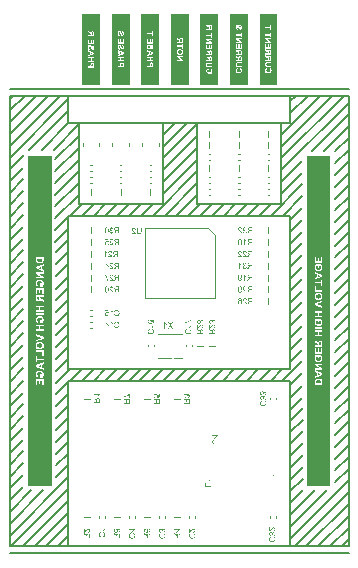
<source format=gbo>
G04*
G04 #@! TF.GenerationSoftware,Altium Limited,Altium Designer,22.1.2 (22)*
G04*
G04 Layer_Color=32896*
%FSLAX25Y25*%
%MOIN*%
G70*
G04*
G04 #@! TF.SameCoordinates,DC6CBC75-D83B-4164-BAAA-666503FEC379*
G04*
G04*
G04 #@! TF.FilePolarity,Positive*
G04*
G01*
G75*
%ADD10C,0.00394*%
%ADD11C,0.00787*%
%ADD12C,0.00709*%
%ADD13C,0.00197*%
G36*
X18110Y161811D02*
X12205D01*
Y185433D01*
X18110D01*
Y161811D01*
D02*
G37*
G36*
X47638D02*
X41732D01*
Y185433D01*
X47638D01*
Y161811D01*
D02*
G37*
G36*
X37795D02*
X31890D01*
Y185433D01*
X37795D01*
Y161811D01*
D02*
G37*
G36*
X-11417D02*
X-17323D01*
Y185433D01*
X-11417D01*
Y161811D01*
D02*
G37*
G36*
X-27559Y27886D02*
X-35433D01*
Y138122D01*
X-27559D01*
Y27886D01*
D02*
G37*
G36*
X65354Y27886D02*
X57480D01*
Y138122D01*
X65354D01*
Y27886D01*
D02*
G37*
G36*
X27953Y161811D02*
X22047D01*
Y185433D01*
X27953D01*
Y161811D01*
D02*
G37*
G36*
X-1575D02*
X-7480D01*
Y185433D01*
X-1575D01*
Y161811D01*
D02*
G37*
G36*
X8268D02*
X2362D01*
Y185433D01*
X8268D01*
Y161811D01*
D02*
G37*
G36*
X-7509Y114212D02*
X-7430Y114197D01*
X-7363Y114174D01*
X-7305Y114151D01*
X-7279Y114136D01*
X-7258Y114125D01*
X-7238Y114113D01*
X-7224Y114101D01*
X-7212Y114093D01*
X-7203Y114087D01*
X-7197Y114084D01*
X-7194Y114081D01*
X-7139Y114026D01*
X-7096Y113964D01*
X-7061Y113900D01*
X-7032Y113837D01*
X-7014Y113781D01*
X-7005Y113758D01*
X-7000Y113737D01*
X-6996Y113720D01*
X-6994Y113708D01*
X-6991Y113700D01*
Y113697D01*
X-7238Y113653D01*
X-7250Y113717D01*
X-7267Y113772D01*
X-7288Y113819D01*
X-7308Y113857D01*
X-7328Y113886D01*
X-7346Y113906D01*
X-7357Y113921D01*
X-7360Y113924D01*
X-7398Y113953D01*
X-7439Y113976D01*
X-7477Y113991D01*
X-7514Y114002D01*
X-7549Y114008D01*
X-7576Y114014D01*
X-7599D01*
X-7651Y114011D01*
X-7698Y113999D01*
X-7739Y113985D01*
X-7773Y113970D01*
X-7800Y113953D01*
X-7820Y113938D01*
X-7835Y113927D01*
X-7837Y113924D01*
X-7869Y113889D01*
X-7893Y113851D01*
X-7907Y113813D01*
X-7919Y113778D01*
X-7925Y113746D01*
X-7931Y113723D01*
Y113706D01*
Y113703D01*
Y113700D01*
Y113668D01*
X-7925Y113639D01*
X-7910Y113589D01*
X-7890Y113546D01*
X-7867Y113508D01*
X-7843Y113481D01*
X-7823Y113461D01*
X-7808Y113449D01*
X-7806Y113446D01*
X-7803D01*
X-7753Y113420D01*
X-7707Y113400D01*
X-7657Y113385D01*
X-7614Y113377D01*
X-7576Y113371D01*
X-7544Y113365D01*
X-7506D01*
X-7494Y113368D01*
X-7480D01*
X-7451Y113150D01*
X-7488Y113158D01*
X-7523Y113164D01*
X-7552Y113170D01*
X-7579Y113173D01*
X-7599Y113176D01*
X-7625D01*
X-7686Y113170D01*
X-7741Y113158D01*
X-7791Y113141D01*
X-7832Y113121D01*
X-7864Y113100D01*
X-7887Y113083D01*
X-7902Y113071D01*
X-7907Y113065D01*
X-7945Y113022D01*
X-7974Y112975D01*
X-7995Y112928D01*
X-8006Y112882D01*
X-8015Y112844D01*
X-8018Y112812D01*
X-8021Y112801D01*
Y112792D01*
Y112786D01*
Y112783D01*
X-8015Y112719D01*
X-8000Y112661D01*
X-7983Y112611D01*
X-7960Y112568D01*
X-7937Y112533D01*
X-7919Y112507D01*
X-7904Y112489D01*
X-7899Y112483D01*
X-7852Y112443D01*
X-7803Y112414D01*
X-7753Y112393D01*
X-7707Y112379D01*
X-7666Y112370D01*
X-7634Y112367D01*
X-7622Y112364D01*
X-7605D01*
X-7552Y112367D01*
X-7503Y112379D01*
X-7459Y112393D01*
X-7424Y112411D01*
X-7395Y112425D01*
X-7372Y112440D01*
X-7360Y112451D01*
X-7355Y112454D01*
X-7320Y112495D01*
X-7290Y112541D01*
X-7264Y112591D01*
X-7244Y112643D01*
X-7229Y112687D01*
X-7224Y112707D01*
X-7221Y112725D01*
X-7218Y112739D01*
X-7215Y112751D01*
X-7212Y112757D01*
Y112760D01*
X-6965Y112728D01*
X-6970Y112681D01*
X-6979Y112637D01*
X-7005Y112556D01*
X-7037Y112486D01*
X-7055Y112457D01*
X-7072Y112428D01*
X-7090Y112402D01*
X-7107Y112381D01*
X-7122Y112361D01*
X-7136Y112346D01*
X-7145Y112335D01*
X-7154Y112326D01*
X-7159Y112320D01*
X-7162Y112317D01*
X-7197Y112291D01*
X-7232Y112265D01*
X-7267Y112245D01*
X-7305Y112227D01*
X-7378Y112198D01*
X-7448Y112181D01*
X-7480Y112175D01*
X-7509Y112169D01*
X-7535Y112166D01*
X-7558Y112163D01*
X-7576Y112160D01*
X-7602D01*
X-7657Y112163D01*
X-7707Y112169D01*
X-7756Y112178D01*
X-7803Y112189D01*
X-7846Y112204D01*
X-7884Y112218D01*
X-7922Y112236D01*
X-7954Y112253D01*
X-7986Y112268D01*
X-8012Y112285D01*
X-8035Y112300D01*
X-8053Y112314D01*
X-8067Y112326D01*
X-8079Y112335D01*
X-8085Y112341D01*
X-8088Y112344D01*
X-8123Y112379D01*
X-8152Y112416D01*
X-8178Y112454D01*
X-8201Y112492D01*
X-8219Y112527D01*
X-8236Y112565D01*
X-8259Y112635D01*
X-8265Y112667D01*
X-8271Y112696D01*
X-8277Y112722D01*
X-8280Y112745D01*
X-8283Y112763D01*
Y112777D01*
Y112786D01*
Y112789D01*
X-8280Y112859D01*
X-8268Y112923D01*
X-8251Y112978D01*
X-8233Y113025D01*
X-8216Y113062D01*
X-8198Y113092D01*
X-8187Y113109D01*
X-8184Y113115D01*
X-8143Y113158D01*
X-8099Y113196D01*
X-8053Y113225D01*
X-8006Y113249D01*
X-7966Y113266D01*
X-7934Y113278D01*
X-7922Y113281D01*
X-7913Y113284D01*
X-7907Y113286D01*
X-7904D01*
X-7954Y113313D01*
X-7995Y113339D01*
X-8030Y113368D01*
X-8059Y113394D01*
X-8082Y113417D01*
X-8099Y113438D01*
X-8108Y113449D01*
X-8111Y113455D01*
X-8134Y113496D01*
X-8152Y113537D01*
X-8166Y113577D01*
X-8175Y113615D01*
X-8181Y113647D01*
X-8184Y113671D01*
Y113688D01*
Y113694D01*
X-8181Y113743D01*
X-8172Y113793D01*
X-8161Y113837D01*
X-8146Y113874D01*
X-8131Y113906D01*
X-8120Y113933D01*
X-8111Y113947D01*
X-8108Y113953D01*
X-8079Y113997D01*
X-8044Y114034D01*
X-8009Y114066D01*
X-7974Y114095D01*
X-7945Y114116D01*
X-7919Y114133D01*
X-7902Y114142D01*
X-7899Y114145D01*
X-7896D01*
X-7843Y114168D01*
X-7791Y114186D01*
X-7739Y114200D01*
X-7692Y114209D01*
X-7654Y114215D01*
X-7622Y114218D01*
X-7549D01*
X-7509Y114212D01*
D02*
G37*
G36*
X-5035Y112195D02*
X-5303D01*
Y113089D01*
X-5646D01*
X-5678Y113086D01*
X-5702D01*
X-5722Y113083D01*
X-5737Y113080D01*
X-5748D01*
X-5754Y113077D01*
X-5757D01*
X-5803Y113062D01*
X-5824Y113054D01*
X-5841Y113045D01*
X-5859Y113036D01*
X-5870Y113030D01*
X-5876Y113028D01*
X-5879Y113025D01*
X-5902Y113007D01*
X-5926Y112987D01*
X-5969Y112943D01*
X-5990Y112923D01*
X-6004Y112905D01*
X-6013Y112894D01*
X-6016Y112891D01*
X-6045Y112850D01*
X-6077Y112806D01*
X-6109Y112760D01*
X-6141Y112716D01*
X-6167Y112675D01*
X-6188Y112643D01*
X-6196Y112632D01*
X-6202Y112623D01*
X-6208Y112617D01*
Y112614D01*
X-6473Y112195D01*
X-6804D01*
X-6458Y112742D01*
X-6417Y112801D01*
X-6380Y112853D01*
X-6342Y112897D01*
X-6310Y112937D01*
X-6281Y112966D01*
X-6257Y112990D01*
X-6243Y113004D01*
X-6237Y113010D01*
X-6214Y113028D01*
X-6188Y113048D01*
X-6135Y113080D01*
X-6112Y113092D01*
X-6094Y113103D01*
X-6083Y113109D01*
X-6077Y113112D01*
X-6129Y113121D01*
X-6179Y113129D01*
X-6222Y113144D01*
X-6266Y113155D01*
X-6304Y113170D01*
X-6339Y113188D01*
X-6371Y113202D01*
X-6400Y113217D01*
X-6423Y113234D01*
X-6447Y113249D01*
X-6464Y113260D01*
X-6479Y113272D01*
X-6490Y113281D01*
X-6499Y113289D01*
X-6502Y113292D01*
X-6505Y113295D01*
X-6528Y113324D01*
X-6551Y113353D01*
X-6586Y113415D01*
X-6610Y113476D01*
X-6627Y113534D01*
X-6639Y113583D01*
X-6641Y113604D01*
Y113624D01*
X-6644Y113639D01*
Y113650D01*
Y113656D01*
Y113659D01*
X-6641Y113720D01*
X-6633Y113775D01*
X-6618Y113828D01*
X-6604Y113871D01*
X-6586Y113909D01*
X-6575Y113938D01*
X-6563Y113956D01*
X-6560Y113959D01*
Y113962D01*
X-6525Y114008D01*
X-6490Y114049D01*
X-6452Y114084D01*
X-6417Y114110D01*
X-6385Y114130D01*
X-6359Y114142D01*
X-6342Y114151D01*
X-6339Y114154D01*
X-6336D01*
X-6310Y114162D01*
X-6278Y114171D01*
X-6214Y114186D01*
X-6144Y114194D01*
X-6080Y114203D01*
X-6019Y114206D01*
X-5993D01*
X-5969Y114209D01*
X-5035D01*
Y112195D01*
D02*
G37*
G36*
X-9106Y114212D02*
X-9033Y114200D01*
X-8972Y114180D01*
X-8920Y114160D01*
X-8876Y114136D01*
X-8859Y114128D01*
X-8844Y114116D01*
X-8833Y114110D01*
X-8824Y114104D01*
X-8821Y114098D01*
X-8818D01*
X-8766Y114052D01*
X-8722Y113997D01*
X-8684Y113941D01*
X-8655Y113889D01*
X-8632Y113839D01*
X-8620Y113819D01*
X-8614Y113799D01*
X-8609Y113784D01*
X-8603Y113772D01*
X-8600Y113767D01*
Y113764D01*
X-8588Y113720D01*
X-8577Y113676D01*
X-8559Y113580D01*
X-8545Y113484D01*
X-8536Y113394D01*
X-8533Y113350D01*
X-8530Y113313D01*
Y113278D01*
X-8527Y113246D01*
Y113223D01*
Y113202D01*
Y113190D01*
Y113188D01*
X-8530Y113086D01*
X-8536Y112990D01*
X-8545Y112902D01*
X-8559Y112821D01*
X-8574Y112745D01*
X-8591Y112678D01*
X-8609Y112617D01*
X-8626Y112565D01*
X-8644Y112518D01*
X-8664Y112478D01*
X-8679Y112443D01*
X-8693Y112416D01*
X-8708Y112393D01*
X-8716Y112379D01*
X-8722Y112370D01*
X-8725Y112367D01*
X-8757Y112332D01*
X-8792Y112300D01*
X-8830Y112271D01*
X-8868Y112248D01*
X-8906Y112227D01*
X-8943Y112210D01*
X-8981Y112198D01*
X-9016Y112187D01*
X-9051Y112178D01*
X-9083Y112172D01*
X-9112Y112166D01*
X-9135Y112163D01*
X-9156Y112160D01*
X-9185D01*
X-9263Y112166D01*
X-9336Y112178D01*
X-9397Y112198D01*
X-9450Y112218D01*
X-9493Y112239D01*
X-9508Y112250D01*
X-9522Y112259D01*
X-9534Y112265D01*
X-9543Y112271D01*
X-9546Y112277D01*
X-9549D01*
X-9601Y112326D01*
X-9645Y112379D01*
X-9683Y112437D01*
X-9712Y112489D01*
X-9735Y112539D01*
X-9747Y112559D01*
X-9752Y112579D01*
X-9758Y112594D01*
X-9764Y112606D01*
X-9767Y112611D01*
Y112614D01*
X-9781Y112658D01*
X-9793Y112702D01*
X-9810Y112795D01*
X-9825Y112891D01*
X-9834Y112984D01*
X-9837Y113025D01*
X-9840Y113062D01*
Y113097D01*
X-9843Y113129D01*
Y113153D01*
Y113173D01*
Y113185D01*
Y113188D01*
Y113243D01*
X-9840Y113295D01*
Y113342D01*
X-9837Y113388D01*
X-9831Y113429D01*
X-9828Y113470D01*
X-9825Y113505D01*
X-9819Y113537D01*
X-9816Y113566D01*
X-9810Y113592D01*
X-9808Y113612D01*
X-9805Y113630D01*
X-9802Y113644D01*
X-9799Y113653D01*
X-9796Y113659D01*
Y113662D01*
X-9779Y113726D01*
X-9758Y113784D01*
X-9735Y113833D01*
X-9717Y113877D01*
X-9697Y113915D01*
X-9685Y113941D01*
X-9674Y113956D01*
X-9671Y113962D01*
X-9639Y114005D01*
X-9607Y114043D01*
X-9572Y114075D01*
X-9540Y114104D01*
X-9511Y114125D01*
X-9488Y114139D01*
X-9473Y114148D01*
X-9470Y114151D01*
X-9467D01*
X-9421Y114174D01*
X-9371Y114189D01*
X-9324Y114200D01*
X-9281Y114209D01*
X-9243Y114215D01*
X-9211Y114218D01*
X-9185D01*
X-9106Y114212D01*
D02*
G37*
G36*
X-7555Y110278D02*
X-7506Y110275D01*
X-7459Y110266D01*
X-7416Y110257D01*
X-7375Y110246D01*
X-7337Y110234D01*
X-7302Y110220D01*
X-7270Y110205D01*
X-7241Y110190D01*
X-7218Y110176D01*
X-7197Y110164D01*
X-7180Y110153D01*
X-7165Y110144D01*
X-7157Y110135D01*
X-7151Y110132D01*
X-7148Y110129D01*
X-7119Y110100D01*
X-7093Y110068D01*
X-7066Y110033D01*
X-7046Y109998D01*
X-7011Y109929D01*
X-6988Y109859D01*
X-6979Y109827D01*
X-6970Y109795D01*
X-6965Y109768D01*
X-6959Y109745D01*
X-6956Y109725D01*
Y109710D01*
X-6953Y109702D01*
Y109699D01*
X-7206Y109672D01*
X-7212Y109739D01*
X-7224Y109798D01*
X-7241Y109850D01*
X-7261Y109891D01*
X-7279Y109926D01*
X-7296Y109949D01*
X-7308Y109963D01*
X-7314Y109969D01*
X-7357Y110004D01*
X-7404Y110030D01*
X-7453Y110051D01*
X-7497Y110062D01*
X-7538Y110071D01*
X-7573Y110074D01*
X-7584Y110077D01*
X-7602D01*
X-7663Y110074D01*
X-7718Y110062D01*
X-7765Y110045D01*
X-7806Y110028D01*
X-7837Y110007D01*
X-7858Y109993D01*
X-7873Y109981D01*
X-7878Y109975D01*
X-7913Y109934D01*
X-7939Y109894D01*
X-7960Y109853D01*
X-7971Y109812D01*
X-7980Y109780D01*
X-7983Y109751D01*
X-7986Y109734D01*
Y109731D01*
Y109728D01*
X-7980Y109675D01*
X-7969Y109620D01*
X-7948Y109571D01*
X-7928Y109524D01*
X-7904Y109486D01*
X-7884Y109454D01*
X-7878Y109443D01*
X-7873Y109434D01*
X-7867Y109431D01*
Y109428D01*
X-7843Y109396D01*
X-7814Y109364D01*
X-7782Y109329D01*
X-7747Y109294D01*
X-7675Y109224D01*
X-7602Y109154D01*
X-7564Y109123D01*
X-7532Y109093D01*
X-7500Y109067D01*
X-7474Y109044D01*
X-7453Y109026D01*
X-7436Y109012D01*
X-7424Y109003D01*
X-7421Y109000D01*
X-7349Y108939D01*
X-7282Y108881D01*
X-7226Y108828D01*
X-7183Y108785D01*
X-7145Y108747D01*
X-7119Y108721D01*
X-7104Y108703D01*
X-7098Y108701D01*
Y108698D01*
X-7058Y108648D01*
X-7026Y108602D01*
X-6996Y108555D01*
X-6973Y108514D01*
X-6956Y108479D01*
X-6944Y108453D01*
X-6938Y108436D01*
X-6935Y108433D01*
Y108430D01*
X-6924Y108398D01*
X-6918Y108369D01*
X-6912Y108340D01*
X-6909Y108314D01*
X-6906Y108290D01*
Y108273D01*
Y108261D01*
Y108258D01*
X-8242D01*
Y108497D01*
X-7250D01*
X-7285Y108546D01*
X-7302Y108567D01*
X-7317Y108587D01*
X-7331Y108605D01*
X-7343Y108616D01*
X-7352Y108625D01*
X-7355Y108628D01*
X-7369Y108642D01*
X-7386Y108657D01*
X-7427Y108695D01*
X-7474Y108738D01*
X-7523Y108782D01*
X-7570Y108820D01*
X-7590Y108837D01*
X-7608Y108855D01*
X-7622Y108866D01*
X-7634Y108875D01*
X-7640Y108881D01*
X-7643Y108884D01*
X-7689Y108925D01*
X-7736Y108962D01*
X-7776Y109000D01*
X-7814Y109032D01*
X-7849Y109064D01*
X-7878Y109093D01*
X-7907Y109120D01*
X-7931Y109143D01*
X-7954Y109166D01*
X-7971Y109184D01*
X-7986Y109198D01*
X-8000Y109213D01*
X-8015Y109230D01*
X-8021Y109236D01*
X-8062Y109285D01*
X-8096Y109329D01*
X-8126Y109373D01*
X-8149Y109408D01*
X-8166Y109440D01*
X-8178Y109463D01*
X-8184Y109477D01*
X-8187Y109483D01*
X-8204Y109527D01*
X-8216Y109571D01*
X-8228Y109611D01*
X-8233Y109646D01*
X-8236Y109678D01*
X-8239Y109702D01*
Y109716D01*
Y109722D01*
X-8236Y109766D01*
X-8230Y109806D01*
X-8225Y109847D01*
X-8213Y109882D01*
X-8184Y109952D01*
X-8155Y110007D01*
X-8137Y110033D01*
X-8123Y110054D01*
X-8108Y110074D01*
X-8094Y110089D01*
X-8082Y110100D01*
X-8076Y110112D01*
X-8070Y110115D01*
X-8067Y110118D01*
X-8035Y110147D01*
X-8000Y110173D01*
X-7963Y110193D01*
X-7925Y110211D01*
X-7849Y110240D01*
X-7773Y110260D01*
X-7741Y110266D01*
X-7710Y110272D01*
X-7680Y110275D01*
X-7657Y110278D01*
X-7637Y110281D01*
X-7608D01*
X-7555Y110278D01*
D02*
G37*
G36*
X-8551Y109210D02*
X-8783Y109178D01*
X-8804Y109210D01*
X-8830Y109236D01*
X-8853Y109262D01*
X-8876Y109283D01*
X-8900Y109297D01*
X-8917Y109312D01*
X-8929Y109317D01*
X-8932Y109320D01*
X-8969Y109338D01*
X-9007Y109352D01*
X-9042Y109361D01*
X-9077Y109370D01*
X-9106Y109373D01*
X-9130Y109376D01*
X-9185D01*
X-9220Y109370D01*
X-9281Y109355D01*
X-9333Y109335D01*
X-9380Y109315D01*
X-9415Y109291D01*
X-9441Y109271D01*
X-9455Y109256D01*
X-9461Y109253D01*
Y109250D01*
X-9502Y109201D01*
X-9531Y109149D01*
X-9551Y109093D01*
X-9566Y109038D01*
X-9575Y108992D01*
X-9578Y108971D01*
Y108954D01*
X-9581Y108939D01*
Y108928D01*
Y108922D01*
Y108919D01*
Y108878D01*
X-9575Y108840D01*
X-9560Y108767D01*
X-9540Y108706D01*
X-9520Y108657D01*
X-9496Y108616D01*
X-9476Y108584D01*
X-9467Y108575D01*
X-9461Y108567D01*
X-9458Y108564D01*
X-9455Y108561D01*
X-9432Y108538D01*
X-9409Y108517D01*
X-9357Y108482D01*
X-9307Y108459D01*
X-9258Y108444D01*
X-9217Y108433D01*
X-9182Y108430D01*
X-9170Y108427D01*
X-9153D01*
X-9098Y108430D01*
X-9048Y108441D01*
X-9004Y108456D01*
X-8969Y108474D01*
X-8937Y108491D01*
X-8914Y108505D01*
X-8903Y108517D01*
X-8897Y108520D01*
X-8862Y108561D01*
X-8833Y108605D01*
X-8810Y108654D01*
X-8792Y108698D01*
X-8780Y108741D01*
X-8772Y108773D01*
X-8769Y108788D01*
X-8766Y108797D01*
Y108802D01*
Y108805D01*
X-8507Y108785D01*
X-8513Y108738D01*
X-8521Y108695D01*
X-8548Y108613D01*
X-8580Y108543D01*
X-8597Y108511D01*
X-8614Y108485D01*
X-8629Y108459D01*
X-8647Y108436D01*
X-8661Y108418D01*
X-8676Y108404D01*
X-8687Y108392D01*
X-8693Y108380D01*
X-8699Y108378D01*
X-8702Y108375D01*
X-8737Y108348D01*
X-8772Y108325D01*
X-8810Y108305D01*
X-8847Y108287D01*
X-8920Y108261D01*
X-8993Y108244D01*
X-9025Y108235D01*
X-9057Y108232D01*
X-9083Y108229D01*
X-9106Y108226D01*
X-9127Y108223D01*
X-9153D01*
X-9214Y108226D01*
X-9272Y108235D01*
X-9328Y108247D01*
X-9377Y108261D01*
X-9424Y108282D01*
X-9467Y108302D01*
X-9508Y108322D01*
X-9543Y108345D01*
X-9575Y108369D01*
X-9604Y108389D01*
X-9627Y108412D01*
X-9647Y108430D01*
X-9662Y108444D01*
X-9674Y108456D01*
X-9680Y108465D01*
X-9683Y108468D01*
X-9712Y108505D01*
X-9735Y108546D01*
X-9758Y108584D01*
X-9776Y108625D01*
X-9805Y108703D01*
X-9822Y108779D01*
X-9828Y108811D01*
X-9834Y108843D01*
X-9837Y108869D01*
X-9840Y108893D01*
X-9843Y108913D01*
Y108928D01*
Y108936D01*
Y108939D01*
X-9840Y108992D01*
X-9834Y109041D01*
X-9825Y109090D01*
X-9813Y109134D01*
X-9799Y109175D01*
X-9784Y109216D01*
X-9767Y109250D01*
X-9752Y109283D01*
X-9735Y109312D01*
X-9717Y109338D01*
X-9703Y109358D01*
X-9688Y109379D01*
X-9677Y109393D01*
X-9668Y109402D01*
X-9662Y109408D01*
X-9659Y109411D01*
X-9624Y109443D01*
X-9589Y109472D01*
X-9551Y109495D01*
X-9514Y109515D01*
X-9476Y109536D01*
X-9438Y109550D01*
X-9368Y109571D01*
X-9336Y109579D01*
X-9307Y109585D01*
X-9281Y109588D01*
X-9258Y109591D01*
X-9240Y109594D01*
X-9176D01*
X-9141Y109588D01*
X-9071Y109573D01*
X-9007Y109553D01*
X-8949Y109530D01*
X-8903Y109507D01*
X-8882Y109495D01*
X-8865Y109486D01*
X-8850Y109477D01*
X-8841Y109472D01*
X-8836Y109469D01*
X-8833Y109466D01*
X-8940Y110010D01*
X-9747D01*
Y110246D01*
X-8745D01*
X-8551Y109210D01*
D02*
G37*
G36*
X-5015Y108258D02*
X-5283D01*
Y109152D01*
X-5626D01*
X-5658Y109149D01*
X-5681D01*
X-5702Y109146D01*
X-5716Y109143D01*
X-5728D01*
X-5734Y109140D01*
X-5737D01*
X-5783Y109125D01*
X-5803Y109117D01*
X-5821Y109108D01*
X-5838Y109099D01*
X-5850Y109093D01*
X-5856Y109090D01*
X-5859Y109088D01*
X-5882Y109070D01*
X-5905Y109050D01*
X-5949Y109006D01*
X-5969Y108986D01*
X-5984Y108968D01*
X-5993Y108957D01*
X-5996Y108954D01*
X-6025Y108913D01*
X-6057Y108869D01*
X-6089Y108823D01*
X-6121Y108779D01*
X-6147Y108738D01*
X-6167Y108706D01*
X-6176Y108695D01*
X-6182Y108686D01*
X-6188Y108680D01*
Y108677D01*
X-6452Y108258D01*
X-6784D01*
X-6438Y108805D01*
X-6397Y108863D01*
X-6359Y108916D01*
X-6321Y108959D01*
X-6289Y109000D01*
X-6260Y109029D01*
X-6237Y109053D01*
X-6222Y109067D01*
X-6217Y109073D01*
X-6193Y109090D01*
X-6167Y109111D01*
X-6115Y109143D01*
X-6092Y109154D01*
X-6074Y109166D01*
X-6062Y109172D01*
X-6057Y109175D01*
X-6109Y109184D01*
X-6159Y109192D01*
X-6202Y109207D01*
X-6246Y109219D01*
X-6284Y109233D01*
X-6318Y109250D01*
X-6351Y109265D01*
X-6380Y109280D01*
X-6403Y109297D01*
X-6426Y109312D01*
X-6444Y109323D01*
X-6458Y109335D01*
X-6470Y109344D01*
X-6479Y109352D01*
X-6481Y109355D01*
X-6484Y109358D01*
X-6508Y109387D01*
X-6531Y109416D01*
X-6566Y109477D01*
X-6589Y109539D01*
X-6607Y109597D01*
X-6618Y109646D01*
X-6621Y109667D01*
Y109687D01*
X-6624Y109702D01*
Y109713D01*
Y109719D01*
Y109722D01*
X-6621Y109783D01*
X-6612Y109838D01*
X-6598Y109891D01*
X-6583Y109934D01*
X-6566Y109972D01*
X-6554Y110001D01*
X-6543Y110019D01*
X-6540Y110022D01*
Y110025D01*
X-6505Y110071D01*
X-6470Y110112D01*
X-6432Y110147D01*
X-6397Y110173D01*
X-6365Y110193D01*
X-6339Y110205D01*
X-6321Y110214D01*
X-6318Y110217D01*
X-6316D01*
X-6289Y110225D01*
X-6257Y110234D01*
X-6193Y110249D01*
X-6123Y110257D01*
X-6059Y110266D01*
X-5998Y110269D01*
X-5972D01*
X-5949Y110272D01*
X-5015D01*
Y108258D01*
D02*
G37*
G36*
X-7576Y94526D02*
X-7526Y94523D01*
X-7480Y94514D01*
X-7436Y94505D01*
X-7395Y94494D01*
X-7357Y94482D01*
X-7322Y94468D01*
X-7290Y94453D01*
X-7261Y94438D01*
X-7238Y94424D01*
X-7218Y94412D01*
X-7200Y94401D01*
X-7186Y94392D01*
X-7177Y94383D01*
X-7171Y94380D01*
X-7168Y94377D01*
X-7139Y94348D01*
X-7113Y94316D01*
X-7087Y94281D01*
X-7066Y94246D01*
X-7032Y94177D01*
X-7008Y94107D01*
X-7000Y94075D01*
X-6991Y94043D01*
X-6985Y94016D01*
X-6979Y93993D01*
X-6976Y93973D01*
Y93958D01*
X-6973Y93950D01*
Y93947D01*
X-7226Y93920D01*
X-7232Y93987D01*
X-7244Y94046D01*
X-7261Y94098D01*
X-7282Y94139D01*
X-7299Y94174D01*
X-7317Y94197D01*
X-7328Y94212D01*
X-7334Y94217D01*
X-7378Y94252D01*
X-7424Y94278D01*
X-7474Y94299D01*
X-7517Y94310D01*
X-7558Y94319D01*
X-7593Y94322D01*
X-7605Y94325D01*
X-7622D01*
X-7683Y94322D01*
X-7739Y94310D01*
X-7785Y94293D01*
X-7826Y94275D01*
X-7858Y94255D01*
X-7878Y94241D01*
X-7893Y94229D01*
X-7899Y94223D01*
X-7934Y94182D01*
X-7960Y94142D01*
X-7980Y94101D01*
X-7992Y94060D01*
X-8000Y94028D01*
X-8003Y93999D01*
X-8006Y93982D01*
Y93979D01*
Y93976D01*
X-8000Y93923D01*
X-7989Y93868D01*
X-7969Y93819D01*
X-7948Y93772D01*
X-7925Y93734D01*
X-7904Y93702D01*
X-7899Y93691D01*
X-7893Y93682D01*
X-7887Y93679D01*
Y93676D01*
X-7864Y93644D01*
X-7835Y93612D01*
X-7803Y93577D01*
X-7768Y93542D01*
X-7695Y93472D01*
X-7622Y93402D01*
X-7584Y93370D01*
X-7552Y93341D01*
X-7520Y93315D01*
X-7494Y93292D01*
X-7474Y93274D01*
X-7456Y93260D01*
X-7445Y93251D01*
X-7442Y93248D01*
X-7369Y93187D01*
X-7302Y93129D01*
X-7247Y93077D01*
X-7203Y93033D01*
X-7165Y92995D01*
X-7139Y92969D01*
X-7125Y92952D01*
X-7119Y92949D01*
Y92946D01*
X-7078Y92896D01*
X-7046Y92850D01*
X-7017Y92803D01*
X-6994Y92762D01*
X-6976Y92727D01*
X-6965Y92701D01*
X-6959Y92684D01*
X-6956Y92681D01*
Y92678D01*
X-6944Y92646D01*
X-6938Y92617D01*
X-6933Y92588D01*
X-6930Y92562D01*
X-6927Y92538D01*
Y92521D01*
Y92509D01*
Y92506D01*
X-8262D01*
Y92745D01*
X-7270D01*
X-7305Y92794D01*
X-7322Y92815D01*
X-7337Y92835D01*
X-7352Y92852D01*
X-7363Y92864D01*
X-7372Y92873D01*
X-7375Y92876D01*
X-7389Y92890D01*
X-7407Y92905D01*
X-7448Y92943D01*
X-7494Y92986D01*
X-7544Y93030D01*
X-7590Y93068D01*
X-7611Y93085D01*
X-7628Y93103D01*
X-7643Y93114D01*
X-7654Y93123D01*
X-7660Y93129D01*
X-7663Y93132D01*
X-7710Y93173D01*
X-7756Y93211D01*
X-7797Y93248D01*
X-7835Y93280D01*
X-7869Y93312D01*
X-7899Y93341D01*
X-7928Y93368D01*
X-7951Y93391D01*
X-7974Y93414D01*
X-7992Y93432D01*
X-8006Y93446D01*
X-8021Y93461D01*
X-8035Y93478D01*
X-8041Y93484D01*
X-8082Y93533D01*
X-8117Y93577D01*
X-8146Y93621D01*
X-8169Y93656D01*
X-8187Y93688D01*
X-8198Y93711D01*
X-8204Y93726D01*
X-8207Y93731D01*
X-8225Y93775D01*
X-8236Y93819D01*
X-8248Y93859D01*
X-8254Y93894D01*
X-8257Y93926D01*
X-8259Y93950D01*
Y93964D01*
Y93970D01*
X-8257Y94014D01*
X-8251Y94054D01*
X-8245Y94095D01*
X-8233Y94130D01*
X-8204Y94200D01*
X-8175Y94255D01*
X-8158Y94281D01*
X-8143Y94302D01*
X-8128Y94322D01*
X-8114Y94337D01*
X-8102Y94348D01*
X-8096Y94360D01*
X-8091Y94363D01*
X-8088Y94366D01*
X-8056Y94395D01*
X-8021Y94421D01*
X-7983Y94441D01*
X-7945Y94459D01*
X-7869Y94488D01*
X-7794Y94508D01*
X-7762Y94514D01*
X-7730Y94520D01*
X-7701Y94523D01*
X-7677Y94526D01*
X-7657Y94529D01*
X-7628D01*
X-7576Y94526D01*
D02*
G37*
G36*
X-5035Y92506D02*
X-5303D01*
Y93400D01*
X-5646D01*
X-5678Y93397D01*
X-5702D01*
X-5722Y93394D01*
X-5737Y93391D01*
X-5748D01*
X-5754Y93388D01*
X-5757D01*
X-5803Y93373D01*
X-5824Y93365D01*
X-5841Y93356D01*
X-5859Y93347D01*
X-5870Y93341D01*
X-5876Y93339D01*
X-5879Y93336D01*
X-5902Y93318D01*
X-5926Y93298D01*
X-5969Y93254D01*
X-5990Y93234D01*
X-6004Y93216D01*
X-6013Y93205D01*
X-6016Y93202D01*
X-6045Y93161D01*
X-6077Y93117D01*
X-6109Y93071D01*
X-6141Y93027D01*
X-6167Y92986D01*
X-6188Y92954D01*
X-6196Y92943D01*
X-6202Y92934D01*
X-6208Y92928D01*
Y92925D01*
X-6473Y92506D01*
X-6804D01*
X-6458Y93053D01*
X-6417Y93111D01*
X-6380Y93164D01*
X-6342Y93208D01*
X-6310Y93248D01*
X-6281Y93277D01*
X-6257Y93301D01*
X-6243Y93315D01*
X-6237Y93321D01*
X-6214Y93339D01*
X-6188Y93359D01*
X-6135Y93391D01*
X-6112Y93402D01*
X-6094Y93414D01*
X-6083Y93420D01*
X-6077Y93423D01*
X-6129Y93432D01*
X-6179Y93440D01*
X-6222Y93455D01*
X-6266Y93467D01*
X-6304Y93481D01*
X-6339Y93499D01*
X-6371Y93513D01*
X-6400Y93528D01*
X-6423Y93545D01*
X-6447Y93560D01*
X-6464Y93571D01*
X-6479Y93583D01*
X-6490Y93592D01*
X-6499Y93600D01*
X-6502Y93603D01*
X-6505Y93606D01*
X-6528Y93635D01*
X-6551Y93664D01*
X-6586Y93726D01*
X-6610Y93787D01*
X-6627Y93845D01*
X-6639Y93894D01*
X-6641Y93915D01*
Y93935D01*
X-6644Y93950D01*
Y93961D01*
Y93967D01*
Y93970D01*
X-6641Y94031D01*
X-6633Y94086D01*
X-6618Y94139D01*
X-6604Y94182D01*
X-6586Y94220D01*
X-6575Y94249D01*
X-6563Y94267D01*
X-6560Y94270D01*
Y94273D01*
X-6525Y94319D01*
X-6490Y94360D01*
X-6452Y94395D01*
X-6417Y94421D01*
X-6385Y94441D01*
X-6359Y94453D01*
X-6342Y94462D01*
X-6339Y94465D01*
X-6336D01*
X-6310Y94473D01*
X-6278Y94482D01*
X-6214Y94497D01*
X-6144Y94505D01*
X-6080Y94514D01*
X-6019Y94517D01*
X-5993D01*
X-5969Y94520D01*
X-5035D01*
Y92506D01*
D02*
G37*
G36*
X-9106Y94523D02*
X-9033Y94511D01*
X-8972Y94491D01*
X-8920Y94471D01*
X-8876Y94447D01*
X-8859Y94438D01*
X-8844Y94427D01*
X-8833Y94421D01*
X-8824Y94415D01*
X-8821Y94409D01*
X-8818D01*
X-8766Y94363D01*
X-8722Y94308D01*
X-8684Y94252D01*
X-8655Y94200D01*
X-8632Y94150D01*
X-8620Y94130D01*
X-8614Y94110D01*
X-8609Y94095D01*
X-8603Y94083D01*
X-8600Y94078D01*
Y94075D01*
X-8588Y94031D01*
X-8577Y93987D01*
X-8559Y93891D01*
X-8545Y93795D01*
X-8536Y93705D01*
X-8533Y93661D01*
X-8530Y93624D01*
Y93589D01*
X-8527Y93557D01*
Y93533D01*
Y93513D01*
Y93502D01*
Y93499D01*
X-8530Y93397D01*
X-8536Y93301D01*
X-8545Y93213D01*
X-8559Y93132D01*
X-8574Y93056D01*
X-8591Y92989D01*
X-8609Y92928D01*
X-8626Y92876D01*
X-8644Y92829D01*
X-8664Y92788D01*
X-8679Y92754D01*
X-8693Y92727D01*
X-8708Y92704D01*
X-8716Y92690D01*
X-8722Y92681D01*
X-8725Y92678D01*
X-8757Y92643D01*
X-8792Y92611D01*
X-8830Y92582D01*
X-8868Y92559D01*
X-8906Y92538D01*
X-8943Y92521D01*
X-8981Y92509D01*
X-9016Y92497D01*
X-9051Y92489D01*
X-9083Y92483D01*
X-9112Y92477D01*
X-9135Y92474D01*
X-9156Y92471D01*
X-9185D01*
X-9263Y92477D01*
X-9336Y92489D01*
X-9397Y92509D01*
X-9450Y92529D01*
X-9493Y92550D01*
X-9508Y92562D01*
X-9522Y92570D01*
X-9534Y92576D01*
X-9543Y92582D01*
X-9546Y92588D01*
X-9549D01*
X-9601Y92637D01*
X-9645Y92690D01*
X-9683Y92748D01*
X-9712Y92800D01*
X-9735Y92850D01*
X-9747Y92870D01*
X-9752Y92890D01*
X-9758Y92905D01*
X-9764Y92917D01*
X-9767Y92922D01*
Y92925D01*
X-9781Y92969D01*
X-9793Y93013D01*
X-9810Y93106D01*
X-9825Y93202D01*
X-9834Y93295D01*
X-9837Y93336D01*
X-9840Y93373D01*
Y93408D01*
X-9843Y93440D01*
Y93464D01*
Y93484D01*
Y93496D01*
Y93499D01*
Y93554D01*
X-9840Y93606D01*
Y93653D01*
X-9837Y93699D01*
X-9831Y93740D01*
X-9828Y93781D01*
X-9825Y93816D01*
X-9819Y93848D01*
X-9816Y93877D01*
X-9810Y93903D01*
X-9808Y93923D01*
X-9805Y93941D01*
X-9802Y93955D01*
X-9799Y93964D01*
X-9796Y93970D01*
Y93973D01*
X-9779Y94037D01*
X-9758Y94095D01*
X-9735Y94145D01*
X-9717Y94188D01*
X-9697Y94226D01*
X-9685Y94252D01*
X-9674Y94267D01*
X-9671Y94273D01*
X-9639Y94316D01*
X-9607Y94354D01*
X-9572Y94386D01*
X-9540Y94415D01*
X-9511Y94436D01*
X-9488Y94450D01*
X-9473Y94459D01*
X-9470Y94462D01*
X-9467D01*
X-9421Y94485D01*
X-9371Y94500D01*
X-9324Y94511D01*
X-9281Y94520D01*
X-9243Y94526D01*
X-9211Y94529D01*
X-9185D01*
X-9106Y94523D01*
D02*
G37*
G36*
X-7683Y86596D02*
X-7651Y86550D01*
X-7614Y86503D01*
X-7579Y86462D01*
X-7544Y86427D01*
X-7517Y86398D01*
X-7506Y86389D01*
X-7497Y86381D01*
X-7494Y86378D01*
X-7491Y86375D01*
X-7430Y86325D01*
X-7369Y86279D01*
X-7311Y86238D01*
X-7253Y86206D01*
X-7203Y86177D01*
X-7183Y86165D01*
X-7165Y86157D01*
X-7151Y86148D01*
X-7139Y86145D01*
X-7133Y86139D01*
X-7130D01*
Y85900D01*
X-7174Y85918D01*
X-7218Y85938D01*
X-7261Y85959D01*
X-7302Y85979D01*
X-7337Y85997D01*
X-7366Y86011D01*
X-7384Y86023D01*
X-7386Y86026D01*
X-7389D01*
X-7442Y86058D01*
X-7488Y86090D01*
X-7529Y86119D01*
X-7561Y86145D01*
X-7590Y86165D01*
X-7608Y86183D01*
X-7622Y86194D01*
X-7625Y86197D01*
Y84623D01*
X-7873D01*
Y86646D01*
X-7712D01*
X-7683Y86596D01*
D02*
G37*
G36*
X-8551Y85575D02*
X-8783Y85543D01*
X-8804Y85575D01*
X-8830Y85601D01*
X-8853Y85627D01*
X-8876Y85647D01*
X-8900Y85662D01*
X-8917Y85676D01*
X-8929Y85682D01*
X-8932Y85685D01*
X-8969Y85703D01*
X-9007Y85717D01*
X-9042Y85726D01*
X-9077Y85735D01*
X-9106Y85738D01*
X-9130Y85741D01*
X-9185D01*
X-9220Y85735D01*
X-9281Y85720D01*
X-9333Y85700D01*
X-9380Y85679D01*
X-9415Y85656D01*
X-9441Y85636D01*
X-9455Y85621D01*
X-9461Y85618D01*
Y85615D01*
X-9502Y85566D01*
X-9531Y85514D01*
X-9551Y85458D01*
X-9566Y85403D01*
X-9575Y85356D01*
X-9578Y85336D01*
Y85319D01*
X-9581Y85304D01*
Y85292D01*
Y85286D01*
Y85284D01*
Y85243D01*
X-9575Y85205D01*
X-9560Y85132D01*
X-9540Y85071D01*
X-9520Y85022D01*
X-9496Y84981D01*
X-9476Y84949D01*
X-9467Y84940D01*
X-9461Y84931D01*
X-9458Y84929D01*
X-9455Y84926D01*
X-9432Y84902D01*
X-9409Y84882D01*
X-9357Y84847D01*
X-9307Y84824D01*
X-9258Y84809D01*
X-9217Y84798D01*
X-9182Y84795D01*
X-9170Y84792D01*
X-9153D01*
X-9098Y84795D01*
X-9048Y84806D01*
X-9004Y84821D01*
X-8969Y84838D01*
X-8937Y84856D01*
X-8914Y84870D01*
X-8903Y84882D01*
X-8897Y84885D01*
X-8862Y84926D01*
X-8833Y84969D01*
X-8810Y85019D01*
X-8792Y85062D01*
X-8780Y85106D01*
X-8772Y85138D01*
X-8769Y85153D01*
X-8766Y85161D01*
Y85167D01*
Y85170D01*
X-8507Y85150D01*
X-8513Y85103D01*
X-8521Y85060D01*
X-8548Y84978D01*
X-8580Y84908D01*
X-8597Y84876D01*
X-8614Y84850D01*
X-8629Y84824D01*
X-8647Y84801D01*
X-8661Y84783D01*
X-8676Y84769D01*
X-8687Y84757D01*
X-8693Y84745D01*
X-8699Y84742D01*
X-8702Y84740D01*
X-8737Y84713D01*
X-8772Y84690D01*
X-8810Y84670D01*
X-8847Y84652D01*
X-8920Y84626D01*
X-8993Y84609D01*
X-9025Y84600D01*
X-9057Y84597D01*
X-9083Y84594D01*
X-9106Y84591D01*
X-9127Y84588D01*
X-9153D01*
X-9214Y84591D01*
X-9272Y84600D01*
X-9328Y84611D01*
X-9377Y84626D01*
X-9424Y84646D01*
X-9467Y84667D01*
X-9508Y84687D01*
X-9543Y84710D01*
X-9575Y84734D01*
X-9604Y84754D01*
X-9627Y84777D01*
X-9647Y84795D01*
X-9662Y84809D01*
X-9674Y84821D01*
X-9680Y84830D01*
X-9683Y84833D01*
X-9712Y84870D01*
X-9735Y84911D01*
X-9758Y84949D01*
X-9776Y84990D01*
X-9805Y85068D01*
X-9822Y85144D01*
X-9828Y85176D01*
X-9834Y85208D01*
X-9837Y85234D01*
X-9840Y85257D01*
X-9843Y85278D01*
Y85292D01*
Y85301D01*
Y85304D01*
X-9840Y85356D01*
X-9834Y85406D01*
X-9825Y85455D01*
X-9813Y85499D01*
X-9799Y85540D01*
X-9784Y85580D01*
X-9767Y85615D01*
X-9752Y85647D01*
X-9735Y85676D01*
X-9717Y85703D01*
X-9703Y85723D01*
X-9688Y85743D01*
X-9677Y85758D01*
X-9668Y85767D01*
X-9662Y85773D01*
X-9659Y85775D01*
X-9624Y85807D01*
X-9589Y85836D01*
X-9551Y85860D01*
X-9514Y85880D01*
X-9476Y85900D01*
X-9438Y85915D01*
X-9368Y85935D01*
X-9336Y85944D01*
X-9307Y85950D01*
X-9281Y85953D01*
X-9258Y85956D01*
X-9240Y85959D01*
X-9176D01*
X-9141Y85953D01*
X-9071Y85938D01*
X-9007Y85918D01*
X-8949Y85895D01*
X-8903Y85871D01*
X-8882Y85860D01*
X-8865Y85851D01*
X-8850Y85842D01*
X-8841Y85836D01*
X-8836Y85834D01*
X-8833Y85831D01*
X-8940Y86375D01*
X-9747D01*
Y86611D01*
X-8745D01*
X-8551Y85575D01*
D02*
G37*
G36*
X-5786Y86666D02*
X-5693Y86651D01*
X-5611Y86634D01*
X-5574Y86622D01*
X-5539Y86611D01*
X-5507Y86599D01*
X-5477Y86587D01*
X-5454Y86579D01*
X-5431Y86570D01*
X-5416Y86561D01*
X-5405Y86555D01*
X-5396Y86552D01*
X-5393Y86550D01*
X-5315Y86500D01*
X-5248Y86442D01*
X-5189Y86384D01*
X-5140Y86325D01*
X-5102Y86273D01*
X-5088Y86250D01*
X-5076Y86229D01*
X-5064Y86215D01*
X-5059Y86203D01*
X-5056Y86194D01*
X-5053Y86191D01*
X-5012Y86101D01*
X-4983Y86008D01*
X-4962Y85915D01*
X-4948Y85831D01*
X-4942Y85793D01*
X-4939Y85755D01*
X-4936Y85726D01*
Y85697D01*
X-4933Y85676D01*
Y85659D01*
Y85647D01*
Y85645D01*
X-4939Y85540D01*
X-4951Y85438D01*
X-4965Y85348D01*
X-4977Y85304D01*
X-4986Y85266D01*
X-4995Y85231D01*
X-5006Y85199D01*
X-5015Y85170D01*
X-5021Y85147D01*
X-5029Y85129D01*
X-5032Y85115D01*
X-5038Y85106D01*
Y85103D01*
X-5082Y85016D01*
X-5131Y84937D01*
X-5184Y84870D01*
X-5210Y84844D01*
X-5233Y84818D01*
X-5256Y84795D01*
X-5280Y84774D01*
X-5300Y84757D01*
X-5317Y84745D01*
X-5329Y84734D01*
X-5341Y84725D01*
X-5347Y84722D01*
X-5350Y84719D01*
X-5390Y84696D01*
X-5431Y84675D01*
X-5518Y84643D01*
X-5606Y84620D01*
X-5690Y84606D01*
X-5731Y84600D01*
X-5766Y84594D01*
X-5798Y84591D01*
X-5824D01*
X-5847Y84588D01*
X-5879D01*
X-5937Y84591D01*
X-5993Y84597D01*
X-6045Y84603D01*
X-6094Y84614D01*
X-6141Y84629D01*
X-6185Y84643D01*
X-6225Y84658D01*
X-6263Y84675D01*
X-6295Y84690D01*
X-6327Y84705D01*
X-6351Y84719D01*
X-6374Y84734D01*
X-6388Y84745D01*
X-6403Y84751D01*
X-6409Y84757D01*
X-6412Y84760D01*
X-6452Y84795D01*
X-6487Y84830D01*
X-6519Y84870D01*
X-6551Y84911D01*
X-6604Y84993D01*
X-6644Y85074D01*
X-6662Y85112D01*
X-6676Y85147D01*
X-6688Y85179D01*
X-6697Y85205D01*
X-6706Y85228D01*
X-6711Y85246D01*
X-6714Y85257D01*
Y85260D01*
X-6447Y85327D01*
X-6435Y85281D01*
X-6420Y85237D01*
X-6406Y85196D01*
X-6391Y85158D01*
X-6374Y85124D01*
X-6356Y85094D01*
X-6336Y85065D01*
X-6318Y85039D01*
X-6304Y85016D01*
X-6286Y84999D01*
X-6272Y84981D01*
X-6260Y84966D01*
X-6249Y84958D01*
X-6240Y84949D01*
X-6237Y84946D01*
X-6234Y84943D01*
X-6205Y84920D01*
X-6173Y84902D01*
X-6109Y84870D01*
X-6048Y84847D01*
X-5987Y84833D01*
X-5934Y84821D01*
X-5914Y84818D01*
X-5894D01*
X-5876Y84815D01*
X-5856D01*
X-5789Y84818D01*
X-5725Y84830D01*
X-5667Y84844D01*
X-5614Y84862D01*
X-5574Y84879D01*
X-5556Y84888D01*
X-5542Y84894D01*
X-5530Y84899D01*
X-5521Y84905D01*
X-5515Y84908D01*
X-5512D01*
X-5457Y84949D01*
X-5411Y84993D01*
X-5370Y85042D01*
X-5338Y85089D01*
X-5312Y85129D01*
X-5294Y85164D01*
X-5288Y85179D01*
X-5283Y85188D01*
X-5280Y85193D01*
Y85196D01*
X-5256Y85272D01*
X-5239Y85348D01*
X-5224Y85423D01*
X-5216Y85493D01*
X-5213Y85525D01*
X-5210Y85554D01*
Y85580D01*
X-5207Y85601D01*
Y85618D01*
Y85633D01*
Y85642D01*
Y85645D01*
X-5210Y85720D01*
X-5216Y85790D01*
X-5227Y85854D01*
X-5239Y85912D01*
X-5248Y85962D01*
X-5254Y85982D01*
X-5259Y86000D01*
X-5262Y86014D01*
X-5265Y86023D01*
X-5268Y86029D01*
Y86032D01*
X-5297Y86098D01*
X-5329Y86159D01*
X-5364Y86209D01*
X-5402Y86253D01*
X-5434Y86288D01*
X-5460Y86311D01*
X-5480Y86325D01*
X-5483Y86331D01*
X-5486D01*
X-5547Y86369D01*
X-5614Y86398D01*
X-5678Y86418D01*
X-5739Y86430D01*
X-5795Y86439D01*
X-5818Y86442D01*
X-5838D01*
X-5853Y86445D01*
X-5876D01*
X-5949Y86442D01*
X-6016Y86430D01*
X-6071Y86413D01*
X-6121Y86395D01*
X-6159Y86375D01*
X-6188Y86360D01*
X-6205Y86349D01*
X-6211Y86343D01*
X-6257Y86299D01*
X-6301Y86250D01*
X-6336Y86197D01*
X-6365Y86145D01*
X-6388Y86098D01*
X-6397Y86075D01*
X-6403Y86058D01*
X-6409Y86043D01*
X-6414Y86032D01*
X-6417Y86026D01*
Y86023D01*
X-6679Y86084D01*
X-6662Y86136D01*
X-6644Y86183D01*
X-6621Y86226D01*
X-6601Y86270D01*
X-6577Y86308D01*
X-6551Y86343D01*
X-6528Y86378D01*
X-6505Y86407D01*
X-6481Y86430D01*
X-6461Y86453D01*
X-6441Y86474D01*
X-6426Y86488D01*
X-6412Y86503D01*
X-6400Y86512D01*
X-6394Y86515D01*
X-6391Y86518D01*
X-6351Y86544D01*
X-6310Y86570D01*
X-6269Y86590D01*
X-6225Y86608D01*
X-6138Y86634D01*
X-6059Y86651D01*
X-6022Y86660D01*
X-5990Y86663D01*
X-5958Y86666D01*
X-5931Y86669D01*
X-5911Y86672D01*
X-5882D01*
X-5786Y86666D01*
D02*
G37*
G36*
X-7707Y82659D02*
X-7675Y82613D01*
X-7637Y82566D01*
X-7602Y82525D01*
X-7567Y82490D01*
X-7541Y82461D01*
X-7529Y82452D01*
X-7520Y82444D01*
X-7517Y82441D01*
X-7514Y82438D01*
X-7453Y82388D01*
X-7392Y82342D01*
X-7334Y82301D01*
X-7276Y82269D01*
X-7226Y82240D01*
X-7206Y82228D01*
X-7189Y82220D01*
X-7174Y82211D01*
X-7162Y82208D01*
X-7157Y82202D01*
X-7154D01*
Y81963D01*
X-7197Y81981D01*
X-7241Y82001D01*
X-7285Y82022D01*
X-7325Y82042D01*
X-7360Y82060D01*
X-7389Y82074D01*
X-7407Y82086D01*
X-7410Y82089D01*
X-7413D01*
X-7465Y82121D01*
X-7512Y82153D01*
X-7552Y82182D01*
X-7584Y82208D01*
X-7614Y82228D01*
X-7631Y82246D01*
X-7645Y82257D01*
X-7648Y82260D01*
Y80686D01*
X-7896D01*
Y82709D01*
X-7736D01*
X-7707Y82659D01*
D02*
G37*
G36*
X-5809Y82729D02*
X-5716Y82714D01*
X-5635Y82697D01*
X-5597Y82685D01*
X-5562Y82674D01*
X-5530Y82662D01*
X-5501Y82650D01*
X-5477Y82642D01*
X-5454Y82633D01*
X-5440Y82624D01*
X-5428Y82618D01*
X-5419Y82615D01*
X-5416Y82613D01*
X-5338Y82563D01*
X-5271Y82505D01*
X-5213Y82447D01*
X-5163Y82388D01*
X-5125Y82336D01*
X-5111Y82313D01*
X-5099Y82292D01*
X-5088Y82278D01*
X-5082Y82266D01*
X-5079Y82257D01*
X-5076Y82254D01*
X-5035Y82164D01*
X-5006Y82071D01*
X-4986Y81978D01*
X-4971Y81894D01*
X-4965Y81856D01*
X-4962Y81818D01*
X-4959Y81789D01*
Y81760D01*
X-4957Y81739D01*
Y81722D01*
Y81710D01*
Y81708D01*
X-4962Y81603D01*
X-4974Y81501D01*
X-4989Y81411D01*
X-5000Y81367D01*
X-5009Y81329D01*
X-5018Y81294D01*
X-5029Y81262D01*
X-5038Y81233D01*
X-5044Y81210D01*
X-5053Y81192D01*
X-5056Y81178D01*
X-5061Y81169D01*
Y81166D01*
X-5105Y81079D01*
X-5155Y81000D01*
X-5207Y80933D01*
X-5233Y80907D01*
X-5256Y80881D01*
X-5280Y80858D01*
X-5303Y80837D01*
X-5323Y80820D01*
X-5341Y80808D01*
X-5352Y80797D01*
X-5364Y80788D01*
X-5370Y80785D01*
X-5373Y80782D01*
X-5413Y80759D01*
X-5454Y80738D01*
X-5542Y80706D01*
X-5629Y80683D01*
X-5713Y80669D01*
X-5754Y80663D01*
X-5789Y80657D01*
X-5821Y80654D01*
X-5847D01*
X-5870Y80651D01*
X-5902D01*
X-5961Y80654D01*
X-6016Y80660D01*
X-6068Y80666D01*
X-6118Y80677D01*
X-6164Y80692D01*
X-6208Y80706D01*
X-6249Y80721D01*
X-6286Y80738D01*
X-6318Y80753D01*
X-6351Y80768D01*
X-6374Y80782D01*
X-6397Y80797D01*
X-6412Y80808D01*
X-6426Y80814D01*
X-6432Y80820D01*
X-6435Y80823D01*
X-6476Y80858D01*
X-6511Y80893D01*
X-6543Y80933D01*
X-6575Y80974D01*
X-6627Y81056D01*
X-6668Y81137D01*
X-6685Y81175D01*
X-6700Y81210D01*
X-6711Y81242D01*
X-6720Y81268D01*
X-6729Y81291D01*
X-6735Y81309D01*
X-6738Y81320D01*
Y81323D01*
X-6470Y81390D01*
X-6458Y81344D01*
X-6444Y81300D01*
X-6429Y81259D01*
X-6414Y81221D01*
X-6397Y81187D01*
X-6380Y81157D01*
X-6359Y81128D01*
X-6342Y81102D01*
X-6327Y81079D01*
X-6310Y81061D01*
X-6295Y81044D01*
X-6284Y81029D01*
X-6272Y81021D01*
X-6263Y81012D01*
X-6260Y81009D01*
X-6257Y81006D01*
X-6228Y80983D01*
X-6196Y80965D01*
X-6132Y80933D01*
X-6071Y80910D01*
X-6010Y80896D01*
X-5958Y80884D01*
X-5937Y80881D01*
X-5917D01*
X-5900Y80878D01*
X-5879D01*
X-5812Y80881D01*
X-5748Y80893D01*
X-5690Y80907D01*
X-5638Y80925D01*
X-5597Y80942D01*
X-5579Y80951D01*
X-5565Y80957D01*
X-5553Y80963D01*
X-5544Y80968D01*
X-5539Y80971D01*
X-5536D01*
X-5480Y81012D01*
X-5434Y81056D01*
X-5393Y81105D01*
X-5361Y81152D01*
X-5335Y81192D01*
X-5317Y81227D01*
X-5312Y81242D01*
X-5306Y81251D01*
X-5303Y81256D01*
Y81259D01*
X-5280Y81335D01*
X-5262Y81411D01*
X-5248Y81486D01*
X-5239Y81556D01*
X-5236Y81588D01*
X-5233Y81617D01*
Y81643D01*
X-5230Y81664D01*
Y81681D01*
Y81696D01*
Y81704D01*
Y81708D01*
X-5233Y81783D01*
X-5239Y81853D01*
X-5251Y81917D01*
X-5262Y81975D01*
X-5271Y82025D01*
X-5277Y82045D01*
X-5283Y82063D01*
X-5285Y82077D01*
X-5288Y82086D01*
X-5291Y82092D01*
Y82095D01*
X-5320Y82161D01*
X-5352Y82222D01*
X-5387Y82272D01*
X-5425Y82316D01*
X-5457Y82351D01*
X-5483Y82374D01*
X-5504Y82388D01*
X-5507Y82394D01*
X-5509D01*
X-5571Y82432D01*
X-5638Y82461D01*
X-5702Y82481D01*
X-5763Y82493D01*
X-5818Y82502D01*
X-5841Y82505D01*
X-5862D01*
X-5876Y82508D01*
X-5900D01*
X-5972Y82505D01*
X-6039Y82493D01*
X-6094Y82476D01*
X-6144Y82458D01*
X-6182Y82438D01*
X-6211Y82423D01*
X-6228Y82412D01*
X-6234Y82406D01*
X-6281Y82362D01*
X-6324Y82313D01*
X-6359Y82260D01*
X-6388Y82208D01*
X-6412Y82161D01*
X-6420Y82138D01*
X-6426Y82121D01*
X-6432Y82106D01*
X-6438Y82095D01*
X-6441Y82089D01*
Y82086D01*
X-6703Y82147D01*
X-6685Y82199D01*
X-6668Y82246D01*
X-6644Y82289D01*
X-6624Y82333D01*
X-6601Y82371D01*
X-6575Y82406D01*
X-6551Y82441D01*
X-6528Y82470D01*
X-6505Y82493D01*
X-6484Y82516D01*
X-6464Y82537D01*
X-6449Y82551D01*
X-6435Y82566D01*
X-6423Y82575D01*
X-6417Y82578D01*
X-6414Y82581D01*
X-6374Y82607D01*
X-6333Y82633D01*
X-6292Y82653D01*
X-6249Y82671D01*
X-6161Y82697D01*
X-6083Y82714D01*
X-6045Y82723D01*
X-6013Y82726D01*
X-5981Y82729D01*
X-5955Y82732D01*
X-5934Y82735D01*
X-5905D01*
X-5809Y82729D01*
D02*
G37*
G36*
X-8446Y81396D02*
Y81169D01*
X-9322D01*
Y80686D01*
X-9569D01*
Y81169D01*
X-9843D01*
Y81396D01*
X-9569D01*
Y82700D01*
X-9368D01*
X-8446Y81396D01*
D02*
G37*
G36*
X36702Y110231D02*
X36734Y110185D01*
X36771Y110138D01*
X36806Y110097D01*
X36841Y110062D01*
X36867Y110033D01*
X36879Y110025D01*
X36888Y110016D01*
X36891Y110013D01*
X36894Y110010D01*
X36955Y109961D01*
X37016Y109914D01*
X37074Y109873D01*
X37132Y109841D01*
X37182Y109812D01*
X37202Y109801D01*
X37220Y109792D01*
X37234Y109783D01*
X37246Y109780D01*
X37252Y109774D01*
X37255D01*
Y109536D01*
X37211Y109553D01*
X37167Y109573D01*
X37124Y109594D01*
X37083Y109614D01*
X37048Y109632D01*
X37019Y109646D01*
X37001Y109658D01*
X36998Y109661D01*
X36996D01*
X36943Y109693D01*
X36897Y109725D01*
X36856Y109754D01*
X36824Y109780D01*
X36795Y109801D01*
X36777Y109818D01*
X36763Y109830D01*
X36760Y109833D01*
Y108258D01*
X36513D01*
Y110281D01*
X36672D01*
X36702Y110231D01*
D02*
G37*
G36*
X39370Y108258D02*
X39102D01*
Y109152D01*
X38759D01*
X38727Y109149D01*
X38704D01*
X38683Y109146D01*
X38669Y109143D01*
X38657D01*
X38651Y109140D01*
X38648D01*
X38602Y109125D01*
X38581Y109117D01*
X38564Y109108D01*
X38547Y109099D01*
X38535Y109093D01*
X38529Y109090D01*
X38526Y109088D01*
X38503Y109070D01*
X38480Y109050D01*
X38436Y109006D01*
X38416Y108986D01*
X38401Y108968D01*
X38392Y108957D01*
X38389Y108954D01*
X38360Y108913D01*
X38328Y108869D01*
X38296Y108823D01*
X38264Y108779D01*
X38238Y108738D01*
X38218Y108706D01*
X38209Y108695D01*
X38203Y108686D01*
X38197Y108680D01*
Y108677D01*
X37933Y108258D01*
X37601D01*
X37947Y108805D01*
X37988Y108863D01*
X38026Y108916D01*
X38063Y108959D01*
X38096Y109000D01*
X38125Y109029D01*
X38148Y109053D01*
X38162Y109067D01*
X38168Y109073D01*
X38192Y109090D01*
X38218Y109111D01*
X38270Y109143D01*
X38293Y109154D01*
X38311Y109166D01*
X38322Y109172D01*
X38328Y109175D01*
X38276Y109184D01*
X38226Y109192D01*
X38183Y109207D01*
X38139Y109219D01*
X38101Y109233D01*
X38066Y109250D01*
X38034Y109265D01*
X38005Y109280D01*
X37982Y109297D01*
X37959Y109312D01*
X37941Y109323D01*
X37927Y109335D01*
X37915Y109344D01*
X37906Y109352D01*
X37903Y109355D01*
X37901Y109358D01*
X37877Y109387D01*
X37854Y109416D01*
X37819Y109477D01*
X37796Y109539D01*
X37778Y109597D01*
X37767Y109646D01*
X37764Y109667D01*
Y109687D01*
X37761Y109702D01*
Y109713D01*
Y109719D01*
Y109722D01*
X37764Y109783D01*
X37773Y109838D01*
X37787Y109891D01*
X37802Y109934D01*
X37819Y109972D01*
X37831Y110001D01*
X37842Y110019D01*
X37845Y110022D01*
Y110025D01*
X37880Y110071D01*
X37915Y110112D01*
X37953Y110147D01*
X37988Y110173D01*
X38020Y110193D01*
X38046Y110205D01*
X38063Y110214D01*
X38066Y110217D01*
X38069D01*
X38096Y110225D01*
X38127Y110234D01*
X38192Y110249D01*
X38261Y110257D01*
X38325Y110266D01*
X38386Y110269D01*
X38413D01*
X38436Y110272D01*
X39370D01*
Y108258D01*
D02*
G37*
G36*
X35270Y110278D02*
X35316Y110275D01*
X35398Y110257D01*
X35436Y110246D01*
X35471Y110234D01*
X35503Y110220D01*
X35532Y110205D01*
X35555Y110190D01*
X35578Y110176D01*
X35599Y110164D01*
X35613Y110153D01*
X35625Y110144D01*
X35634Y110135D01*
X35640Y110132D01*
X35642Y110129D01*
X35669Y110100D01*
X35695Y110071D01*
X35715Y110039D01*
X35733Y110007D01*
X35762Y109946D01*
X35779Y109888D01*
X35791Y109838D01*
X35794Y109815D01*
X35797Y109798D01*
X35800Y109780D01*
Y109768D01*
Y109763D01*
Y109760D01*
X35797Y109707D01*
X35788Y109658D01*
X35776Y109614D01*
X35762Y109576D01*
X35750Y109547D01*
X35738Y109524D01*
X35730Y109512D01*
X35727Y109507D01*
X35695Y109472D01*
X35660Y109440D01*
X35622Y109411D01*
X35584Y109387D01*
X35549Y109370D01*
X35523Y109358D01*
X35511Y109352D01*
X35503Y109350D01*
X35500Y109347D01*
X35497D01*
X35564Y109326D01*
X35619Y109300D01*
X35669Y109268D01*
X35709Y109239D01*
X35741Y109210D01*
X35765Y109186D01*
X35776Y109172D01*
X35782Y109169D01*
Y109166D01*
X35814Y109114D01*
X35840Y109058D01*
X35858Y109006D01*
X35869Y108954D01*
X35875Y108907D01*
X35878Y108887D01*
Y108869D01*
X35881Y108858D01*
Y108846D01*
Y108840D01*
Y108837D01*
X35878Y108791D01*
X35872Y108744D01*
X35864Y108701D01*
X35852Y108657D01*
X35823Y108584D01*
X35808Y108549D01*
X35791Y108520D01*
X35773Y108491D01*
X35759Y108468D01*
X35741Y108447D01*
X35730Y108430D01*
X35718Y108415D01*
X35709Y108407D01*
X35704Y108401D01*
X35701Y108398D01*
X35666Y108366D01*
X35628Y108340D01*
X35587Y108316D01*
X35546Y108296D01*
X35508Y108282D01*
X35468Y108267D01*
X35389Y108247D01*
X35354Y108238D01*
X35322Y108232D01*
X35293Y108229D01*
X35267Y108226D01*
X35247Y108223D01*
X35217D01*
X35162Y108226D01*
X35113Y108232D01*
X35063Y108241D01*
X35017Y108249D01*
X34976Y108264D01*
X34935Y108279D01*
X34897Y108293D01*
X34865Y108311D01*
X34836Y108328D01*
X34810Y108343D01*
X34790Y108357D01*
X34769Y108372D01*
X34755Y108380D01*
X34746Y108389D01*
X34740Y108395D01*
X34737Y108398D01*
X34705Y108433D01*
X34676Y108468D01*
X34653Y108503D01*
X34633Y108540D01*
X34612Y108575D01*
X34598Y108613D01*
X34577Y108680D01*
X34569Y108712D01*
X34563Y108741D01*
X34560Y108767D01*
X34557Y108788D01*
X34554Y108805D01*
Y108820D01*
Y108829D01*
Y108832D01*
X34557Y108898D01*
X34569Y108959D01*
X34586Y109015D01*
X34604Y109061D01*
X34621Y109099D01*
X34638Y109128D01*
X34650Y109146D01*
X34653Y109149D01*
Y109152D01*
X34694Y109198D01*
X34737Y109239D01*
X34784Y109271D01*
X34828Y109300D01*
X34868Y109320D01*
X34903Y109335D01*
X34915Y109341D01*
X34924Y109344D01*
X34929Y109347D01*
X34932D01*
X34880Y109370D01*
X34836Y109396D01*
X34798Y109422D01*
X34767Y109448D01*
X34743Y109472D01*
X34726Y109489D01*
X34714Y109501D01*
X34711Y109507D01*
X34685Y109547D01*
X34668Y109588D01*
X34653Y109629D01*
X34644Y109670D01*
X34638Y109702D01*
X34635Y109728D01*
Y109745D01*
Y109748D01*
Y109751D01*
X34638Y109792D01*
X34641Y109830D01*
X34662Y109902D01*
X34688Y109966D01*
X34717Y110022D01*
X34746Y110065D01*
X34761Y110083D01*
X34772Y110100D01*
X34784Y110112D01*
X34793Y110121D01*
X34796Y110124D01*
X34798Y110126D01*
X34830Y110153D01*
X34863Y110179D01*
X34897Y110199D01*
X34932Y110217D01*
X35002Y110243D01*
X35072Y110260D01*
X35101Y110269D01*
X35130Y110272D01*
X35156Y110275D01*
X35180Y110278D01*
X35197Y110281D01*
X35223D01*
X35270Y110278D01*
D02*
G37*
G36*
X36702Y98420D02*
X36734Y98374D01*
X36771Y98327D01*
X36806Y98286D01*
X36841Y98251D01*
X36867Y98222D01*
X36879Y98213D01*
X36888Y98205D01*
X36891Y98202D01*
X36894Y98199D01*
X36955Y98150D01*
X37016Y98103D01*
X37074Y98062D01*
X37132Y98030D01*
X37182Y98001D01*
X37202Y97989D01*
X37220Y97981D01*
X37234Y97972D01*
X37246Y97969D01*
X37252Y97963D01*
X37255D01*
Y97725D01*
X37211Y97742D01*
X37167Y97763D01*
X37124Y97783D01*
X37083Y97803D01*
X37048Y97821D01*
X37019Y97835D01*
X37001Y97847D01*
X36998Y97850D01*
X36996D01*
X36943Y97882D01*
X36897Y97914D01*
X36856Y97943D01*
X36824Y97969D01*
X36795Y97989D01*
X36777Y98007D01*
X36763Y98019D01*
X36760Y98022D01*
Y96447D01*
X36513D01*
Y98470D01*
X36672D01*
X36702Y98420D01*
D02*
G37*
G36*
X35296Y98467D02*
X35343Y98461D01*
X35389Y98452D01*
X35430Y98440D01*
X35508Y98409D01*
X35543Y98394D01*
X35572Y98377D01*
X35602Y98356D01*
X35625Y98342D01*
X35648Y98324D01*
X35666Y98310D01*
X35680Y98298D01*
X35689Y98289D01*
X35695Y98283D01*
X35698Y98281D01*
X35730Y98246D01*
X35756Y98205D01*
X35782Y98167D01*
X35802Y98126D01*
X35820Y98083D01*
X35834Y98042D01*
X35855Y97966D01*
X35864Y97928D01*
X35869Y97896D01*
X35872Y97864D01*
X35875Y97838D01*
X35878Y97818D01*
Y97803D01*
Y97792D01*
Y97789D01*
X35875Y97733D01*
X35869Y97684D01*
X35864Y97635D01*
X35852Y97588D01*
X35837Y97547D01*
X35823Y97506D01*
X35808Y97471D01*
X35791Y97439D01*
X35776Y97410D01*
X35762Y97384D01*
X35747Y97364D01*
X35733Y97343D01*
X35721Y97329D01*
X35715Y97320D01*
X35709Y97314D01*
X35706Y97312D01*
X35674Y97279D01*
X35640Y97253D01*
X35605Y97227D01*
X35567Y97207D01*
X35532Y97189D01*
X35497Y97175D01*
X35430Y97154D01*
X35401Y97146D01*
X35372Y97140D01*
X35348Y97137D01*
X35325Y97134D01*
X35308Y97131D01*
X35284D01*
X35229Y97134D01*
X35177Y97143D01*
X35130Y97154D01*
X35087Y97169D01*
X35055Y97180D01*
X35028Y97192D01*
X35011Y97201D01*
X35005Y97204D01*
X34958Y97233D01*
X34918Y97265D01*
X34883Y97297D01*
X34854Y97326D01*
X34833Y97355D01*
X34816Y97376D01*
X34804Y97390D01*
X34801Y97396D01*
Y97373D01*
Y97358D01*
Y97349D01*
Y97346D01*
X34804Y97288D01*
X34807Y97233D01*
X34813Y97183D01*
X34819Y97137D01*
X34828Y97099D01*
X34833Y97070D01*
X34836Y97058D01*
Y97049D01*
X34839Y97047D01*
Y97044D01*
X34854Y96991D01*
X34868Y96945D01*
X34883Y96904D01*
X34897Y96869D01*
X34909Y96843D01*
X34921Y96823D01*
X34927Y96808D01*
X34929Y96805D01*
X34953Y96773D01*
X34976Y96747D01*
X34999Y96724D01*
X35023Y96703D01*
X35040Y96686D01*
X35058Y96674D01*
X35069Y96668D01*
X35072Y96665D01*
X35104Y96648D01*
X35139Y96636D01*
X35171Y96628D01*
X35203Y96622D01*
X35229Y96619D01*
X35250Y96616D01*
X35270D01*
X35316Y96619D01*
X35360Y96628D01*
X35398Y96639D01*
X35430Y96654D01*
X35453Y96665D01*
X35474Y96677D01*
X35485Y96686D01*
X35488Y96689D01*
X35517Y96721D01*
X35541Y96759D01*
X35561Y96799D01*
X35575Y96840D01*
X35587Y96875D01*
X35596Y96907D01*
X35599Y96919D01*
Y96924D01*
X35602Y96930D01*
Y96933D01*
X35840Y96913D01*
X35823Y96828D01*
X35800Y96756D01*
X35770Y96692D01*
X35741Y96639D01*
X35712Y96599D01*
X35698Y96581D01*
X35686Y96566D01*
X35677Y96558D01*
X35669Y96549D01*
X35666Y96546D01*
X35663Y96543D01*
X35634Y96520D01*
X35602Y96500D01*
X35538Y96468D01*
X35474Y96444D01*
X35412Y96430D01*
X35357Y96418D01*
X35334Y96415D01*
X35313D01*
X35299Y96412D01*
X35276D01*
X35194Y96418D01*
X35122Y96430D01*
X35055Y96450D01*
X34999Y96473D01*
X34976Y96482D01*
X34953Y96494D01*
X34935Y96505D01*
X34918Y96514D01*
X34906Y96520D01*
X34897Y96526D01*
X34892Y96532D01*
X34889D01*
X34830Y96581D01*
X34778Y96636D01*
X34737Y96694D01*
X34702Y96750D01*
X34673Y96799D01*
X34662Y96823D01*
X34653Y96840D01*
X34647Y96858D01*
X34641Y96869D01*
X34638Y96875D01*
Y96878D01*
X34624Y96921D01*
X34609Y96971D01*
X34589Y97070D01*
X34574Y97175D01*
X34566Y97274D01*
X34560Y97317D01*
X34557Y97361D01*
Y97399D01*
X34554Y97431D01*
Y97457D01*
Y97477D01*
Y97492D01*
Y97495D01*
Y97562D01*
X34557Y97626D01*
X34563Y97684D01*
X34569Y97739D01*
X34574Y97789D01*
X34580Y97835D01*
X34589Y97879D01*
X34598Y97917D01*
X34606Y97949D01*
X34612Y97978D01*
X34621Y98004D01*
X34627Y98024D01*
X34633Y98039D01*
X34638Y98051D01*
X34641Y98056D01*
Y98059D01*
X34676Y98129D01*
X34714Y98190D01*
X34758Y98243D01*
X34796Y98286D01*
X34833Y98318D01*
X34863Y98342D01*
X34874Y98350D01*
X34883Y98356D01*
X34886Y98362D01*
X34889D01*
X34950Y98397D01*
X35011Y98423D01*
X35072Y98443D01*
X35127Y98455D01*
X35177Y98464D01*
X35197Y98467D01*
X35212D01*
X35226Y98470D01*
X35247D01*
X35296Y98467D01*
D02*
G37*
G36*
X39370Y96447D02*
X39102D01*
Y97341D01*
X38759D01*
X38727Y97338D01*
X38704D01*
X38683Y97335D01*
X38669Y97332D01*
X38657D01*
X38651Y97329D01*
X38648D01*
X38602Y97314D01*
X38581Y97306D01*
X38564Y97297D01*
X38547Y97288D01*
X38535Y97282D01*
X38529Y97279D01*
X38526Y97277D01*
X38503Y97259D01*
X38480Y97239D01*
X38436Y97195D01*
X38416Y97175D01*
X38401Y97157D01*
X38392Y97146D01*
X38389Y97143D01*
X38360Y97102D01*
X38328Y97058D01*
X38296Y97012D01*
X38264Y96968D01*
X38238Y96927D01*
X38218Y96895D01*
X38209Y96884D01*
X38203Y96875D01*
X38197Y96869D01*
Y96866D01*
X37933Y96447D01*
X37601D01*
X37947Y96994D01*
X37988Y97053D01*
X38026Y97105D01*
X38063Y97149D01*
X38096Y97189D01*
X38125Y97218D01*
X38148Y97242D01*
X38162Y97256D01*
X38168Y97262D01*
X38192Y97279D01*
X38218Y97300D01*
X38270Y97332D01*
X38293Y97343D01*
X38311Y97355D01*
X38322Y97361D01*
X38328Y97364D01*
X38276Y97373D01*
X38226Y97381D01*
X38183Y97396D01*
X38139Y97408D01*
X38101Y97422D01*
X38066Y97439D01*
X38034Y97454D01*
X38005Y97469D01*
X37982Y97486D01*
X37959Y97501D01*
X37941Y97512D01*
X37927Y97524D01*
X37915Y97533D01*
X37906Y97541D01*
X37903Y97544D01*
X37901Y97547D01*
X37877Y97576D01*
X37854Y97605D01*
X37819Y97667D01*
X37796Y97728D01*
X37778Y97786D01*
X37767Y97835D01*
X37764Y97856D01*
Y97876D01*
X37761Y97891D01*
Y97902D01*
Y97908D01*
Y97911D01*
X37764Y97972D01*
X37773Y98027D01*
X37787Y98080D01*
X37802Y98123D01*
X37819Y98161D01*
X37831Y98190D01*
X37842Y98208D01*
X37845Y98211D01*
Y98213D01*
X37880Y98260D01*
X37915Y98301D01*
X37953Y98336D01*
X37988Y98362D01*
X38020Y98382D01*
X38046Y98394D01*
X38063Y98403D01*
X38066Y98406D01*
X38069D01*
X38096Y98414D01*
X38127Y98423D01*
X38192Y98438D01*
X38261Y98446D01*
X38325Y98455D01*
X38386Y98458D01*
X38413D01*
X38436Y98461D01*
X39370D01*
Y96447D01*
D02*
G37*
G36*
X18981Y82144D02*
X18742D01*
Y83130D01*
X18658Y83060D01*
X18567Y82993D01*
X18480Y82935D01*
X18396Y82880D01*
X18358Y82857D01*
X18323Y82836D01*
X18291Y82816D01*
X18265Y82801D01*
X18241Y82790D01*
X18227Y82781D01*
X18215Y82775D01*
X18212Y82772D01*
X18096Y82714D01*
X17980Y82662D01*
X17869Y82618D01*
X17820Y82600D01*
X17770Y82583D01*
X17726Y82566D01*
X17686Y82554D01*
X17651Y82542D01*
X17622Y82534D01*
X17595Y82525D01*
X17578Y82519D01*
X17566Y82516D01*
X17563D01*
X17444Y82487D01*
X17386Y82475D01*
X17334Y82467D01*
X17284Y82458D01*
X17235Y82449D01*
X17194Y82443D01*
X17153Y82437D01*
X17118Y82435D01*
X17086Y82432D01*
X17057Y82429D01*
X17034D01*
X17016Y82426D01*
X17005D01*
X16996D01*
X16993D01*
Y82679D01*
X17104Y82688D01*
X17206Y82702D01*
X17299Y82717D01*
X17342Y82726D01*
X17383Y82734D01*
X17418Y82740D01*
X17450Y82749D01*
X17479Y82755D01*
X17502Y82761D01*
X17520Y82766D01*
X17534Y82769D01*
X17543Y82772D01*
X17546D01*
X17680Y82816D01*
X17805Y82862D01*
X17866Y82886D01*
X17924Y82909D01*
X17977Y82935D01*
X18029Y82958D01*
X18076Y82979D01*
X18116Y82999D01*
X18151Y83017D01*
X18183Y83031D01*
X18210Y83046D01*
X18227Y83054D01*
X18239Y83060D01*
X18241Y83063D01*
X18303Y83098D01*
X18364Y83133D01*
X18419Y83168D01*
X18471Y83203D01*
X18518Y83235D01*
X18564Y83267D01*
X18605Y83299D01*
X18640Y83325D01*
X18675Y83351D01*
X18704Y83375D01*
X18728Y83398D01*
X18748Y83415D01*
X18765Y83427D01*
X18777Y83439D01*
X18783Y83444D01*
X18786Y83447D01*
X18981D01*
Y82144D01*
D02*
G37*
G36*
X19016Y81332D02*
X18966Y81303D01*
X18920Y81271D01*
X18873Y81233D01*
X18832Y81198D01*
X18797Y81163D01*
X18768Y81137D01*
X18759Y81125D01*
X18751Y81116D01*
X18748Y81113D01*
X18745Y81111D01*
X18696Y81050D01*
X18649Y80988D01*
X18608Y80930D01*
X18576Y80872D01*
X18547Y80822D01*
X18535Y80802D01*
X18527Y80785D01*
X18518Y80770D01*
X18515Y80759D01*
X18509Y80753D01*
Y80750D01*
X18271D01*
X18288Y80793D01*
X18308Y80837D01*
X18329Y80881D01*
X18349Y80921D01*
X18367Y80956D01*
X18381Y80985D01*
X18393Y81003D01*
X18396Y81006D01*
Y81009D01*
X18428Y81061D01*
X18460Y81108D01*
X18489Y81148D01*
X18515Y81180D01*
X18535Y81209D01*
X18553Y81227D01*
X18564Y81242D01*
X18567Y81244D01*
X16993D01*
Y81492D01*
X19016D01*
Y81332D01*
D02*
G37*
G36*
X17697Y80066D02*
X17651Y80054D01*
X17607Y80040D01*
X17566Y80025D01*
X17529Y80011D01*
X17494Y79993D01*
X17465Y79976D01*
X17436Y79955D01*
X17409Y79938D01*
X17386Y79923D01*
X17368Y79906D01*
X17351Y79891D01*
X17336Y79880D01*
X17328Y79868D01*
X17319Y79859D01*
X17316Y79856D01*
X17313Y79853D01*
X17290Y79824D01*
X17273Y79792D01*
X17241Y79728D01*
X17217Y79667D01*
X17203Y79606D01*
X17191Y79554D01*
X17188Y79533D01*
Y79513D01*
X17185Y79496D01*
Y79475D01*
X17188Y79408D01*
X17200Y79344D01*
X17214Y79286D01*
X17232Y79234D01*
X17249Y79193D01*
X17258Y79175D01*
X17264Y79161D01*
X17270Y79149D01*
X17275Y79141D01*
X17278Y79135D01*
Y79132D01*
X17319Y79076D01*
X17363Y79030D01*
X17412Y78989D01*
X17459Y78957D01*
X17500Y78931D01*
X17534Y78913D01*
X17549Y78908D01*
X17558Y78902D01*
X17563Y78899D01*
X17566D01*
X17642Y78876D01*
X17718Y78858D01*
X17793Y78844D01*
X17863Y78835D01*
X17895Y78832D01*
X17924Y78829D01*
X17951D01*
X17971Y78826D01*
X17988D01*
X18003D01*
X18012D01*
X18014D01*
X18090Y78829D01*
X18160Y78835D01*
X18224Y78847D01*
X18282Y78858D01*
X18332Y78867D01*
X18352Y78873D01*
X18370Y78879D01*
X18384Y78882D01*
X18393Y78884D01*
X18399Y78887D01*
X18402D01*
X18469Y78916D01*
X18530Y78948D01*
X18579Y78983D01*
X18623Y79021D01*
X18658Y79053D01*
X18681Y79079D01*
X18696Y79100D01*
X18701Y79103D01*
Y79106D01*
X18739Y79167D01*
X18768Y79234D01*
X18789Y79298D01*
X18800Y79359D01*
X18809Y79414D01*
X18812Y79437D01*
Y79458D01*
X18815Y79472D01*
Y79496D01*
X18812Y79568D01*
X18800Y79635D01*
X18783Y79690D01*
X18765Y79740D01*
X18745Y79778D01*
X18730Y79807D01*
X18719Y79824D01*
X18713Y79830D01*
X18669Y79877D01*
X18620Y79920D01*
X18567Y79955D01*
X18515Y79984D01*
X18469Y80008D01*
X18445Y80016D01*
X18428Y80022D01*
X18413Y80028D01*
X18402Y80034D01*
X18396Y80037D01*
X18393D01*
X18454Y80299D01*
X18506Y80281D01*
X18553Y80264D01*
X18597Y80240D01*
X18640Y80220D01*
X18678Y80197D01*
X18713Y80171D01*
X18748Y80147D01*
X18777Y80124D01*
X18800Y80101D01*
X18823Y80080D01*
X18844Y80060D01*
X18858Y80045D01*
X18873Y80031D01*
X18882Y80019D01*
X18885Y80014D01*
X18888Y80011D01*
X18914Y79970D01*
X18940Y79929D01*
X18960Y79888D01*
X18978Y79845D01*
X19004Y79757D01*
X19021Y79679D01*
X19030Y79641D01*
X19033Y79609D01*
X19036Y79577D01*
X19039Y79551D01*
X19042Y79530D01*
Y79501D01*
X19036Y79405D01*
X19021Y79312D01*
X19004Y79231D01*
X18992Y79193D01*
X18981Y79158D01*
X18969Y79126D01*
X18957Y79097D01*
X18949Y79074D01*
X18940Y79050D01*
X18931Y79036D01*
X18925Y79024D01*
X18923Y79015D01*
X18920Y79013D01*
X18870Y78934D01*
X18812Y78867D01*
X18754Y78809D01*
X18696Y78759D01*
X18643Y78721D01*
X18620Y78707D01*
X18599Y78695D01*
X18585Y78684D01*
X18573Y78678D01*
X18564Y78675D01*
X18562Y78672D01*
X18471Y78631D01*
X18378Y78602D01*
X18285Y78582D01*
X18201Y78567D01*
X18163Y78561D01*
X18125Y78558D01*
X18096Y78556D01*
X18067D01*
X18046Y78553D01*
X18029D01*
X18017D01*
X18014D01*
X17910Y78558D01*
X17808Y78570D01*
X17718Y78585D01*
X17674Y78596D01*
X17636Y78605D01*
X17601Y78614D01*
X17569Y78625D01*
X17540Y78634D01*
X17517Y78640D01*
X17500Y78649D01*
X17485Y78652D01*
X17476Y78657D01*
X17473D01*
X17386Y78701D01*
X17307Y78751D01*
X17241Y78803D01*
X17214Y78829D01*
X17188Y78852D01*
X17165Y78876D01*
X17144Y78899D01*
X17127Y78919D01*
X17115Y78937D01*
X17104Y78948D01*
X17095Y78960D01*
X17092Y78966D01*
X17089Y78969D01*
X17066Y79010D01*
X17045Y79050D01*
X17014Y79138D01*
X16990Y79225D01*
X16976Y79309D01*
X16970Y79350D01*
X16964Y79385D01*
X16961Y79417D01*
Y79443D01*
X16958Y79466D01*
Y79498D01*
X16961Y79557D01*
X16967Y79612D01*
X16973Y79664D01*
X16984Y79714D01*
X16999Y79760D01*
X17014Y79804D01*
X17028Y79845D01*
X17045Y79883D01*
X17060Y79915D01*
X17075Y79947D01*
X17089Y79970D01*
X17104Y79993D01*
X17115Y80008D01*
X17121Y80022D01*
X17127Y80028D01*
X17130Y80031D01*
X17165Y80072D01*
X17200Y80107D01*
X17241Y80139D01*
X17281Y80171D01*
X17363Y80223D01*
X17444Y80264D01*
X17482Y80281D01*
X17517Y80296D01*
X17549Y80307D01*
X17575Y80316D01*
X17598Y80325D01*
X17616Y80331D01*
X17627Y80334D01*
X17630D01*
X17697Y80066D01*
D02*
G37*
G36*
X42657Y59531D02*
X42721Y59519D01*
X42776Y59502D01*
X42823Y59484D01*
X42860Y59467D01*
X42889Y59449D01*
X42907Y59438D01*
X42913Y59435D01*
X42956Y59394D01*
X42994Y59351D01*
X43023Y59304D01*
X43047Y59258D01*
X43064Y59217D01*
X43076Y59185D01*
X43079Y59173D01*
X43082Y59164D01*
X43084Y59158D01*
Y59156D01*
X43111Y59205D01*
X43137Y59246D01*
X43166Y59281D01*
X43192Y59310D01*
X43215Y59333D01*
X43236Y59351D01*
X43247Y59359D01*
X43253Y59362D01*
X43294Y59386D01*
X43335Y59403D01*
X43375Y59417D01*
X43413Y59426D01*
X43445Y59432D01*
X43468Y59435D01*
X43486D01*
X43492D01*
X43541Y59432D01*
X43591Y59423D01*
X43634Y59412D01*
X43672Y59397D01*
X43704Y59383D01*
X43730Y59371D01*
X43745Y59362D01*
X43751Y59359D01*
X43794Y59330D01*
X43832Y59295D01*
X43864Y59260D01*
X43893Y59225D01*
X43914Y59196D01*
X43931Y59170D01*
X43940Y59153D01*
X43943Y59150D01*
Y59147D01*
X43966Y59095D01*
X43984Y59042D01*
X43998Y58990D01*
X44007Y58943D01*
X44013Y58905D01*
X44016Y58873D01*
Y58801D01*
X44010Y58760D01*
X43995Y58681D01*
X43972Y58614D01*
X43949Y58556D01*
X43934Y58530D01*
X43922Y58510D01*
X43911Y58489D01*
X43899Y58475D01*
X43891Y58463D01*
X43885Y58454D01*
X43882Y58448D01*
X43879Y58446D01*
X43824Y58390D01*
X43762Y58347D01*
X43698Y58312D01*
X43634Y58283D01*
X43579Y58265D01*
X43556Y58256D01*
X43535Y58251D01*
X43518Y58248D01*
X43506Y58245D01*
X43498Y58242D01*
X43495D01*
X43451Y58489D01*
X43515Y58501D01*
X43570Y58518D01*
X43617Y58539D01*
X43655Y58559D01*
X43684Y58579D01*
X43704Y58597D01*
X43719Y58609D01*
X43722Y58612D01*
X43751Y58649D01*
X43774Y58690D01*
X43789Y58728D01*
X43800Y58766D01*
X43806Y58801D01*
X43812Y58827D01*
Y58850D01*
X43809Y58902D01*
X43797Y58949D01*
X43783Y58990D01*
X43768Y59025D01*
X43751Y59051D01*
X43736Y59071D01*
X43725Y59086D01*
X43722Y59089D01*
X43687Y59121D01*
X43649Y59144D01*
X43611Y59158D01*
X43576Y59170D01*
X43544Y59176D01*
X43521Y59182D01*
X43503D01*
X43501D01*
X43498D01*
X43466D01*
X43437Y59176D01*
X43387Y59161D01*
X43343Y59141D01*
X43306Y59118D01*
X43279Y59095D01*
X43259Y59074D01*
X43247Y59060D01*
X43244Y59057D01*
Y59054D01*
X43218Y59004D01*
X43198Y58958D01*
X43183Y58908D01*
X43175Y58865D01*
X43169Y58827D01*
X43163Y58795D01*
Y58757D01*
X43166Y58745D01*
Y58731D01*
X42948Y58702D01*
X42956Y58740D01*
X42962Y58774D01*
X42968Y58803D01*
X42971Y58830D01*
X42974Y58850D01*
Y58876D01*
X42968Y58937D01*
X42956Y58993D01*
X42939Y59042D01*
X42919Y59083D01*
X42898Y59115D01*
X42881Y59138D01*
X42869Y59153D01*
X42863Y59158D01*
X42820Y59196D01*
X42773Y59225D01*
X42726Y59246D01*
X42680Y59258D01*
X42642Y59266D01*
X42610Y59269D01*
X42598Y59272D01*
X42590D01*
X42584D01*
X42581D01*
X42517Y59266D01*
X42459Y59252D01*
X42409Y59234D01*
X42366Y59211D01*
X42331Y59188D01*
X42305Y59170D01*
X42287Y59156D01*
X42281Y59150D01*
X42241Y59103D01*
X42211Y59054D01*
X42191Y59004D01*
X42176Y58958D01*
X42168Y58917D01*
X42165Y58885D01*
X42162Y58873D01*
Y58856D01*
X42165Y58803D01*
X42176Y58754D01*
X42191Y58710D01*
X42208Y58675D01*
X42223Y58646D01*
X42238Y58623D01*
X42249Y58612D01*
X42252Y58606D01*
X42293Y58571D01*
X42339Y58542D01*
X42389Y58515D01*
X42441Y58495D01*
X42485Y58481D01*
X42505Y58475D01*
X42523Y58472D01*
X42537Y58469D01*
X42549Y58466D01*
X42555Y58463D01*
X42558D01*
X42526Y58216D01*
X42479Y58222D01*
X42436Y58230D01*
X42354Y58256D01*
X42284Y58288D01*
X42255Y58306D01*
X42226Y58323D01*
X42200Y58341D01*
X42179Y58358D01*
X42159Y58373D01*
X42145Y58387D01*
X42133Y58396D01*
X42124Y58405D01*
X42118Y58411D01*
X42115Y58414D01*
X42089Y58448D01*
X42063Y58483D01*
X42043Y58518D01*
X42025Y58556D01*
X41996Y58629D01*
X41979Y58699D01*
X41973Y58731D01*
X41967Y58760D01*
X41964Y58786D01*
X41961Y58809D01*
X41958Y58827D01*
Y58853D01*
X41961Y58908D01*
X41967Y58958D01*
X41976Y59007D01*
X41987Y59054D01*
X42002Y59097D01*
X42016Y59135D01*
X42034Y59173D01*
X42051Y59205D01*
X42066Y59237D01*
X42083Y59263D01*
X42098Y59287D01*
X42112Y59304D01*
X42124Y59319D01*
X42133Y59330D01*
X42139Y59336D01*
X42142Y59339D01*
X42176Y59374D01*
X42214Y59403D01*
X42252Y59429D01*
X42290Y59452D01*
X42325Y59470D01*
X42363Y59487D01*
X42432Y59511D01*
X42465Y59517D01*
X42494Y59522D01*
X42520Y59528D01*
X42543Y59531D01*
X42561Y59534D01*
X42575D01*
X42584D01*
X42587D01*
X42657Y59531D01*
D02*
G37*
G36*
Y57965D02*
X42721Y57954D01*
X42776Y57936D01*
X42823Y57919D01*
X42860Y57901D01*
X42889Y57884D01*
X42907Y57872D01*
X42913Y57869D01*
X42956Y57829D01*
X42994Y57785D01*
X43023Y57739D01*
X43047Y57692D01*
X43064Y57651D01*
X43076Y57619D01*
X43079Y57608D01*
X43082Y57599D01*
X43084Y57593D01*
Y57590D01*
X43111Y57639D01*
X43137Y57680D01*
X43166Y57715D01*
X43192Y57744D01*
X43215Y57768D01*
X43236Y57785D01*
X43247Y57794D01*
X43253Y57797D01*
X43294Y57820D01*
X43335Y57837D01*
X43375Y57852D01*
X43413Y57861D01*
X43445Y57867D01*
X43468Y57869D01*
X43486D01*
X43492D01*
X43541Y57867D01*
X43591Y57858D01*
X43634Y57846D01*
X43672Y57832D01*
X43704Y57817D01*
X43730Y57805D01*
X43745Y57797D01*
X43751Y57794D01*
X43794Y57765D01*
X43832Y57730D01*
X43864Y57695D01*
X43893Y57660D01*
X43914Y57631D01*
X43931Y57605D01*
X43940Y57587D01*
X43943Y57584D01*
Y57581D01*
X43966Y57529D01*
X43984Y57477D01*
X43998Y57424D01*
X44007Y57378D01*
X44013Y57340D01*
X44016Y57308D01*
Y57235D01*
X44010Y57194D01*
X43995Y57116D01*
X43972Y57049D01*
X43949Y56991D01*
X43934Y56964D01*
X43922Y56944D01*
X43911Y56924D01*
X43899Y56909D01*
X43891Y56897D01*
X43885Y56889D01*
X43882Y56883D01*
X43879Y56880D01*
X43824Y56825D01*
X43762Y56781D01*
X43698Y56746D01*
X43634Y56717D01*
X43579Y56700D01*
X43556Y56691D01*
X43535Y56685D01*
X43518Y56682D01*
X43506Y56679D01*
X43498Y56676D01*
X43495D01*
X43451Y56924D01*
X43515Y56935D01*
X43570Y56953D01*
X43617Y56973D01*
X43655Y56994D01*
X43684Y57014D01*
X43704Y57031D01*
X43719Y57043D01*
X43722Y57046D01*
X43751Y57084D01*
X43774Y57124D01*
X43789Y57162D01*
X43800Y57200D01*
X43806Y57235D01*
X43812Y57261D01*
Y57284D01*
X43809Y57337D01*
X43797Y57383D01*
X43783Y57424D01*
X43768Y57459D01*
X43751Y57485D01*
X43736Y57506D01*
X43725Y57520D01*
X43722Y57523D01*
X43687Y57555D01*
X43649Y57578D01*
X43611Y57593D01*
X43576Y57605D01*
X43544Y57610D01*
X43521Y57616D01*
X43503D01*
X43501D01*
X43498D01*
X43466D01*
X43437Y57610D01*
X43387Y57596D01*
X43343Y57576D01*
X43306Y57552D01*
X43279Y57529D01*
X43259Y57509D01*
X43247Y57494D01*
X43244Y57491D01*
Y57488D01*
X43218Y57439D01*
X43198Y57392D01*
X43183Y57343D01*
X43175Y57299D01*
X43169Y57261D01*
X43163Y57229D01*
Y57191D01*
X43166Y57180D01*
Y57165D01*
X42948Y57136D01*
X42956Y57174D01*
X42962Y57209D01*
X42968Y57238D01*
X42971Y57264D01*
X42974Y57284D01*
Y57311D01*
X42968Y57372D01*
X42956Y57427D01*
X42939Y57477D01*
X42919Y57517D01*
X42898Y57549D01*
X42881Y57573D01*
X42869Y57587D01*
X42863Y57593D01*
X42820Y57631D01*
X42773Y57660D01*
X42726Y57680D01*
X42680Y57692D01*
X42642Y57701D01*
X42610Y57704D01*
X42598Y57706D01*
X42590D01*
X42584D01*
X42581D01*
X42517Y57701D01*
X42459Y57686D01*
X42409Y57669D01*
X42366Y57645D01*
X42331Y57622D01*
X42305Y57605D01*
X42287Y57590D01*
X42281Y57584D01*
X42241Y57538D01*
X42211Y57488D01*
X42191Y57439D01*
X42176Y57392D01*
X42168Y57351D01*
X42165Y57319D01*
X42162Y57308D01*
Y57290D01*
X42165Y57238D01*
X42176Y57188D01*
X42191Y57145D01*
X42208Y57110D01*
X42223Y57081D01*
X42238Y57057D01*
X42249Y57046D01*
X42252Y57040D01*
X42293Y57005D01*
X42339Y56976D01*
X42389Y56950D01*
X42441Y56929D01*
X42485Y56915D01*
X42505Y56909D01*
X42523Y56906D01*
X42537Y56903D01*
X42549Y56900D01*
X42555Y56897D01*
X42558D01*
X42526Y56650D01*
X42479Y56656D01*
X42436Y56665D01*
X42354Y56691D01*
X42284Y56723D01*
X42255Y56740D01*
X42226Y56758D01*
X42200Y56775D01*
X42179Y56793D01*
X42159Y56807D01*
X42145Y56822D01*
X42133Y56831D01*
X42124Y56839D01*
X42118Y56845D01*
X42115Y56848D01*
X42089Y56883D01*
X42063Y56918D01*
X42043Y56953D01*
X42025Y56991D01*
X41996Y57063D01*
X41979Y57133D01*
X41973Y57165D01*
X41967Y57194D01*
X41964Y57221D01*
X41961Y57244D01*
X41958Y57261D01*
Y57287D01*
X41961Y57343D01*
X41967Y57392D01*
X41976Y57442D01*
X41987Y57488D01*
X42002Y57532D01*
X42016Y57570D01*
X42034Y57608D01*
X42051Y57639D01*
X42066Y57671D01*
X42083Y57698D01*
X42098Y57721D01*
X42112Y57739D01*
X42124Y57753D01*
X42133Y57765D01*
X42139Y57771D01*
X42142Y57773D01*
X42176Y57808D01*
X42214Y57837D01*
X42252Y57864D01*
X42290Y57887D01*
X42325Y57904D01*
X42363Y57922D01*
X42432Y57945D01*
X42465Y57951D01*
X42494Y57957D01*
X42520Y57963D01*
X42543Y57965D01*
X42561Y57968D01*
X42575D01*
X42584D01*
X42587D01*
X42657Y57965D01*
D02*
G37*
G36*
X42697Y56152D02*
X42651Y56141D01*
X42607Y56126D01*
X42566Y56112D01*
X42529Y56097D01*
X42494Y56080D01*
X42465Y56062D01*
X42436Y56042D01*
X42409Y56024D01*
X42386Y56010D01*
X42369Y55992D01*
X42351Y55978D01*
X42336Y55966D01*
X42328Y55955D01*
X42319Y55946D01*
X42316Y55943D01*
X42313Y55940D01*
X42290Y55911D01*
X42272Y55879D01*
X42241Y55815D01*
X42217Y55754D01*
X42203Y55693D01*
X42191Y55640D01*
X42188Y55620D01*
Y55600D01*
X42185Y55582D01*
Y55562D01*
X42188Y55495D01*
X42200Y55431D01*
X42214Y55373D01*
X42232Y55320D01*
X42249Y55279D01*
X42258Y55262D01*
X42264Y55247D01*
X42270Y55236D01*
X42275Y55227D01*
X42278Y55221D01*
Y55218D01*
X42319Y55163D01*
X42363Y55116D01*
X42412Y55076D01*
X42459Y55044D01*
X42500Y55018D01*
X42534Y55000D01*
X42549Y54994D01*
X42558Y54988D01*
X42564Y54986D01*
X42566D01*
X42642Y54962D01*
X42718Y54945D01*
X42793Y54930D01*
X42863Y54922D01*
X42895Y54919D01*
X42924Y54916D01*
X42950D01*
X42971Y54913D01*
X42988D01*
X43003D01*
X43012D01*
X43015D01*
X43090Y54916D01*
X43160Y54922D01*
X43224Y54933D01*
X43282Y54945D01*
X43332Y54954D01*
X43352Y54959D01*
X43370Y54965D01*
X43384Y54968D01*
X43393Y54971D01*
X43399Y54974D01*
X43402D01*
X43468Y55003D01*
X43530Y55035D01*
X43579Y55070D01*
X43623Y55108D01*
X43658Y55140D01*
X43681Y55166D01*
X43696Y55186D01*
X43701Y55189D01*
Y55192D01*
X43739Y55253D01*
X43768Y55320D01*
X43789Y55384D01*
X43800Y55445D01*
X43809Y55501D01*
X43812Y55524D01*
Y55544D01*
X43815Y55559D01*
Y55582D01*
X43812Y55655D01*
X43800Y55722D01*
X43783Y55777D01*
X43765Y55827D01*
X43745Y55864D01*
X43730Y55893D01*
X43719Y55911D01*
X43713Y55917D01*
X43669Y55963D01*
X43620Y56007D01*
X43567Y56042D01*
X43515Y56071D01*
X43468Y56094D01*
X43445Y56103D01*
X43428Y56109D01*
X43413Y56115D01*
X43402Y56121D01*
X43396Y56123D01*
X43393D01*
X43454Y56385D01*
X43506Y56368D01*
X43553Y56350D01*
X43597Y56327D01*
X43640Y56307D01*
X43678Y56283D01*
X43713Y56257D01*
X43748Y56234D01*
X43777Y56211D01*
X43800Y56187D01*
X43824Y56167D01*
X43844Y56147D01*
X43858Y56132D01*
X43873Y56118D01*
X43882Y56106D01*
X43885Y56100D01*
X43887Y56097D01*
X43914Y56056D01*
X43940Y56016D01*
X43960Y55975D01*
X43978Y55931D01*
X44004Y55844D01*
X44021Y55765D01*
X44030Y55728D01*
X44033Y55696D01*
X44036Y55664D01*
X44039Y55637D01*
X44042Y55617D01*
Y55588D01*
X44036Y55492D01*
X44021Y55399D01*
X44004Y55317D01*
X43992Y55279D01*
X43981Y55245D01*
X43969Y55213D01*
X43957Y55184D01*
X43949Y55160D01*
X43940Y55137D01*
X43931Y55122D01*
X43925Y55111D01*
X43922Y55102D01*
X43920Y55099D01*
X43870Y55020D01*
X43812Y54954D01*
X43754Y54895D01*
X43696Y54846D01*
X43643Y54808D01*
X43620Y54794D01*
X43600Y54782D01*
X43585Y54770D01*
X43573Y54764D01*
X43565Y54761D01*
X43562Y54759D01*
X43471Y54718D01*
X43378Y54689D01*
X43285Y54668D01*
X43201Y54654D01*
X43163Y54648D01*
X43125Y54645D01*
X43096Y54642D01*
X43067D01*
X43047Y54639D01*
X43029D01*
X43018D01*
X43015D01*
X42910Y54645D01*
X42808Y54657D01*
X42718Y54671D01*
X42674Y54683D01*
X42636Y54692D01*
X42601Y54700D01*
X42569Y54712D01*
X42540Y54721D01*
X42517Y54727D01*
X42500Y54735D01*
X42485Y54738D01*
X42476Y54744D01*
X42473D01*
X42386Y54788D01*
X42307Y54837D01*
X42241Y54890D01*
X42214Y54916D01*
X42188Y54939D01*
X42165Y54962D01*
X42145Y54986D01*
X42127Y55006D01*
X42115Y55023D01*
X42104Y55035D01*
X42095Y55047D01*
X42092Y55053D01*
X42089Y55055D01*
X42066Y55096D01*
X42046Y55137D01*
X42013Y55224D01*
X41990Y55312D01*
X41976Y55396D01*
X41970Y55437D01*
X41964Y55472D01*
X41961Y55504D01*
Y55530D01*
X41958Y55553D01*
Y55585D01*
X41961Y55643D01*
X41967Y55699D01*
X41973Y55751D01*
X41984Y55800D01*
X41999Y55847D01*
X42013Y55891D01*
X42028Y55931D01*
X42046Y55969D01*
X42060Y56001D01*
X42075Y56033D01*
X42089Y56056D01*
X42104Y56080D01*
X42115Y56094D01*
X42121Y56109D01*
X42127Y56115D01*
X42130Y56118D01*
X42165Y56158D01*
X42200Y56193D01*
X42241Y56225D01*
X42281Y56257D01*
X42363Y56310D01*
X42444Y56350D01*
X42482Y56368D01*
X42517Y56382D01*
X42549Y56394D01*
X42575Y56403D01*
X42598Y56411D01*
X42616Y56417D01*
X42628Y56420D01*
X42630D01*
X42697Y56152D01*
D02*
G37*
G36*
X-11489Y58355D02*
X-11538Y58326D01*
X-11585Y58294D01*
X-11631Y58256D01*
X-11672Y58222D01*
X-11707Y58187D01*
X-11736Y58160D01*
X-11745Y58149D01*
X-11754Y58140D01*
X-11756Y58137D01*
X-11759Y58134D01*
X-11809Y58073D01*
X-11855Y58012D01*
X-11896Y57954D01*
X-11928Y57896D01*
X-11957Y57846D01*
X-11969Y57826D01*
X-11978Y57808D01*
X-11986Y57794D01*
X-11989Y57782D01*
X-11995Y57776D01*
Y57773D01*
X-12234D01*
X-12216Y57817D01*
X-12196Y57861D01*
X-12175Y57904D01*
X-12155Y57945D01*
X-12138Y57980D01*
X-12123Y58009D01*
X-12111Y58026D01*
X-12109Y58029D01*
Y58032D01*
X-12077Y58085D01*
X-12045Y58131D01*
X-12015Y58172D01*
X-11989Y58204D01*
X-11969Y58233D01*
X-11952Y58251D01*
X-11940Y58265D01*
X-11937Y58268D01*
X-13511D01*
Y58515D01*
X-11489D01*
Y58355D01*
D02*
G37*
G36*
X-12964Y57081D02*
X-12906Y57040D01*
X-12854Y57002D01*
X-12810Y56964D01*
X-12769Y56932D01*
X-12740Y56903D01*
X-12717Y56880D01*
X-12702Y56865D01*
X-12696Y56860D01*
X-12679Y56836D01*
X-12659Y56810D01*
X-12627Y56758D01*
X-12615Y56735D01*
X-12603Y56717D01*
X-12597Y56705D01*
X-12595Y56700D01*
X-12586Y56752D01*
X-12577Y56801D01*
X-12563Y56845D01*
X-12551Y56889D01*
X-12536Y56927D01*
X-12519Y56962D01*
X-12504Y56994D01*
X-12490Y57023D01*
X-12472Y57046D01*
X-12458Y57069D01*
X-12446Y57087D01*
X-12434Y57101D01*
X-12426Y57113D01*
X-12417Y57121D01*
X-12414Y57124D01*
X-12411Y57127D01*
X-12382Y57151D01*
X-12353Y57174D01*
X-12292Y57209D01*
X-12231Y57232D01*
X-12173Y57250D01*
X-12123Y57261D01*
X-12103Y57264D01*
X-12082D01*
X-12068Y57267D01*
X-12056D01*
X-12050D01*
X-12048D01*
X-11986Y57264D01*
X-11931Y57255D01*
X-11879Y57241D01*
X-11835Y57226D01*
X-11797Y57209D01*
X-11768Y57197D01*
X-11751Y57186D01*
X-11748Y57183D01*
X-11745D01*
X-11698Y57148D01*
X-11658Y57113D01*
X-11623Y57075D01*
X-11596Y57040D01*
X-11576Y57008D01*
X-11564Y56982D01*
X-11556Y56964D01*
X-11553Y56962D01*
Y56959D01*
X-11544Y56932D01*
X-11535Y56900D01*
X-11521Y56836D01*
X-11512Y56766D01*
X-11503Y56703D01*
X-11500Y56641D01*
Y56615D01*
X-11497Y56592D01*
Y55658D01*
X-13511D01*
Y55926D01*
X-12618D01*
Y56269D01*
X-12621Y56301D01*
Y56324D01*
X-12624Y56345D01*
X-12627Y56359D01*
Y56371D01*
X-12630Y56377D01*
Y56379D01*
X-12644Y56426D01*
X-12653Y56446D01*
X-12662Y56464D01*
X-12670Y56481D01*
X-12676Y56493D01*
X-12679Y56499D01*
X-12682Y56502D01*
X-12699Y56525D01*
X-12720Y56548D01*
X-12763Y56592D01*
X-12784Y56612D01*
X-12801Y56627D01*
X-12813Y56636D01*
X-12816Y56638D01*
X-12856Y56668D01*
X-12900Y56700D01*
X-12947Y56732D01*
X-12990Y56764D01*
X-13031Y56790D01*
X-13063Y56810D01*
X-13075Y56819D01*
X-13083Y56825D01*
X-13089Y56831D01*
X-13092D01*
X-13511Y57095D01*
Y57427D01*
X-12964Y57081D01*
D02*
G37*
G36*
X-1524Y57407D02*
X-1762D01*
Y58393D01*
X-1847Y58323D01*
X-1937Y58256D01*
X-2024Y58198D01*
X-2109Y58143D01*
X-2146Y58120D01*
X-2181Y58099D01*
X-2213Y58079D01*
X-2239Y58064D01*
X-2263Y58053D01*
X-2277Y58044D01*
X-2289Y58038D01*
X-2292Y58035D01*
X-2408Y57977D01*
X-2525Y57925D01*
X-2635Y57881D01*
X-2685Y57864D01*
X-2734Y57846D01*
X-2778Y57829D01*
X-2819Y57817D01*
X-2853Y57805D01*
X-2883Y57797D01*
X-2909Y57788D01*
X-2926Y57782D01*
X-2938Y57779D01*
X-2941D01*
X-3060Y57750D01*
X-3118Y57738D01*
X-3171Y57730D01*
X-3220Y57721D01*
X-3270Y57712D01*
X-3310Y57706D01*
X-3351Y57701D01*
X-3386Y57698D01*
X-3418Y57695D01*
X-3447Y57692D01*
X-3471D01*
X-3488Y57689D01*
X-3500D01*
X-3508D01*
X-3511D01*
Y57942D01*
X-3401Y57951D01*
X-3299Y57965D01*
X-3206Y57980D01*
X-3162Y57989D01*
X-3121Y57997D01*
X-3086Y58003D01*
X-3054Y58012D01*
X-3025Y58018D01*
X-3002Y58024D01*
X-2984Y58029D01*
X-2970Y58032D01*
X-2961Y58035D01*
X-2958D01*
X-2824Y58079D01*
X-2699Y58126D01*
X-2638Y58149D01*
X-2580Y58172D01*
X-2528Y58198D01*
X-2475Y58222D01*
X-2429Y58242D01*
X-2388Y58262D01*
X-2353Y58280D01*
X-2321Y58294D01*
X-2295Y58309D01*
X-2277Y58318D01*
X-2266Y58323D01*
X-2263Y58326D01*
X-2202Y58361D01*
X-2141Y58396D01*
X-2085Y58431D01*
X-2033Y58466D01*
X-1986Y58498D01*
X-1940Y58530D01*
X-1899Y58562D01*
X-1864Y58588D01*
X-1829Y58614D01*
X-1800Y58638D01*
X-1777Y58661D01*
X-1757Y58678D01*
X-1739Y58690D01*
X-1727Y58702D01*
X-1722Y58707D01*
X-1719Y58710D01*
X-1524D01*
Y57407D01*
D02*
G37*
G36*
X-2964Y56886D02*
X-2906Y56845D01*
X-2853Y56807D01*
X-2810Y56769D01*
X-2769Y56737D01*
X-2740Y56708D01*
X-2717Y56685D01*
X-2702Y56670D01*
X-2696Y56665D01*
X-2679Y56641D01*
X-2659Y56615D01*
X-2627Y56563D01*
X-2615Y56539D01*
X-2603Y56522D01*
X-2598Y56510D01*
X-2595Y56505D01*
X-2586Y56557D01*
X-2577Y56606D01*
X-2562Y56650D01*
X-2551Y56694D01*
X-2536Y56732D01*
X-2519Y56766D01*
X-2504Y56798D01*
X-2490Y56828D01*
X-2472Y56851D01*
X-2458Y56874D01*
X-2446Y56892D01*
X-2434Y56906D01*
X-2426Y56918D01*
X-2417Y56927D01*
X-2414Y56929D01*
X-2411Y56932D01*
X-2382Y56956D01*
X-2353Y56979D01*
X-2292Y57014D01*
X-2231Y57037D01*
X-2173Y57055D01*
X-2123Y57066D01*
X-2103Y57069D01*
X-2082D01*
X-2068Y57072D01*
X-2056D01*
X-2050D01*
X-2048D01*
X-1986Y57069D01*
X-1931Y57060D01*
X-1879Y57046D01*
X-1835Y57031D01*
X-1797Y57014D01*
X-1768Y57002D01*
X-1751Y56991D01*
X-1748Y56988D01*
X-1745D01*
X-1698Y56953D01*
X-1657Y56918D01*
X-1623Y56880D01*
X-1596Y56845D01*
X-1576Y56813D01*
X-1564Y56787D01*
X-1556Y56769D01*
X-1553Y56766D01*
Y56764D01*
X-1544Y56737D01*
X-1535Y56705D01*
X-1521Y56641D01*
X-1512Y56572D01*
X-1503Y56507D01*
X-1500Y56446D01*
Y56420D01*
X-1498Y56397D01*
Y55463D01*
X-3511D01*
Y55730D01*
X-2618D01*
Y56074D01*
X-2621Y56106D01*
Y56129D01*
X-2624Y56150D01*
X-2627Y56164D01*
Y56176D01*
X-2630Y56182D01*
Y56185D01*
X-2644Y56231D01*
X-2653Y56251D01*
X-2661Y56269D01*
X-2670Y56286D01*
X-2676Y56298D01*
X-2679Y56304D01*
X-2682Y56307D01*
X-2699Y56330D01*
X-2720Y56353D01*
X-2763Y56397D01*
X-2784Y56417D01*
X-2801Y56432D01*
X-2813Y56441D01*
X-2816Y56444D01*
X-2857Y56473D01*
X-2900Y56505D01*
X-2947Y56537D01*
X-2990Y56569D01*
X-3031Y56595D01*
X-3063Y56615D01*
X-3075Y56624D01*
X-3083Y56630D01*
X-3089Y56635D01*
X-3092D01*
X-3511Y56900D01*
Y57232D01*
X-2964Y56886D01*
D02*
G37*
G36*
X7213Y58715D02*
X7263Y58709D01*
X7312Y58700D01*
X7356Y58689D01*
X7397Y58674D01*
X7437Y58659D01*
X7472Y58642D01*
X7504Y58627D01*
X7534Y58610D01*
X7560Y58592D01*
X7580Y58578D01*
X7600Y58563D01*
X7615Y58552D01*
X7624Y58543D01*
X7630Y58537D01*
X7632Y58534D01*
X7664Y58499D01*
X7694Y58464D01*
X7717Y58427D01*
X7737Y58389D01*
X7757Y58351D01*
X7772Y58313D01*
X7792Y58243D01*
X7801Y58211D01*
X7807Y58182D01*
X7810Y58156D01*
X7813Y58133D01*
X7816Y58115D01*
Y58051D01*
X7810Y58016D01*
X7795Y57946D01*
X7775Y57882D01*
X7752Y57824D01*
X7728Y57778D01*
X7717Y57757D01*
X7708Y57740D01*
X7699Y57725D01*
X7694Y57717D01*
X7691Y57711D01*
X7688Y57708D01*
X8232Y57816D01*
Y58622D01*
X8468D01*
Y57621D01*
X7432Y57426D01*
X7400Y57658D01*
X7432Y57679D01*
X7458Y57705D01*
X7484Y57728D01*
X7504Y57752D01*
X7519Y57775D01*
X7534Y57792D01*
X7539Y57804D01*
X7542Y57807D01*
X7560Y57845D01*
X7574Y57882D01*
X7583Y57917D01*
X7592Y57952D01*
X7595Y57981D01*
X7598Y58005D01*
Y58060D01*
X7592Y58095D01*
X7577Y58156D01*
X7557Y58208D01*
X7536Y58255D01*
X7513Y58290D01*
X7493Y58316D01*
X7478Y58331D01*
X7475Y58337D01*
X7472D01*
X7423Y58377D01*
X7371Y58406D01*
X7315Y58427D01*
X7260Y58441D01*
X7213Y58450D01*
X7193Y58453D01*
X7175D01*
X7161Y58456D01*
X7149D01*
X7143D01*
X7141D01*
X7100D01*
X7062Y58450D01*
X6989Y58435D01*
X6928Y58415D01*
X6879Y58395D01*
X6838Y58371D01*
X6806Y58351D01*
X6797Y58342D01*
X6788Y58337D01*
X6786Y58333D01*
X6783Y58331D01*
X6759Y58307D01*
X6739Y58284D01*
X6704Y58232D01*
X6681Y58182D01*
X6666Y58133D01*
X6655Y58092D01*
X6652Y58057D01*
X6649Y58046D01*
Y58028D01*
X6652Y57973D01*
X6663Y57923D01*
X6678Y57880D01*
X6695Y57845D01*
X6713Y57813D01*
X6727Y57789D01*
X6739Y57778D01*
X6742Y57772D01*
X6783Y57737D01*
X6826Y57708D01*
X6876Y57685D01*
X6920Y57667D01*
X6963Y57656D01*
X6995Y57647D01*
X7010Y57644D01*
X7018Y57641D01*
X7024D01*
X7027D01*
X7007Y57382D01*
X6960Y57388D01*
X6916Y57397D01*
X6835Y57423D01*
X6765Y57455D01*
X6733Y57472D01*
X6707Y57490D01*
X6681Y57504D01*
X6658Y57522D01*
X6640Y57536D01*
X6626Y57551D01*
X6614Y57562D01*
X6602Y57568D01*
X6599Y57574D01*
X6596Y57577D01*
X6570Y57612D01*
X6547Y57647D01*
X6527Y57685D01*
X6509Y57722D01*
X6483Y57795D01*
X6465Y57868D01*
X6457Y57900D01*
X6454Y57932D01*
X6451Y57958D01*
X6448Y57981D01*
X6445Y58002D01*
Y58028D01*
X6448Y58089D01*
X6457Y58147D01*
X6468Y58203D01*
X6483Y58252D01*
X6503Y58299D01*
X6524Y58342D01*
X6544Y58383D01*
X6567Y58418D01*
X6591Y58450D01*
X6611Y58479D01*
X6634Y58502D01*
X6652Y58523D01*
X6666Y58537D01*
X6678Y58549D01*
X6687Y58555D01*
X6690Y58558D01*
X6727Y58587D01*
X6768Y58610D01*
X6806Y58633D01*
X6847Y58651D01*
X6925Y58680D01*
X7001Y58697D01*
X7033Y58703D01*
X7065Y58709D01*
X7091Y58712D01*
X7114Y58715D01*
X7135Y58718D01*
X7149D01*
X7158D01*
X7161D01*
X7213Y58715D01*
D02*
G37*
G36*
X7027Y56879D02*
X7085Y56838D01*
X7138Y56800D01*
X7181Y56762D01*
X7222Y56730D01*
X7251Y56701D01*
X7275Y56678D01*
X7289Y56663D01*
X7295Y56657D01*
X7312Y56634D01*
X7333Y56608D01*
X7365Y56555D01*
X7376Y56532D01*
X7388Y56515D01*
X7394Y56503D01*
X7397Y56497D01*
X7405Y56550D01*
X7414Y56599D01*
X7429Y56643D01*
X7440Y56687D01*
X7455Y56724D01*
X7472Y56759D01*
X7487Y56791D01*
X7502Y56820D01*
X7519Y56844D01*
X7534Y56867D01*
X7545Y56884D01*
X7557Y56899D01*
X7565Y56911D01*
X7574Y56919D01*
X7577Y56922D01*
X7580Y56925D01*
X7609Y56948D01*
X7638Y56972D01*
X7699Y57007D01*
X7761Y57030D01*
X7819Y57047D01*
X7868Y57059D01*
X7888Y57062D01*
X7909D01*
X7923Y57065D01*
X7935D01*
X7941D01*
X7944D01*
X8005Y57062D01*
X8060Y57053D01*
X8113Y57039D01*
X8156Y57024D01*
X8194Y57007D01*
X8223Y56995D01*
X8241Y56983D01*
X8243Y56980D01*
X8246D01*
X8293Y56946D01*
X8334Y56911D01*
X8369Y56873D01*
X8395Y56838D01*
X8415Y56806D01*
X8427Y56780D01*
X8436Y56762D01*
X8439Y56759D01*
Y56756D01*
X8447Y56730D01*
X8456Y56698D01*
X8471Y56634D01*
X8479Y56564D01*
X8488Y56500D01*
X8491Y56439D01*
Y56413D01*
X8494Y56390D01*
Y55456D01*
X6480D01*
Y55723D01*
X7373D01*
Y56067D01*
X7371Y56099D01*
Y56122D01*
X7368Y56142D01*
X7365Y56157D01*
Y56169D01*
X7362Y56174D01*
Y56177D01*
X7347Y56224D01*
X7339Y56244D01*
X7330Y56262D01*
X7321Y56279D01*
X7315Y56291D01*
X7312Y56296D01*
X7309Y56300D01*
X7292Y56323D01*
X7272Y56346D01*
X7228Y56390D01*
X7208Y56410D01*
X7190Y56425D01*
X7178Y56433D01*
X7175Y56436D01*
X7135Y56465D01*
X7091Y56497D01*
X7045Y56529D01*
X7001Y56561D01*
X6960Y56587D01*
X6928Y56608D01*
X6916Y56617D01*
X6908Y56622D01*
X6902Y56628D01*
X6899D01*
X6480Y56893D01*
Y57225D01*
X7027Y56879D01*
D02*
G37*
G36*
X17170Y58707D02*
X17234Y58696D01*
X17289Y58678D01*
X17336Y58661D01*
X17373Y58644D01*
X17402Y58626D01*
X17420Y58614D01*
X17426Y58612D01*
X17470Y58571D01*
X17507Y58527D01*
X17536Y58481D01*
X17560Y58434D01*
X17577Y58393D01*
X17589Y58361D01*
X17592Y58350D01*
X17595Y58341D01*
X17597Y58335D01*
Y58332D01*
X17624Y58382D01*
X17650Y58422D01*
X17679Y58457D01*
X17705Y58486D01*
X17728Y58510D01*
X17749Y58527D01*
X17761Y58536D01*
X17766Y58539D01*
X17807Y58562D01*
X17848Y58579D01*
X17888Y58594D01*
X17926Y58603D01*
X17958Y58609D01*
X17982Y58612D01*
X17999D01*
X18005D01*
X18054Y58609D01*
X18104Y58600D01*
X18147Y58588D01*
X18185Y58574D01*
X18217Y58559D01*
X18244Y58547D01*
X18258Y58539D01*
X18264Y58536D01*
X18307Y58507D01*
X18345Y58472D01*
X18377Y58437D01*
X18406Y58402D01*
X18427Y58373D01*
X18444Y58347D01*
X18453Y58329D01*
X18456Y58326D01*
Y58323D01*
X18479Y58271D01*
X18497Y58219D01*
X18511Y58166D01*
X18520Y58120D01*
X18526Y58082D01*
X18529Y58050D01*
Y57977D01*
X18523Y57936D01*
X18508Y57858D01*
X18485Y57791D01*
X18462Y57733D01*
X18447Y57706D01*
X18436Y57686D01*
X18424Y57666D01*
X18412Y57651D01*
X18404Y57639D01*
X18398Y57631D01*
X18395Y57625D01*
X18392Y57622D01*
X18337Y57567D01*
X18275Y57523D01*
X18212Y57488D01*
X18147Y57459D01*
X18092Y57442D01*
X18069Y57433D01*
X18048Y57427D01*
X18031Y57424D01*
X18019Y57421D01*
X18011Y57418D01*
X18008D01*
X17964Y57666D01*
X18028Y57677D01*
X18083Y57695D01*
X18130Y57715D01*
X18168Y57736D01*
X18197Y57756D01*
X18217Y57773D01*
X18232Y57785D01*
X18235Y57788D01*
X18264Y57826D01*
X18287Y57867D01*
X18302Y57904D01*
X18313Y57942D01*
X18319Y57977D01*
X18325Y58003D01*
Y58026D01*
X18322Y58079D01*
X18310Y58126D01*
X18296Y58166D01*
X18281Y58201D01*
X18264Y58227D01*
X18249Y58248D01*
X18238Y58262D01*
X18235Y58265D01*
X18200Y58297D01*
X18162Y58320D01*
X18124Y58335D01*
X18089Y58347D01*
X18057Y58353D01*
X18034Y58358D01*
X18016D01*
X18014D01*
X18011D01*
X17979D01*
X17950Y58353D01*
X17900Y58338D01*
X17856Y58318D01*
X17819Y58294D01*
X17793Y58271D01*
X17772Y58251D01*
X17761Y58236D01*
X17758Y58233D01*
Y58230D01*
X17731Y58181D01*
X17711Y58134D01*
X17696Y58085D01*
X17688Y58041D01*
X17682Y58003D01*
X17676Y57971D01*
Y57933D01*
X17679Y57922D01*
Y57907D01*
X17461Y57878D01*
X17470Y57916D01*
X17475Y57951D01*
X17481Y57980D01*
X17484Y58006D01*
X17487Y58026D01*
Y58053D01*
X17481Y58114D01*
X17470Y58169D01*
X17452Y58219D01*
X17432Y58259D01*
X17411Y58291D01*
X17394Y58315D01*
X17382Y58329D01*
X17376Y58335D01*
X17333Y58373D01*
X17286Y58402D01*
X17240Y58422D01*
X17193Y58434D01*
X17155Y58443D01*
X17123Y58446D01*
X17111Y58448D01*
X17103D01*
X17097D01*
X17094D01*
X17030Y58443D01*
X16972Y58428D01*
X16922Y58411D01*
X16879Y58387D01*
X16844Y58364D01*
X16818Y58347D01*
X16800Y58332D01*
X16794Y58326D01*
X16754Y58280D01*
X16725Y58230D01*
X16704Y58181D01*
X16690Y58134D01*
X16681Y58094D01*
X16678Y58061D01*
X16675Y58050D01*
Y58032D01*
X16678Y57980D01*
X16690Y57930D01*
X16704Y57887D01*
X16722Y57852D01*
X16736Y57823D01*
X16751Y57800D01*
X16762Y57788D01*
X16765Y57782D01*
X16806Y57747D01*
X16852Y57718D01*
X16902Y57692D01*
X16954Y57671D01*
X16998Y57657D01*
X17018Y57651D01*
X17036Y57648D01*
X17050Y57645D01*
X17062Y57642D01*
X17068Y57639D01*
X17071D01*
X17039Y57392D01*
X16992Y57398D01*
X16949Y57407D01*
X16867Y57433D01*
X16797Y57465D01*
X16768Y57482D01*
X16739Y57500D01*
X16713Y57517D01*
X16692Y57535D01*
X16672Y57549D01*
X16658Y57564D01*
X16646Y57573D01*
X16637Y57581D01*
X16631Y57587D01*
X16628Y57590D01*
X16602Y57625D01*
X16576Y57660D01*
X16556Y57695D01*
X16538Y57733D01*
X16509Y57805D01*
X16492Y57875D01*
X16486Y57907D01*
X16480Y57936D01*
X16477Y57963D01*
X16474Y57986D01*
X16471Y58003D01*
Y58029D01*
X16474Y58085D01*
X16480Y58134D01*
X16489Y58184D01*
X16500Y58230D01*
X16515Y58274D01*
X16530Y58312D01*
X16547Y58350D01*
X16564Y58382D01*
X16579Y58414D01*
X16596Y58440D01*
X16611Y58463D01*
X16626Y58481D01*
X16637Y58495D01*
X16646Y58507D01*
X16652Y58513D01*
X16655Y58515D01*
X16690Y58550D01*
X16727Y58579D01*
X16765Y58606D01*
X16803Y58629D01*
X16838Y58646D01*
X16876Y58664D01*
X16946Y58687D01*
X16978Y58693D01*
X17007Y58699D01*
X17033Y58705D01*
X17056Y58707D01*
X17074Y58710D01*
X17088D01*
X17097D01*
X17100D01*
X17170Y58707D01*
D02*
G37*
G36*
X17053Y56886D02*
X17111Y56845D01*
X17164Y56807D01*
X17208Y56769D01*
X17248Y56737D01*
X17277Y56708D01*
X17301Y56685D01*
X17315Y56670D01*
X17321Y56665D01*
X17338Y56641D01*
X17359Y56615D01*
X17391Y56563D01*
X17402Y56539D01*
X17414Y56522D01*
X17420Y56510D01*
X17423Y56505D01*
X17432Y56557D01*
X17440Y56607D01*
X17455Y56650D01*
X17467Y56694D01*
X17481Y56732D01*
X17499Y56766D01*
X17513Y56798D01*
X17528Y56828D01*
X17545Y56851D01*
X17560Y56874D01*
X17571Y56892D01*
X17583Y56906D01*
X17592Y56918D01*
X17600Y56927D01*
X17603Y56929D01*
X17606Y56932D01*
X17635Y56956D01*
X17664Y56979D01*
X17726Y57014D01*
X17787Y57037D01*
X17845Y57055D01*
X17894Y57066D01*
X17915Y57069D01*
X17935D01*
X17950Y57072D01*
X17961D01*
X17967D01*
X17970D01*
X18031Y57069D01*
X18086Y57060D01*
X18139Y57046D01*
X18182Y57031D01*
X18220Y57014D01*
X18249Y57002D01*
X18267Y56991D01*
X18270Y56988D01*
X18273D01*
X18319Y56953D01*
X18360Y56918D01*
X18395Y56880D01*
X18421Y56845D01*
X18441Y56813D01*
X18453Y56787D01*
X18462Y56769D01*
X18465Y56766D01*
Y56764D01*
X18473Y56737D01*
X18482Y56705D01*
X18497Y56641D01*
X18505Y56572D01*
X18514Y56507D01*
X18517Y56446D01*
Y56420D01*
X18520Y56397D01*
Y55463D01*
X16506D01*
Y55731D01*
X17400D01*
Y56074D01*
X17397Y56106D01*
Y56129D01*
X17394Y56150D01*
X17391Y56164D01*
Y56176D01*
X17388Y56182D01*
Y56185D01*
X17373Y56231D01*
X17365Y56251D01*
X17356Y56269D01*
X17347Y56286D01*
X17341Y56298D01*
X17338Y56304D01*
X17336Y56307D01*
X17318Y56330D01*
X17298Y56353D01*
X17254Y56397D01*
X17234Y56417D01*
X17216Y56432D01*
X17205Y56441D01*
X17202Y56444D01*
X17161Y56473D01*
X17117Y56505D01*
X17071Y56537D01*
X17027Y56569D01*
X16986Y56595D01*
X16954Y56615D01*
X16943Y56624D01*
X16934Y56630D01*
X16928Y56636D01*
X16925D01*
X16506Y56900D01*
Y57232D01*
X17053Y56886D01*
D02*
G37*
G36*
X-16521Y12787D02*
X-16471Y12822D01*
X-16451Y12840D01*
X-16430Y12854D01*
X-16413Y12869D01*
X-16401Y12880D01*
X-16393Y12889D01*
X-16390Y12892D01*
X-16375Y12907D01*
X-16361Y12924D01*
X-16323Y12965D01*
X-16279Y13011D01*
X-16236Y13061D01*
X-16198Y13107D01*
X-16180Y13128D01*
X-16163Y13145D01*
X-16151Y13160D01*
X-16142Y13171D01*
X-16137Y13177D01*
X-16134Y13180D01*
X-16093Y13227D01*
X-16055Y13273D01*
X-16017Y13314D01*
X-15985Y13352D01*
X-15953Y13387D01*
X-15924Y13416D01*
X-15898Y13445D01*
X-15875Y13468D01*
X-15851Y13491D01*
X-15834Y13509D01*
X-15819Y13523D01*
X-15805Y13538D01*
X-15787Y13553D01*
X-15781Y13558D01*
X-15732Y13599D01*
X-15688Y13634D01*
X-15645Y13663D01*
X-15610Y13686D01*
X-15578Y13704D01*
X-15554Y13715D01*
X-15540Y13721D01*
X-15534Y13724D01*
X-15491Y13742D01*
X-15447Y13753D01*
X-15406Y13765D01*
X-15371Y13771D01*
X-15339Y13774D01*
X-15316Y13777D01*
X-15301D01*
X-15295D01*
X-15252Y13774D01*
X-15211Y13768D01*
X-15170Y13762D01*
X-15135Y13750D01*
X-15066Y13721D01*
X-15010Y13692D01*
X-14984Y13675D01*
X-14964Y13660D01*
X-14943Y13646D01*
X-14929Y13631D01*
X-14917Y13620D01*
X-14906Y13614D01*
X-14903Y13608D01*
X-14900Y13605D01*
X-14871Y13573D01*
X-14844Y13538D01*
X-14824Y13500D01*
X-14807Y13462D01*
X-14777Y13387D01*
X-14757Y13311D01*
X-14751Y13279D01*
X-14746Y13247D01*
X-14743Y13218D01*
X-14740Y13195D01*
X-14737Y13174D01*
Y13145D01*
X-14740Y13093D01*
X-14743Y13043D01*
X-14751Y12997D01*
X-14760Y12953D01*
X-14772Y12912D01*
X-14783Y12875D01*
X-14798Y12840D01*
X-14812Y12808D01*
X-14827Y12778D01*
X-14842Y12755D01*
X-14853Y12735D01*
X-14865Y12717D01*
X-14874Y12703D01*
X-14882Y12694D01*
X-14885Y12688D01*
X-14888Y12685D01*
X-14917Y12656D01*
X-14949Y12630D01*
X-14984Y12604D01*
X-15019Y12584D01*
X-15089Y12549D01*
X-15159Y12525D01*
X-15191Y12517D01*
X-15223Y12508D01*
X-15249Y12502D01*
X-15272Y12496D01*
X-15293Y12493D01*
X-15307D01*
X-15316Y12490D01*
X-15319D01*
X-15345Y12744D01*
X-15278Y12749D01*
X-15220Y12761D01*
X-15168Y12778D01*
X-15127Y12799D01*
X-15092Y12816D01*
X-15068Y12834D01*
X-15054Y12845D01*
X-15048Y12851D01*
X-15013Y12895D01*
X-14987Y12942D01*
X-14967Y12991D01*
X-14955Y13035D01*
X-14946Y13075D01*
X-14943Y13110D01*
X-14941Y13122D01*
Y13139D01*
X-14943Y13200D01*
X-14955Y13256D01*
X-14973Y13302D01*
X-14990Y13343D01*
X-15010Y13375D01*
X-15025Y13395D01*
X-15036Y13410D01*
X-15042Y13416D01*
X-15083Y13451D01*
X-15124Y13477D01*
X-15165Y13497D01*
X-15205Y13509D01*
X-15237Y13518D01*
X-15266Y13521D01*
X-15284Y13523D01*
X-15287D01*
X-15290D01*
X-15342Y13518D01*
X-15397Y13506D01*
X-15447Y13486D01*
X-15493Y13465D01*
X-15531Y13442D01*
X-15563Y13422D01*
X-15575Y13416D01*
X-15584Y13410D01*
X-15586Y13404D01*
X-15589D01*
X-15621Y13381D01*
X-15653Y13352D01*
X-15688Y13320D01*
X-15723Y13285D01*
X-15793Y13212D01*
X-15863Y13139D01*
X-15895Y13102D01*
X-15924Y13070D01*
X-15950Y13037D01*
X-15974Y13011D01*
X-15991Y12991D01*
X-16006Y12973D01*
X-16014Y12962D01*
X-16017Y12959D01*
X-16078Y12886D01*
X-16137Y12819D01*
X-16189Y12764D01*
X-16232Y12720D01*
X-16270Y12683D01*
X-16297Y12656D01*
X-16314Y12642D01*
X-16317Y12636D01*
X-16320D01*
X-16369Y12595D01*
X-16416Y12563D01*
X-16462Y12534D01*
X-16503Y12511D01*
X-16538Y12493D01*
X-16564Y12482D01*
X-16582Y12476D01*
X-16585Y12473D01*
X-16588D01*
X-16620Y12461D01*
X-16649Y12455D01*
X-16678Y12450D01*
X-16704Y12447D01*
X-16727Y12444D01*
X-16745D01*
X-16756D01*
X-16759D01*
Y13780D01*
X-16521D01*
Y12787D01*
D02*
G37*
G36*
X-16212Y11975D02*
X-16154Y11935D01*
X-16102Y11897D01*
X-16058Y11859D01*
X-16017Y11827D01*
X-15988Y11798D01*
X-15965Y11774D01*
X-15950Y11760D01*
X-15945Y11754D01*
X-15927Y11731D01*
X-15907Y11705D01*
X-15875Y11652D01*
X-15863Y11629D01*
X-15851Y11612D01*
X-15845Y11600D01*
X-15843Y11594D01*
X-15834Y11647D01*
X-15825Y11696D01*
X-15811Y11740D01*
X-15799Y11783D01*
X-15784Y11821D01*
X-15767Y11856D01*
X-15752Y11888D01*
X-15738Y11917D01*
X-15720Y11940D01*
X-15706Y11964D01*
X-15694Y11981D01*
X-15683Y11996D01*
X-15674Y12007D01*
X-15665Y12016D01*
X-15662Y12019D01*
X-15659Y12022D01*
X-15630Y12045D01*
X-15601Y12068D01*
X-15540Y12103D01*
X-15479Y12127D01*
X-15421Y12144D01*
X-15371Y12156D01*
X-15351Y12159D01*
X-15330D01*
X-15316Y12162D01*
X-15304D01*
X-15298D01*
X-15295D01*
X-15234Y12159D01*
X-15179Y12150D01*
X-15127Y12135D01*
X-15083Y12121D01*
X-15045Y12103D01*
X-15016Y12092D01*
X-14999Y12080D01*
X-14996Y12077D01*
X-14993D01*
X-14946Y12042D01*
X-14906Y12007D01*
X-14871Y11970D01*
X-14844Y11935D01*
X-14824Y11903D01*
X-14812Y11876D01*
X-14804Y11859D01*
X-14801Y11856D01*
Y11853D01*
X-14792Y11827D01*
X-14783Y11795D01*
X-14769Y11731D01*
X-14760Y11661D01*
X-14751Y11597D01*
X-14748Y11536D01*
Y11510D01*
X-14746Y11486D01*
Y10552D01*
X-16759D01*
Y10820D01*
X-15866D01*
Y11163D01*
X-15869Y11195D01*
Y11219D01*
X-15872Y11239D01*
X-15875Y11254D01*
Y11265D01*
X-15878Y11271D01*
Y11274D01*
X-15892Y11321D01*
X-15901Y11341D01*
X-15910Y11358D01*
X-15918Y11376D01*
X-15924Y11388D01*
X-15927Y11393D01*
X-15930Y11396D01*
X-15947Y11419D01*
X-15968Y11443D01*
X-16011Y11486D01*
X-16032Y11507D01*
X-16049Y11521D01*
X-16061Y11530D01*
X-16064Y11533D01*
X-16104Y11562D01*
X-16148Y11594D01*
X-16195Y11626D01*
X-16238Y11658D01*
X-16279Y11684D01*
X-16311Y11705D01*
X-16323Y11713D01*
X-16331Y11719D01*
X-16337Y11725D01*
X-16340D01*
X-16759Y11990D01*
Y12322D01*
X-16212Y11975D01*
D02*
G37*
G36*
X-9765Y13620D02*
X-9815Y13590D01*
X-9861Y13558D01*
X-9908Y13521D01*
X-9949Y13486D01*
X-9984Y13451D01*
X-10013Y13424D01*
X-10022Y13413D01*
X-10030Y13404D01*
X-10033Y13401D01*
X-10036Y13398D01*
X-10086Y13337D01*
X-10132Y13276D01*
X-10173Y13218D01*
X-10205Y13160D01*
X-10234Y13110D01*
X-10246Y13090D01*
X-10254Y13072D01*
X-10263Y13058D01*
X-10266Y13046D01*
X-10272Y13040D01*
Y13037D01*
X-10510D01*
X-10493Y13081D01*
X-10473Y13125D01*
X-10452Y13168D01*
X-10432Y13209D01*
X-10414Y13244D01*
X-10400Y13273D01*
X-10388Y13291D01*
X-10385Y13294D01*
Y13296D01*
X-10353Y13349D01*
X-10321Y13395D01*
X-10292Y13436D01*
X-10266Y13468D01*
X-10246Y13497D01*
X-10228Y13515D01*
X-10216Y13529D01*
X-10214Y13532D01*
X-11788D01*
Y13780D01*
X-9765D01*
Y13620D01*
D02*
G37*
G36*
X-11084Y12354D02*
X-11130Y12342D01*
X-11174Y12327D01*
X-11215Y12313D01*
X-11253Y12298D01*
X-11287Y12281D01*
X-11316Y12263D01*
X-11346Y12243D01*
X-11372Y12226D01*
X-11395Y12211D01*
X-11412Y12194D01*
X-11430Y12179D01*
X-11445Y12167D01*
X-11453Y12156D01*
X-11462Y12147D01*
X-11465Y12144D01*
X-11468Y12141D01*
X-11491Y12112D01*
X-11509Y12080D01*
X-11541Y12016D01*
X-11564Y11955D01*
X-11578Y11894D01*
X-11590Y11841D01*
X-11593Y11821D01*
Y11801D01*
X-11596Y11783D01*
Y11763D01*
X-11593Y11696D01*
X-11581Y11632D01*
X-11567Y11574D01*
X-11549Y11521D01*
X-11532Y11481D01*
X-11523Y11463D01*
X-11517Y11449D01*
X-11512Y11437D01*
X-11506Y11428D01*
X-11503Y11422D01*
Y11419D01*
X-11462Y11364D01*
X-11418Y11318D01*
X-11369Y11277D01*
X-11322Y11245D01*
X-11282Y11219D01*
X-11247Y11201D01*
X-11232Y11195D01*
X-11223Y11190D01*
X-11218Y11187D01*
X-11215D01*
X-11139Y11163D01*
X-11063Y11146D01*
X-10988Y11131D01*
X-10918Y11123D01*
X-10886Y11120D01*
X-10857Y11117D01*
X-10830D01*
X-10810Y11114D01*
X-10793D01*
X-10778D01*
X-10769D01*
X-10767D01*
X-10691Y11117D01*
X-10621Y11123D01*
X-10557Y11134D01*
X-10499Y11146D01*
X-10449Y11155D01*
X-10429Y11161D01*
X-10412Y11166D01*
X-10397Y11169D01*
X-10388Y11172D01*
X-10382Y11175D01*
X-10379D01*
X-10313Y11204D01*
X-10251Y11236D01*
X-10202Y11271D01*
X-10158Y11309D01*
X-10123Y11341D01*
X-10100Y11367D01*
X-10086Y11388D01*
X-10080Y11390D01*
Y11393D01*
X-10042Y11454D01*
X-10013Y11521D01*
X-9992Y11585D01*
X-9981Y11647D01*
X-9972Y11702D01*
X-9969Y11725D01*
Y11745D01*
X-9966Y11760D01*
Y11783D01*
X-9969Y11856D01*
X-9981Y11923D01*
X-9998Y11978D01*
X-10016Y12028D01*
X-10036Y12066D01*
X-10051Y12095D01*
X-10062Y12112D01*
X-10068Y12118D01*
X-10112Y12165D01*
X-10161Y12208D01*
X-10214Y12243D01*
X-10266Y12272D01*
X-10313Y12295D01*
X-10336Y12304D01*
X-10353Y12310D01*
X-10368Y12316D01*
X-10379Y12322D01*
X-10385Y12325D01*
X-10388D01*
X-10327Y12586D01*
X-10275Y12569D01*
X-10228Y12551D01*
X-10185Y12528D01*
X-10141Y12508D01*
X-10103Y12485D01*
X-10068Y12458D01*
X-10033Y12435D01*
X-10004Y12412D01*
X-9981Y12388D01*
X-9957Y12368D01*
X-9937Y12348D01*
X-9923Y12333D01*
X-9908Y12319D01*
X-9899Y12307D01*
X-9896Y12301D01*
X-9894Y12298D01*
X-9867Y12258D01*
X-9841Y12217D01*
X-9821Y12176D01*
X-9803Y12133D01*
X-9777Y12045D01*
X-9760Y11967D01*
X-9751Y11929D01*
X-9748Y11897D01*
X-9745Y11865D01*
X-9742Y11839D01*
X-9739Y11818D01*
Y11789D01*
X-9745Y11693D01*
X-9760Y11600D01*
X-9777Y11518D01*
X-9789Y11481D01*
X-9800Y11446D01*
X-9812Y11414D01*
X-9824Y11385D01*
X-9832Y11361D01*
X-9841Y11338D01*
X-9850Y11323D01*
X-9856Y11312D01*
X-9859Y11303D01*
X-9861Y11300D01*
X-9911Y11222D01*
X-9969Y11155D01*
X-10027Y11096D01*
X-10086Y11047D01*
X-10138Y11009D01*
X-10161Y10995D01*
X-10182Y10983D01*
X-10196Y10971D01*
X-10208Y10966D01*
X-10216Y10963D01*
X-10219Y10960D01*
X-10310Y10919D01*
X-10403Y10890D01*
X-10496Y10870D01*
X-10580Y10855D01*
X-10618Y10849D01*
X-10656Y10846D01*
X-10685Y10843D01*
X-10714D01*
X-10734Y10840D01*
X-10752D01*
X-10764D01*
X-10767D01*
X-10871Y10846D01*
X-10973Y10858D01*
X-11063Y10872D01*
X-11107Y10884D01*
X-11145Y10893D01*
X-11180Y10902D01*
X-11212Y10913D01*
X-11241Y10922D01*
X-11264Y10928D01*
X-11282Y10937D01*
X-11296Y10939D01*
X-11305Y10945D01*
X-11308D01*
X-11395Y10989D01*
X-11474Y11038D01*
X-11541Y11091D01*
X-11567Y11117D01*
X-11593Y11140D01*
X-11616Y11163D01*
X-11637Y11187D01*
X-11654Y11207D01*
X-11666Y11225D01*
X-11677Y11236D01*
X-11686Y11248D01*
X-11689Y11254D01*
X-11692Y11257D01*
X-11715Y11297D01*
X-11736Y11338D01*
X-11768Y11425D01*
X-11791Y11513D01*
X-11805Y11597D01*
X-11811Y11638D01*
X-11817Y11673D01*
X-11820Y11705D01*
Y11731D01*
X-11823Y11754D01*
Y11786D01*
X-11820Y11844D01*
X-11814Y11900D01*
X-11808Y11952D01*
X-11797Y12002D01*
X-11782Y12048D01*
X-11768Y12092D01*
X-11753Y12133D01*
X-11736Y12170D01*
X-11721Y12202D01*
X-11706Y12234D01*
X-11692Y12258D01*
X-11677Y12281D01*
X-11666Y12295D01*
X-11660Y12310D01*
X-11654Y12316D01*
X-11651Y12319D01*
X-11616Y12359D01*
X-11581Y12394D01*
X-11541Y12426D01*
X-11500Y12458D01*
X-11418Y12511D01*
X-11337Y12551D01*
X-11299Y12569D01*
X-11264Y12584D01*
X-11232Y12595D01*
X-11206Y12604D01*
X-11183Y12613D01*
X-11165Y12618D01*
X-11153Y12621D01*
X-11151D01*
X-11084Y12354D01*
D02*
G37*
G36*
X-6115Y13777D02*
X-6054Y13765D01*
X-5999Y13747D01*
X-5952Y13730D01*
X-5914Y13713D01*
X-5885Y13695D01*
X-5868Y13683D01*
X-5865Y13681D01*
X-5862D01*
X-5816Y13640D01*
X-5775Y13596D01*
X-5743Y13550D01*
X-5714Y13506D01*
X-5693Y13465D01*
X-5679Y13430D01*
X-5673Y13419D01*
X-5670Y13410D01*
X-5667Y13404D01*
Y13401D01*
X-5644Y13454D01*
X-5618Y13497D01*
X-5592Y13535D01*
X-5565Y13567D01*
X-5542Y13590D01*
X-5525Y13608D01*
X-5513Y13620D01*
X-5507Y13622D01*
X-5466Y13649D01*
X-5426Y13666D01*
X-5385Y13681D01*
X-5344Y13689D01*
X-5312Y13695D01*
X-5286Y13698D01*
X-5269D01*
X-5266D01*
X-5263D01*
X-5222Y13695D01*
X-5184Y13692D01*
X-5111Y13672D01*
X-5047Y13646D01*
X-4992Y13617D01*
X-4948Y13588D01*
X-4931Y13573D01*
X-4913Y13561D01*
X-4902Y13550D01*
X-4893Y13541D01*
X-4890Y13538D01*
X-4887Y13535D01*
X-4861Y13503D01*
X-4835Y13471D01*
X-4814Y13436D01*
X-4797Y13401D01*
X-4771Y13331D01*
X-4753Y13262D01*
X-4745Y13232D01*
X-4742Y13203D01*
X-4739Y13177D01*
X-4736Y13154D01*
X-4733Y13136D01*
Y13110D01*
X-4736Y13064D01*
X-4739Y13017D01*
X-4756Y12936D01*
X-4768Y12898D01*
X-4780Y12863D01*
X-4794Y12831D01*
X-4809Y12802D01*
X-4823Y12778D01*
X-4838Y12755D01*
X-4849Y12735D01*
X-4861Y12720D01*
X-4870Y12709D01*
X-4879Y12700D01*
X-4882Y12694D01*
X-4884Y12691D01*
X-4913Y12665D01*
X-4943Y12639D01*
X-4975Y12618D01*
X-5007Y12601D01*
X-5068Y12572D01*
X-5126Y12554D01*
X-5175Y12543D01*
X-5199Y12540D01*
X-5216Y12537D01*
X-5234Y12534D01*
X-5245D01*
X-5251D01*
X-5254D01*
X-5306Y12537D01*
X-5356Y12546D01*
X-5399Y12557D01*
X-5437Y12572D01*
X-5466Y12584D01*
X-5490Y12595D01*
X-5501Y12604D01*
X-5507Y12607D01*
X-5542Y12639D01*
X-5574Y12674D01*
X-5603Y12712D01*
X-5626Y12749D01*
X-5644Y12784D01*
X-5655Y12810D01*
X-5661Y12822D01*
X-5664Y12831D01*
X-5667Y12834D01*
Y12837D01*
X-5688Y12770D01*
X-5714Y12715D01*
X-5746Y12665D01*
X-5775Y12624D01*
X-5804Y12592D01*
X-5827Y12569D01*
X-5842Y12557D01*
X-5845Y12551D01*
X-5848D01*
X-5900Y12519D01*
X-5955Y12493D01*
X-6008Y12476D01*
X-6060Y12464D01*
X-6107Y12458D01*
X-6127Y12455D01*
X-6144D01*
X-6156Y12453D01*
X-6168D01*
X-6174D01*
X-6176D01*
X-6223Y12455D01*
X-6269Y12461D01*
X-6313Y12470D01*
X-6357Y12482D01*
X-6430Y12511D01*
X-6464Y12525D01*
X-6494Y12543D01*
X-6523Y12560D01*
X-6546Y12575D01*
X-6566Y12592D01*
X-6584Y12604D01*
X-6598Y12616D01*
X-6607Y12624D01*
X-6613Y12630D01*
X-6616Y12633D01*
X-6648Y12668D01*
X-6674Y12706D01*
X-6697Y12746D01*
X-6718Y12787D01*
X-6732Y12825D01*
X-6747Y12866D01*
X-6767Y12944D01*
X-6776Y12979D01*
X-6782Y13011D01*
X-6785Y13040D01*
X-6787Y13067D01*
X-6790Y13087D01*
Y13116D01*
X-6787Y13171D01*
X-6782Y13221D01*
X-6773Y13270D01*
X-6764Y13317D01*
X-6750Y13358D01*
X-6735Y13398D01*
X-6721Y13436D01*
X-6703Y13468D01*
X-6686Y13497D01*
X-6671Y13523D01*
X-6657Y13544D01*
X-6642Y13564D01*
X-6633Y13579D01*
X-6625Y13588D01*
X-6619Y13593D01*
X-6616Y13596D01*
X-6581Y13628D01*
X-6546Y13657D01*
X-6511Y13681D01*
X-6473Y13701D01*
X-6438Y13721D01*
X-6401Y13736D01*
X-6334Y13756D01*
X-6301Y13765D01*
X-6272Y13771D01*
X-6246Y13774D01*
X-6226Y13777D01*
X-6208Y13780D01*
X-6194D01*
X-6185D01*
X-6182D01*
X-6115Y13777D01*
D02*
G37*
G36*
X-6208Y11952D02*
X-6150Y11911D01*
X-6098Y11874D01*
X-6054Y11836D01*
X-6013Y11804D01*
X-5984Y11774D01*
X-5961Y11751D01*
X-5946Y11737D01*
X-5941Y11731D01*
X-5923Y11708D01*
X-5903Y11681D01*
X-5871Y11629D01*
X-5859Y11606D01*
X-5848Y11588D01*
X-5842Y11577D01*
X-5839Y11571D01*
X-5830Y11623D01*
X-5821Y11673D01*
X-5807Y11716D01*
X-5795Y11760D01*
X-5781Y11798D01*
X-5763Y11833D01*
X-5749Y11865D01*
X-5734Y11894D01*
X-5717Y11917D01*
X-5702Y11940D01*
X-5690Y11958D01*
X-5679Y11972D01*
X-5670Y11984D01*
X-5661Y11993D01*
X-5658Y11996D01*
X-5655Y11999D01*
X-5626Y12022D01*
X-5597Y12045D01*
X-5536Y12080D01*
X-5475Y12103D01*
X-5417Y12121D01*
X-5367Y12133D01*
X-5347Y12135D01*
X-5327D01*
X-5312Y12138D01*
X-5300D01*
X-5295D01*
X-5292D01*
X-5231Y12135D01*
X-5175Y12127D01*
X-5123Y12112D01*
X-5079Y12098D01*
X-5042Y12080D01*
X-5012Y12068D01*
X-4995Y12057D01*
X-4992Y12054D01*
X-4989D01*
X-4943Y12019D01*
X-4902Y11984D01*
X-4867Y11946D01*
X-4841Y11911D01*
X-4820Y11879D01*
X-4809Y11853D01*
X-4800Y11836D01*
X-4797Y11833D01*
Y11830D01*
X-4788Y11804D01*
X-4780Y11772D01*
X-4765Y11708D01*
X-4756Y11638D01*
X-4748Y11574D01*
X-4745Y11513D01*
Y11486D01*
X-4742Y11463D01*
Y10529D01*
X-6756D01*
Y10797D01*
X-5862D01*
Y11140D01*
X-5865Y11172D01*
Y11195D01*
X-5868Y11216D01*
X-5871Y11230D01*
Y11242D01*
X-5874Y11248D01*
Y11251D01*
X-5888Y11297D01*
X-5897Y11318D01*
X-5906Y11335D01*
X-5914Y11353D01*
X-5920Y11364D01*
X-5923Y11370D01*
X-5926Y11373D01*
X-5944Y11396D01*
X-5964Y11419D01*
X-6008Y11463D01*
X-6028Y11484D01*
X-6045Y11498D01*
X-6057Y11507D01*
X-6060Y11510D01*
X-6101Y11539D01*
X-6144Y11571D01*
X-6191Y11603D01*
X-6235Y11635D01*
X-6275Y11661D01*
X-6307Y11681D01*
X-6319Y11690D01*
X-6328Y11696D01*
X-6334Y11702D01*
X-6336D01*
X-6756Y11967D01*
Y12298D01*
X-6208Y11952D01*
D02*
G37*
G36*
X-1039Y13506D02*
X264D01*
Y13305D01*
X-1039Y12383D01*
X-1266D01*
Y13259D01*
X-1749D01*
Y13506D01*
X-1266D01*
Y13780D01*
X-1039D01*
Y13506D01*
D02*
G37*
G36*
X-1045Y11972D02*
X-1092Y11961D01*
X-1135Y11946D01*
X-1176Y11932D01*
X-1214Y11917D01*
X-1249Y11900D01*
X-1278Y11882D01*
X-1307Y11862D01*
X-1333Y11844D01*
X-1356Y11830D01*
X-1374Y11812D01*
X-1391Y11798D01*
X-1406Y11786D01*
X-1415Y11774D01*
X-1423Y11766D01*
X-1426Y11763D01*
X-1429Y11760D01*
X-1452Y11731D01*
X-1470Y11699D01*
X-1502Y11635D01*
X-1525Y11574D01*
X-1540Y11513D01*
X-1551Y11460D01*
X-1554Y11440D01*
Y11419D01*
X-1557Y11402D01*
Y11382D01*
X-1554Y11315D01*
X-1543Y11251D01*
X-1528Y11192D01*
X-1511Y11140D01*
X-1493Y11099D01*
X-1484Y11082D01*
X-1479Y11067D01*
X-1473Y11056D01*
X-1467Y11047D01*
X-1464Y11041D01*
Y11038D01*
X-1423Y10983D01*
X-1380Y10937D01*
X-1330Y10896D01*
X-1284Y10864D01*
X-1243Y10837D01*
X-1208Y10820D01*
X-1193Y10814D01*
X-1185Y10808D01*
X-1179Y10806D01*
X-1176D01*
X-1100Y10782D01*
X-1025Y10765D01*
X-949Y10750D01*
X-879Y10741D01*
X-847Y10739D01*
X-818Y10736D01*
X-792D01*
X-771Y10733D01*
X-754D01*
X-740D01*
X-731D01*
X-728D01*
X-652Y10736D01*
X-582Y10741D01*
X-518Y10753D01*
X-460Y10765D01*
X-411Y10774D01*
X-390Y10779D01*
X-373Y10785D01*
X-358Y10788D01*
X-350Y10791D01*
X-344Y10794D01*
X-341D01*
X-274Y10823D01*
X-213Y10855D01*
X-163Y10890D01*
X-120Y10928D01*
X-85Y10960D01*
X-62Y10986D01*
X-47Y11006D01*
X-41Y11009D01*
Y11012D01*
X-3Y11073D01*
X26Y11140D01*
X46Y11204D01*
X58Y11265D01*
X67Y11321D01*
X69Y11344D01*
Y11364D01*
X72Y11379D01*
Y11402D01*
X69Y11475D01*
X58Y11542D01*
X40Y11597D01*
X23Y11647D01*
X3Y11684D01*
X-12Y11713D01*
X-24Y11731D01*
X-29Y11737D01*
X-73Y11783D01*
X-123Y11827D01*
X-175Y11862D01*
X-227Y11891D01*
X-274Y11914D01*
X-297Y11923D01*
X-315Y11929D01*
X-329Y11935D01*
X-341Y11940D01*
X-347Y11943D01*
X-350D01*
X-288Y12205D01*
X-236Y12188D01*
X-189Y12170D01*
X-146Y12147D01*
X-102Y12127D01*
X-64Y12103D01*
X-29Y12077D01*
X6Y12054D01*
X35Y12031D01*
X58Y12007D01*
X81Y11987D01*
X102Y11967D01*
X116Y11952D01*
X131Y11937D01*
X139Y11926D01*
X142Y11920D01*
X145Y11917D01*
X171Y11876D01*
X197Y11836D01*
X218Y11795D01*
X235Y11751D01*
X261Y11664D01*
X279Y11585D01*
X288Y11547D01*
X291Y11515D01*
X294Y11484D01*
X296Y11457D01*
X299Y11437D01*
Y11408D01*
X294Y11312D01*
X279Y11219D01*
X261Y11137D01*
X250Y11099D01*
X238Y11065D01*
X227Y11033D01*
X215Y11003D01*
X206Y10980D01*
X197Y10957D01*
X189Y10942D01*
X183Y10931D01*
X180Y10922D01*
X177Y10919D01*
X128Y10840D01*
X69Y10774D01*
X11Y10715D01*
X-47Y10666D01*
X-99Y10628D01*
X-123Y10613D01*
X-143Y10602D01*
X-158Y10590D01*
X-169Y10584D01*
X-178Y10581D01*
X-181Y10578D01*
X-271Y10538D01*
X-364Y10509D01*
X-457Y10488D01*
X-542Y10474D01*
X-579Y10468D01*
X-617Y10465D01*
X-646Y10462D01*
X-675D01*
X-696Y10459D01*
X-713D01*
X-725D01*
X-728D01*
X-833Y10465D01*
X-934Y10477D01*
X-1025Y10491D01*
X-1068Y10503D01*
X-1106Y10512D01*
X-1141Y10520D01*
X-1173Y10532D01*
X-1202Y10541D01*
X-1225Y10547D01*
X-1243Y10555D01*
X-1257Y10558D01*
X-1266Y10564D01*
X-1269D01*
X-1356Y10608D01*
X-1435Y10657D01*
X-1502Y10710D01*
X-1528Y10736D01*
X-1554Y10759D01*
X-1578Y10782D01*
X-1598Y10806D01*
X-1615Y10826D01*
X-1627Y10843D01*
X-1639Y10855D01*
X-1647Y10867D01*
X-1650Y10872D01*
X-1653Y10875D01*
X-1677Y10916D01*
X-1697Y10957D01*
X-1729Y11044D01*
X-1752Y11131D01*
X-1767Y11216D01*
X-1773Y11257D01*
X-1778Y11292D01*
X-1781Y11323D01*
Y11350D01*
X-1784Y11373D01*
Y11405D01*
X-1781Y11463D01*
X-1775Y11518D01*
X-1770Y11571D01*
X-1758Y11620D01*
X-1743Y11667D01*
X-1729Y11710D01*
X-1714Y11751D01*
X-1697Y11789D01*
X-1682Y11821D01*
X-1668Y11853D01*
X-1653Y11876D01*
X-1639Y11900D01*
X-1627Y11914D01*
X-1621Y11929D01*
X-1615Y11935D01*
X-1612Y11937D01*
X-1578Y11978D01*
X-1543Y12013D01*
X-1502Y12045D01*
X-1461Y12077D01*
X-1380Y12130D01*
X-1298Y12170D01*
X-1260Y12188D01*
X-1225Y12202D01*
X-1193Y12214D01*
X-1167Y12223D01*
X-1144Y12231D01*
X-1127Y12237D01*
X-1115Y12240D01*
X-1112D01*
X-1045Y11972D01*
D02*
G37*
G36*
X3987Y13777D02*
X4037Y13771D01*
X4086Y13762D01*
X4130Y13753D01*
X4171Y13739D01*
X4211Y13724D01*
X4246Y13710D01*
X4278Y13692D01*
X4307Y13675D01*
X4334Y13660D01*
X4354Y13646D01*
X4374Y13631D01*
X4389Y13622D01*
X4398Y13614D01*
X4403Y13608D01*
X4406Y13605D01*
X4438Y13573D01*
X4468Y13538D01*
X4491Y13500D01*
X4511Y13465D01*
X4532Y13430D01*
X4546Y13395D01*
X4566Y13329D01*
X4575Y13299D01*
X4581Y13270D01*
X4584Y13247D01*
X4587Y13224D01*
X4590Y13206D01*
Y13183D01*
X4587Y13131D01*
X4578Y13081D01*
X4569Y13035D01*
X4558Y12994D01*
X4543Y12959D01*
X4535Y12933D01*
X4526Y12915D01*
X4523Y12912D01*
Y12909D01*
X4494Y12863D01*
X4462Y12822D01*
X4430Y12784D01*
X4395Y12755D01*
X4366Y12729D01*
X4342Y12709D01*
X4325Y12697D01*
X4322Y12694D01*
X4374D01*
X4427Y12697D01*
X4473Y12700D01*
X4520Y12706D01*
X4561Y12709D01*
X4598Y12715D01*
X4633Y12720D01*
X4665Y12729D01*
X4694Y12735D01*
X4718Y12741D01*
X4738Y12746D01*
X4756Y12749D01*
X4767Y12755D01*
X4776Y12758D01*
X4782Y12761D01*
X4785D01*
X4843Y12790D01*
X4895Y12819D01*
X4936Y12851D01*
X4971Y12880D01*
X5000Y12907D01*
X5020Y12927D01*
X5032Y12942D01*
X5035Y12947D01*
X5058Y12982D01*
X5073Y13017D01*
X5085Y13052D01*
X5093Y13087D01*
X5099Y13113D01*
X5102Y13136D01*
Y13157D01*
X5096Y13209D01*
X5085Y13259D01*
X5067Y13299D01*
X5049Y13337D01*
X5029Y13366D01*
X5012Y13387D01*
X5000Y13398D01*
X4994Y13404D01*
X4968Y13424D01*
X4936Y13445D01*
X4901Y13462D01*
X4866Y13474D01*
X4834Y13486D01*
X4808Y13494D01*
X4791Y13497D01*
X4788Y13500D01*
X4785D01*
X4805Y13747D01*
X4887Y13730D01*
X4959Y13704D01*
X5023Y13675D01*
X5076Y13643D01*
X5116Y13611D01*
X5134Y13599D01*
X5148Y13585D01*
X5157Y13576D01*
X5166Y13567D01*
X5169Y13564D01*
X5172Y13561D01*
X5195Y13532D01*
X5215Y13500D01*
X5250Y13436D01*
X5274Y13372D01*
X5288Y13311D01*
X5300Y13256D01*
X5303Y13232D01*
Y13212D01*
X5306Y13195D01*
Y13171D01*
X5303Y13113D01*
X5297Y13058D01*
X5285Y13005D01*
X5271Y12956D01*
X5250Y12912D01*
X5233Y12869D01*
X5210Y12831D01*
X5189Y12796D01*
X5169Y12767D01*
X5146Y12738D01*
X5128Y12715D01*
X5111Y12697D01*
X5093Y12683D01*
X5082Y12671D01*
X5076Y12665D01*
X5073Y12662D01*
X5020Y12624D01*
X4959Y12592D01*
X4895Y12563D01*
X4828Y12537D01*
X4758Y12517D01*
X4689Y12499D01*
X4616Y12485D01*
X4549Y12473D01*
X4482Y12464D01*
X4421Y12458D01*
X4366Y12453D01*
X4319Y12450D01*
X4278D01*
X4249Y12447D01*
X4238D01*
X4229D01*
X4226D01*
X4223D01*
X4130Y12450D01*
X4043Y12455D01*
X3961Y12464D01*
X3886Y12479D01*
X3819Y12493D01*
X3757Y12508D01*
X3702Y12525D01*
X3653Y12546D01*
X3612Y12563D01*
X3574Y12581D01*
X3545Y12595D01*
X3519Y12613D01*
X3498Y12624D01*
X3487Y12633D01*
X3478Y12639D01*
X3475Y12642D01*
X3435Y12680D01*
X3400Y12720D01*
X3370Y12761D01*
X3344Y12802D01*
X3321Y12845D01*
X3303Y12886D01*
X3289Y12927D01*
X3277Y12968D01*
X3269Y13003D01*
X3260Y13037D01*
X3254Y13067D01*
X3251Y13093D01*
Y13116D01*
X3248Y13131D01*
Y13145D01*
X3251Y13212D01*
X3263Y13273D01*
X3274Y13329D01*
X3292Y13378D01*
X3306Y13416D01*
X3321Y13445D01*
X3324Y13456D01*
X3330Y13465D01*
X3333Y13468D01*
Y13471D01*
X3368Y13521D01*
X3408Y13567D01*
X3449Y13605D01*
X3490Y13637D01*
X3528Y13663D01*
X3557Y13681D01*
X3568Y13686D01*
X3577Y13692D01*
X3580Y13695D01*
X3583D01*
X3644Y13724D01*
X3708Y13745D01*
X3766Y13759D01*
X3822Y13768D01*
X3868Y13777D01*
X3886D01*
X3903Y13780D01*
X3918D01*
X3926D01*
X3932D01*
X3935D01*
X3987Y13777D01*
D02*
G37*
G36*
X3830Y11955D02*
X3889Y11914D01*
X3941Y11876D01*
X3985Y11839D01*
X4025Y11807D01*
X4054Y11778D01*
X4078Y11754D01*
X4092Y11740D01*
X4098Y11734D01*
X4115Y11710D01*
X4136Y11684D01*
X4168Y11632D01*
X4179Y11609D01*
X4191Y11591D01*
X4197Y11580D01*
X4200Y11574D01*
X4209Y11626D01*
X4217Y11676D01*
X4232Y11719D01*
X4244Y11763D01*
X4258Y11801D01*
X4276Y11836D01*
X4290Y11868D01*
X4305Y11897D01*
X4322Y11920D01*
X4337Y11943D01*
X4348Y11961D01*
X4360Y11975D01*
X4369Y11987D01*
X4377Y11996D01*
X4380Y11999D01*
X4383Y12002D01*
X4412Y12025D01*
X4441Y12048D01*
X4502Y12083D01*
X4564Y12106D01*
X4622Y12124D01*
X4671Y12135D01*
X4692Y12138D01*
X4712D01*
X4727Y12141D01*
X4738D01*
X4744D01*
X4747D01*
X4808Y12138D01*
X4863Y12130D01*
X4916Y12115D01*
X4959Y12100D01*
X4997Y12083D01*
X5026Y12071D01*
X5044Y12060D01*
X5047Y12057D01*
X5049D01*
X5096Y12022D01*
X5137Y11987D01*
X5172Y11949D01*
X5198Y11914D01*
X5218Y11882D01*
X5230Y11856D01*
X5239Y11839D01*
X5242Y11836D01*
Y11833D01*
X5250Y11807D01*
X5259Y11774D01*
X5274Y11710D01*
X5282Y11641D01*
X5291Y11577D01*
X5294Y11516D01*
Y11489D01*
X5297Y11466D01*
Y10532D01*
X3283D01*
Y10800D01*
X4177D01*
Y11143D01*
X4174Y11175D01*
Y11198D01*
X4171Y11219D01*
X4168Y11233D01*
Y11245D01*
X4165Y11251D01*
Y11254D01*
X4150Y11300D01*
X4142Y11321D01*
X4133Y11338D01*
X4124Y11355D01*
X4118Y11367D01*
X4115Y11373D01*
X4112Y11376D01*
X4095Y11399D01*
X4075Y11422D01*
X4031Y11466D01*
X4011Y11486D01*
X3993Y11501D01*
X3982Y11510D01*
X3979Y11513D01*
X3938Y11542D01*
X3894Y11574D01*
X3848Y11606D01*
X3804Y11638D01*
X3763Y11664D01*
X3731Y11684D01*
X3720Y11693D01*
X3711Y11699D01*
X3705Y11705D01*
X3702D01*
X3283Y11970D01*
Y12301D01*
X3830Y11955D01*
D02*
G37*
G36*
X8953Y13777D02*
X9017Y13765D01*
X9072Y13747D01*
X9119Y13730D01*
X9157Y13713D01*
X9186Y13695D01*
X9203Y13683D01*
X9209Y13681D01*
X9253Y13640D01*
X9290Y13596D01*
X9319Y13550D01*
X9343Y13503D01*
X9360Y13462D01*
X9372Y13430D01*
X9375Y13419D01*
X9378Y13410D01*
X9381Y13404D01*
Y13401D01*
X9407Y13451D01*
X9433Y13491D01*
X9462Y13526D01*
X9488Y13555D01*
X9512Y13579D01*
X9532Y13596D01*
X9544Y13605D01*
X9549Y13608D01*
X9590Y13631D01*
X9631Y13649D01*
X9672Y13663D01*
X9709Y13672D01*
X9742Y13678D01*
X9765Y13681D01*
X9782D01*
X9788D01*
X9838Y13678D01*
X9887Y13669D01*
X9931Y13657D01*
X9968Y13643D01*
X10001Y13628D01*
X10027Y13617D01*
X10041Y13608D01*
X10047Y13605D01*
X10091Y13576D01*
X10129Y13541D01*
X10160Y13506D01*
X10190Y13471D01*
X10210Y13442D01*
X10227Y13416D01*
X10236Y13398D01*
X10239Y13395D01*
Y13393D01*
X10262Y13340D01*
X10280Y13288D01*
X10294Y13235D01*
X10303Y13189D01*
X10309Y13151D01*
X10312Y13119D01*
Y13046D01*
X10306Y13005D01*
X10291Y12927D01*
X10268Y12860D01*
X10245Y12802D01*
X10230Y12776D01*
X10219Y12755D01*
X10207Y12735D01*
X10195Y12720D01*
X10187Y12709D01*
X10181Y12700D01*
X10178Y12694D01*
X10175Y12691D01*
X10120Y12636D01*
X10059Y12592D01*
X9995Y12557D01*
X9931Y12528D01*
X9875Y12511D01*
X9852Y12502D01*
X9832Y12496D01*
X9814Y12493D01*
X9803Y12490D01*
X9794Y12488D01*
X9791D01*
X9747Y12735D01*
X9811Y12746D01*
X9867Y12764D01*
X9913Y12784D01*
X9951Y12805D01*
X9980Y12825D01*
X10001Y12843D01*
X10015Y12854D01*
X10018Y12857D01*
X10047Y12895D01*
X10070Y12936D01*
X10085Y12973D01*
X10097Y13011D01*
X10102Y13046D01*
X10108Y13072D01*
Y13096D01*
X10105Y13148D01*
X10094Y13195D01*
X10079Y13235D01*
X10064Y13270D01*
X10047Y13296D01*
X10033Y13317D01*
X10021Y13331D01*
X10018Y13334D01*
X9983Y13366D01*
X9945Y13390D01*
X9907Y13404D01*
X9872Y13416D01*
X9840Y13422D01*
X9817Y13427D01*
X9800D01*
X9797D01*
X9794D01*
X9762D01*
X9733Y13422D01*
X9683Y13407D01*
X9640Y13387D01*
X9602Y13363D01*
X9576Y13340D01*
X9555Y13320D01*
X9544Y13305D01*
X9541Y13302D01*
Y13299D01*
X9515Y13250D01*
X9494Y13203D01*
X9480Y13154D01*
X9471Y13110D01*
X9465Y13072D01*
X9459Y13040D01*
Y13002D01*
X9462Y12991D01*
Y12976D01*
X9244Y12947D01*
X9253Y12985D01*
X9258Y13020D01*
X9264Y13049D01*
X9267Y13075D01*
X9270Y13096D01*
Y13122D01*
X9264Y13183D01*
X9253Y13238D01*
X9235Y13288D01*
X9215Y13329D01*
X9194Y13361D01*
X9177Y13384D01*
X9165Y13398D01*
X9160Y13404D01*
X9116Y13442D01*
X9069Y13471D01*
X9023Y13491D01*
X8976Y13503D01*
X8938Y13512D01*
X8906Y13515D01*
X8895Y13518D01*
X8886D01*
X8880D01*
X8877D01*
X8813Y13512D01*
X8755Y13497D01*
X8705Y13480D01*
X8662Y13456D01*
X8627Y13433D01*
X8601Y13416D01*
X8583Y13401D01*
X8578Y13395D01*
X8537Y13349D01*
X8508Y13299D01*
X8487Y13250D01*
X8473Y13203D01*
X8464Y13163D01*
X8461Y13131D01*
X8458Y13119D01*
Y13102D01*
X8461Y13049D01*
X8473Y13000D01*
X8487Y12956D01*
X8505Y12921D01*
X8519Y12892D01*
X8534Y12869D01*
X8546Y12857D01*
X8548Y12851D01*
X8589Y12816D01*
X8636Y12787D01*
X8685Y12761D01*
X8738Y12741D01*
X8781Y12726D01*
X8802Y12720D01*
X8819Y12717D01*
X8834Y12715D01*
X8845Y12711D01*
X8851Y12709D01*
X8854D01*
X8822Y12461D01*
X8775Y12467D01*
X8732Y12476D01*
X8650Y12502D01*
X8580Y12534D01*
X8551Y12551D01*
X8522Y12569D01*
X8496Y12586D01*
X8476Y12604D01*
X8455Y12618D01*
X8441Y12633D01*
X8429Y12642D01*
X8420Y12650D01*
X8415Y12656D01*
X8412Y12659D01*
X8385Y12694D01*
X8359Y12729D01*
X8339Y12764D01*
X8321Y12802D01*
X8292Y12875D01*
X8275Y12944D01*
X8269Y12976D01*
X8263Y13005D01*
X8260Y13032D01*
X8257Y13055D01*
X8254Y13072D01*
Y13099D01*
X8257Y13154D01*
X8263Y13203D01*
X8272Y13253D01*
X8284Y13299D01*
X8298Y13343D01*
X8313Y13381D01*
X8330Y13419D01*
X8348Y13451D01*
X8362Y13483D01*
X8380Y13509D01*
X8394Y13532D01*
X8409Y13550D01*
X8420Y13564D01*
X8429Y13576D01*
X8435Y13582D01*
X8438Y13585D01*
X8473Y13620D01*
X8511Y13649D01*
X8548Y13675D01*
X8586Y13698D01*
X8621Y13715D01*
X8659Y13733D01*
X8729Y13756D01*
X8761Y13762D01*
X8790Y13768D01*
X8816Y13774D01*
X8839Y13777D01*
X8857Y13780D01*
X8871D01*
X8880D01*
X8883D01*
X8953Y13777D01*
D02*
G37*
G36*
X8994Y11964D02*
X8947Y11952D01*
X8903Y11937D01*
X8863Y11923D01*
X8825Y11908D01*
X8790Y11891D01*
X8761Y11874D01*
X8732Y11853D01*
X8705Y11836D01*
X8682Y11821D01*
X8665Y11804D01*
X8647Y11789D01*
X8633Y11777D01*
X8624Y11766D01*
X8615Y11757D01*
X8612Y11754D01*
X8609Y11751D01*
X8586Y11722D01*
X8569Y11690D01*
X8537Y11626D01*
X8513Y11565D01*
X8499Y11504D01*
X8487Y11451D01*
X8484Y11431D01*
Y11411D01*
X8482Y11393D01*
Y11373D01*
X8484Y11306D01*
X8496Y11242D01*
X8511Y11184D01*
X8528Y11131D01*
X8546Y11091D01*
X8554Y11073D01*
X8560Y11059D01*
X8566Y11047D01*
X8572Y11038D01*
X8575Y11033D01*
Y11030D01*
X8615Y10974D01*
X8659Y10928D01*
X8709Y10887D01*
X8755Y10855D01*
X8796Y10829D01*
X8831Y10811D01*
X8845Y10806D01*
X8854Y10800D01*
X8860Y10797D01*
X8863D01*
X8938Y10774D01*
X9014Y10756D01*
X9090Y10741D01*
X9160Y10733D01*
X9191Y10730D01*
X9221Y10727D01*
X9247D01*
X9267Y10724D01*
X9285D01*
X9299D01*
X9308D01*
X9311D01*
X9386Y10727D01*
X9456Y10733D01*
X9520Y10744D01*
X9578Y10756D01*
X9628Y10765D01*
X9648Y10771D01*
X9666Y10776D01*
X9680Y10779D01*
X9689Y10782D01*
X9695Y10785D01*
X9698D01*
X9765Y10814D01*
X9826Y10846D01*
X9875Y10881D01*
X9919Y10919D01*
X9954Y10951D01*
X9977Y10977D01*
X9992Y10998D01*
X9998Y11000D01*
Y11003D01*
X10035Y11065D01*
X10064Y11131D01*
X10085Y11195D01*
X10097Y11257D01*
X10105Y11312D01*
X10108Y11335D01*
Y11355D01*
X10111Y11370D01*
Y11393D01*
X10108Y11466D01*
X10097Y11533D01*
X10079Y11588D01*
X10062Y11638D01*
X10041Y11676D01*
X10027Y11705D01*
X10015Y11722D01*
X10009Y11728D01*
X9966Y11774D01*
X9916Y11818D01*
X9864Y11853D01*
X9811Y11882D01*
X9765Y11906D01*
X9742Y11914D01*
X9724Y11920D01*
X9709Y11926D01*
X9698Y11932D01*
X9692Y11935D01*
X9689D01*
X9750Y12196D01*
X9803Y12179D01*
X9849Y12162D01*
X9893Y12138D01*
X9937Y12118D01*
X9974Y12095D01*
X10009Y12068D01*
X10044Y12045D01*
X10073Y12022D01*
X10097Y11999D01*
X10120Y11978D01*
X10140Y11958D01*
X10155Y11943D01*
X10169Y11929D01*
X10178Y11917D01*
X10181Y11911D01*
X10184Y11908D01*
X10210Y11868D01*
X10236Y11827D01*
X10257Y11786D01*
X10274Y11743D01*
X10300Y11655D01*
X10318Y11577D01*
X10326Y11539D01*
X10329Y11507D01*
X10332Y11475D01*
X10335Y11449D01*
X10338Y11428D01*
Y11399D01*
X10332Y11303D01*
X10318Y11210D01*
X10300Y11129D01*
X10289Y11091D01*
X10277Y11056D01*
X10265Y11024D01*
X10254Y10995D01*
X10245Y10971D01*
X10236Y10948D01*
X10227Y10933D01*
X10222Y10922D01*
X10219Y10913D01*
X10216Y10910D01*
X10166Y10832D01*
X10108Y10765D01*
X10050Y10707D01*
X9992Y10657D01*
X9939Y10619D01*
X9916Y10605D01*
X9896Y10593D01*
X9881Y10581D01*
X9870Y10576D01*
X9861Y10573D01*
X9858Y10570D01*
X9768Y10529D01*
X9675Y10500D01*
X9581Y10480D01*
X9497Y10465D01*
X9459Y10459D01*
X9421Y10456D01*
X9392Y10453D01*
X9363D01*
X9343Y10451D01*
X9325D01*
X9314D01*
X9311D01*
X9206Y10456D01*
X9104Y10468D01*
X9014Y10482D01*
X8970Y10494D01*
X8933Y10503D01*
X8898Y10512D01*
X8866Y10523D01*
X8837Y10532D01*
X8813Y10538D01*
X8796Y10547D01*
X8781Y10549D01*
X8772Y10555D01*
X8770D01*
X8682Y10599D01*
X8604Y10648D01*
X8537Y10701D01*
X8511Y10727D01*
X8484Y10750D01*
X8461Y10774D01*
X8441Y10797D01*
X8423Y10817D01*
X8412Y10835D01*
X8400Y10846D01*
X8391Y10858D01*
X8388Y10864D01*
X8385Y10867D01*
X8362Y10907D01*
X8342Y10948D01*
X8310Y11035D01*
X8286Y11123D01*
X8272Y11207D01*
X8266Y11248D01*
X8260Y11283D01*
X8257Y11315D01*
Y11341D01*
X8254Y11364D01*
Y11396D01*
X8257Y11454D01*
X8263Y11510D01*
X8269Y11562D01*
X8281Y11612D01*
X8295Y11658D01*
X8310Y11702D01*
X8324Y11743D01*
X8342Y11780D01*
X8356Y11812D01*
X8371Y11844D01*
X8385Y11868D01*
X8400Y11891D01*
X8412Y11906D01*
X8417Y11920D01*
X8423Y11926D01*
X8426Y11929D01*
X8461Y11970D01*
X8496Y12004D01*
X8537Y12036D01*
X8578Y12068D01*
X8659Y12121D01*
X8741Y12162D01*
X8778Y12179D01*
X8813Y12194D01*
X8845Y12205D01*
X8871Y12214D01*
X8895Y12223D01*
X8912Y12229D01*
X8924Y12231D01*
X8927D01*
X8994Y11964D01*
D02*
G37*
G36*
X14032Y13506D02*
X15336D01*
Y13305D01*
X14032Y12383D01*
X13805D01*
Y13259D01*
X13322D01*
Y13506D01*
X13805D01*
Y13780D01*
X14032D01*
Y13506D01*
D02*
G37*
G36*
X13869Y11964D02*
X13927Y11923D01*
X13980Y11885D01*
X14023Y11847D01*
X14064Y11815D01*
X14093Y11786D01*
X14116Y11763D01*
X14131Y11748D01*
X14137Y11743D01*
X14154Y11719D01*
X14175Y11693D01*
X14207Y11641D01*
X14218Y11617D01*
X14230Y11600D01*
X14236Y11588D01*
X14239Y11582D01*
X14247Y11635D01*
X14256Y11684D01*
X14270Y11728D01*
X14282Y11772D01*
X14297Y11809D01*
X14314Y11844D01*
X14329Y11876D01*
X14343Y11906D01*
X14361Y11929D01*
X14375Y11952D01*
X14387Y11970D01*
X14399Y11984D01*
X14407Y11996D01*
X14416Y12004D01*
X14419Y12007D01*
X14422Y12010D01*
X14451Y12033D01*
X14480Y12057D01*
X14541Y12092D01*
X14602Y12115D01*
X14660Y12133D01*
X14710Y12144D01*
X14730Y12147D01*
X14751D01*
X14765Y12150D01*
X14777D01*
X14783D01*
X14786D01*
X14847Y12147D01*
X14902Y12138D01*
X14954Y12124D01*
X14998Y12109D01*
X15036Y12092D01*
X15065Y12080D01*
X15082Y12068D01*
X15085Y12066D01*
X15088D01*
X15135Y12031D01*
X15176Y11996D01*
X15210Y11958D01*
X15237Y11923D01*
X15257Y11891D01*
X15269Y11865D01*
X15277Y11847D01*
X15280Y11844D01*
Y11841D01*
X15289Y11815D01*
X15298Y11783D01*
X15312Y11719D01*
X15321Y11649D01*
X15330Y11585D01*
X15333Y11524D01*
Y11498D01*
X15336Y11475D01*
Y10541D01*
X13322D01*
Y10808D01*
X14215D01*
Y11152D01*
X14212Y11184D01*
Y11207D01*
X14209Y11227D01*
X14207Y11242D01*
Y11254D01*
X14204Y11259D01*
Y11262D01*
X14189Y11309D01*
X14180Y11329D01*
X14172Y11347D01*
X14163Y11364D01*
X14157Y11376D01*
X14154Y11382D01*
X14151Y11385D01*
X14134Y11408D01*
X14113Y11431D01*
X14070Y11475D01*
X14049Y11495D01*
X14032Y11510D01*
X14020Y11518D01*
X14017Y11521D01*
X13977Y11551D01*
X13933Y11582D01*
X13886Y11614D01*
X13843Y11647D01*
X13802Y11673D01*
X13770Y11693D01*
X13758Y11702D01*
X13750Y11708D01*
X13744Y11713D01*
X13741D01*
X13322Y11978D01*
Y12310D01*
X13869Y11964D01*
D02*
G37*
G36*
X18523Y12787D02*
X18573Y12822D01*
X18593Y12840D01*
X18613Y12854D01*
X18631Y12869D01*
X18642Y12880D01*
X18651Y12889D01*
X18654Y12892D01*
X18668Y12907D01*
X18683Y12924D01*
X18721Y12965D01*
X18765Y13011D01*
X18808Y13061D01*
X18846Y13107D01*
X18864Y13128D01*
X18881Y13145D01*
X18893Y13160D01*
X18901Y13171D01*
X18907Y13177D01*
X18910Y13180D01*
X18951Y13227D01*
X18989Y13273D01*
X19026Y13314D01*
X19059Y13352D01*
X19091Y13387D01*
X19120Y13416D01*
X19146Y13445D01*
X19169Y13468D01*
X19192Y13491D01*
X19210Y13509D01*
X19224Y13523D01*
X19239Y13538D01*
X19256Y13553D01*
X19262Y13558D01*
X19312Y13599D01*
X19355Y13634D01*
X19399Y13663D01*
X19434Y13686D01*
X19466Y13704D01*
X19489Y13715D01*
X19504Y13721D01*
X19510Y13724D01*
X19553Y13742D01*
X19597Y13753D01*
X19638Y13765D01*
X19672Y13771D01*
X19704Y13774D01*
X19728Y13777D01*
X19742D01*
X19748D01*
X19792Y13774D01*
X19833Y13768D01*
X19873Y13762D01*
X19908Y13750D01*
X19978Y13721D01*
X20033Y13692D01*
X20060Y13675D01*
X20080Y13660D01*
X20100Y13646D01*
X20115Y13631D01*
X20127Y13620D01*
X20138Y13614D01*
X20141Y13608D01*
X20144Y13605D01*
X20173Y13573D01*
X20199Y13538D01*
X20220Y13500D01*
X20237Y13462D01*
X20266Y13387D01*
X20287Y13311D01*
X20292Y13279D01*
X20298Y13247D01*
X20301Y13218D01*
X20304Y13195D01*
X20307Y13174D01*
Y13145D01*
X20304Y13093D01*
X20301Y13043D01*
X20292Y12997D01*
X20284Y12953D01*
X20272Y12912D01*
X20260Y12875D01*
X20246Y12840D01*
X20231Y12808D01*
X20217Y12778D01*
X20202Y12755D01*
X20190Y12735D01*
X20179Y12717D01*
X20170Y12703D01*
X20161Y12694D01*
X20158Y12688D01*
X20156Y12685D01*
X20127Y12656D01*
X20095Y12630D01*
X20060Y12604D01*
X20025Y12584D01*
X19955Y12549D01*
X19885Y12525D01*
X19853Y12517D01*
X19821Y12508D01*
X19795Y12502D01*
X19771Y12496D01*
X19751Y12493D01*
X19737D01*
X19728Y12490D01*
X19725D01*
X19699Y12744D01*
X19766Y12749D01*
X19824Y12761D01*
X19876Y12778D01*
X19917Y12799D01*
X19952Y12816D01*
X19975Y12834D01*
X19990Y12845D01*
X19996Y12851D01*
X20030Y12895D01*
X20057Y12941D01*
X20077Y12991D01*
X20089Y13035D01*
X20097Y13075D01*
X20100Y13110D01*
X20103Y13122D01*
Y13139D01*
X20100Y13200D01*
X20089Y13256D01*
X20071Y13302D01*
X20054Y13343D01*
X20033Y13375D01*
X20019Y13395D01*
X20007Y13410D01*
X20001Y13416D01*
X19961Y13451D01*
X19920Y13477D01*
X19879Y13497D01*
X19838Y13509D01*
X19806Y13518D01*
X19777Y13521D01*
X19760Y13523D01*
X19757D01*
X19754D01*
X19702Y13518D01*
X19646Y13506D01*
X19597Y13486D01*
X19550Y13465D01*
X19512Y13442D01*
X19480Y13422D01*
X19469Y13416D01*
X19460Y13410D01*
X19457Y13404D01*
X19454D01*
X19422Y13381D01*
X19390Y13352D01*
X19355Y13320D01*
X19320Y13285D01*
X19251Y13212D01*
X19181Y13139D01*
X19149Y13102D01*
X19120Y13070D01*
X19093Y13037D01*
X19070Y13011D01*
X19053Y12991D01*
X19038Y12973D01*
X19029Y12962D01*
X19026Y12959D01*
X18965Y12886D01*
X18907Y12819D01*
X18855Y12764D01*
X18811Y12720D01*
X18773Y12683D01*
X18747Y12656D01*
X18730Y12642D01*
X18727Y12636D01*
X18724D01*
X18674Y12595D01*
X18628Y12563D01*
X18581Y12534D01*
X18541Y12511D01*
X18506Y12493D01*
X18479Y12482D01*
X18462Y12476D01*
X18459Y12473D01*
X18456D01*
X18424Y12461D01*
X18395Y12455D01*
X18366Y12450D01*
X18340Y12447D01*
X18316Y12444D01*
X18299D01*
X18287D01*
X18284D01*
Y13780D01*
X18523D01*
Y12787D01*
D02*
G37*
G36*
X18989Y11984D02*
X18942Y11972D01*
X18898Y11958D01*
X18858Y11943D01*
X18820Y11929D01*
X18785Y11911D01*
X18756Y11894D01*
X18727Y11874D01*
X18701Y11856D01*
X18677Y11841D01*
X18660Y11824D01*
X18642Y11809D01*
X18628Y11798D01*
X18619Y11786D01*
X18610Y11777D01*
X18607Y11774D01*
X18605Y11772D01*
X18581Y11743D01*
X18564Y11710D01*
X18532Y11647D01*
X18508Y11585D01*
X18494Y11524D01*
X18482Y11472D01*
X18479Y11451D01*
Y11431D01*
X18476Y11414D01*
Y11393D01*
X18479Y11326D01*
X18491Y11262D01*
X18506Y11204D01*
X18523Y11152D01*
X18541Y11111D01*
X18549Y11094D01*
X18555Y11079D01*
X18561Y11067D01*
X18567Y11059D01*
X18570Y11053D01*
Y11050D01*
X18610Y10995D01*
X18654Y10948D01*
X18703Y10907D01*
X18750Y10875D01*
X18791Y10849D01*
X18826Y10832D01*
X18840Y10826D01*
X18849Y10820D01*
X18855Y10817D01*
X18858D01*
X18933Y10794D01*
X19009Y10776D01*
X19085Y10762D01*
X19154Y10753D01*
X19186Y10750D01*
X19216Y10747D01*
X19242D01*
X19262Y10744D01*
X19280D01*
X19294D01*
X19303D01*
X19306D01*
X19381Y10747D01*
X19451Y10753D01*
X19515Y10765D01*
X19574Y10776D01*
X19623Y10785D01*
X19643Y10791D01*
X19661Y10797D01*
X19675Y10800D01*
X19684Y10803D01*
X19690Y10806D01*
X19693D01*
X19760Y10835D01*
X19821Y10867D01*
X19870Y10902D01*
X19914Y10939D01*
X19949Y10971D01*
X19972Y10998D01*
X19987Y11018D01*
X19993Y11021D01*
Y11024D01*
X20030Y11085D01*
X20060Y11152D01*
X20080Y11216D01*
X20091Y11277D01*
X20100Y11332D01*
X20103Y11355D01*
Y11376D01*
X20106Y11390D01*
Y11414D01*
X20103Y11486D01*
X20091Y11553D01*
X20074Y11609D01*
X20057Y11658D01*
X20036Y11696D01*
X20022Y11725D01*
X20010Y11743D01*
X20004Y11748D01*
X19961Y11795D01*
X19911Y11839D01*
X19859Y11874D01*
X19806Y11903D01*
X19760Y11926D01*
X19737Y11935D01*
X19719Y11940D01*
X19704Y11946D01*
X19693Y11952D01*
X19687Y11955D01*
X19684D01*
X19745Y12217D01*
X19798Y12199D01*
X19844Y12182D01*
X19888Y12159D01*
X19931Y12138D01*
X19969Y12115D01*
X20004Y12089D01*
X20039Y12066D01*
X20068Y12042D01*
X20091Y12019D01*
X20115Y11999D01*
X20135Y11978D01*
X20150Y11964D01*
X20164Y11949D01*
X20173Y11937D01*
X20176Y11932D01*
X20179Y11929D01*
X20205Y11888D01*
X20231Y11847D01*
X20252Y11806D01*
X20269Y11763D01*
X20295Y11676D01*
X20313Y11597D01*
X20321Y11559D01*
X20324Y11527D01*
X20327Y11495D01*
X20330Y11469D01*
X20333Y11449D01*
Y11419D01*
X20327Y11323D01*
X20313Y11230D01*
X20295Y11149D01*
X20284Y11111D01*
X20272Y11076D01*
X20260Y11044D01*
X20249Y11015D01*
X20240Y10992D01*
X20231Y10968D01*
X20222Y10954D01*
X20217Y10942D01*
X20214Y10933D01*
X20211Y10931D01*
X20161Y10852D01*
X20103Y10785D01*
X20045Y10727D01*
X19987Y10678D01*
X19934Y10640D01*
X19911Y10625D01*
X19891Y10613D01*
X19876Y10602D01*
X19865Y10596D01*
X19856Y10593D01*
X19853Y10590D01*
X19763Y10549D01*
X19670Y10520D01*
X19577Y10500D01*
X19492Y10485D01*
X19454Y10480D01*
X19416Y10477D01*
X19387Y10474D01*
X19358D01*
X19338Y10471D01*
X19320D01*
X19309D01*
X19306D01*
X19201Y10477D01*
X19099Y10488D01*
X19009Y10503D01*
X18965Y10514D01*
X18927Y10523D01*
X18893Y10532D01*
X18861Y10544D01*
X18832Y10552D01*
X18808Y10558D01*
X18791Y10567D01*
X18776Y10570D01*
X18767Y10576D01*
X18765D01*
X18677Y10619D01*
X18599Y10669D01*
X18532Y10721D01*
X18506Y10747D01*
X18479Y10771D01*
X18456Y10794D01*
X18436Y10817D01*
X18418Y10837D01*
X18407Y10855D01*
X18395Y10867D01*
X18386Y10878D01*
X18383Y10884D01*
X18381Y10887D01*
X18357Y10928D01*
X18337Y10968D01*
X18305Y11056D01*
X18282Y11143D01*
X18267Y11227D01*
X18261Y11268D01*
X18255Y11303D01*
X18252Y11335D01*
Y11361D01*
X18249Y11385D01*
Y11417D01*
X18252Y11475D01*
X18258Y11530D01*
X18264Y11582D01*
X18276Y11632D01*
X18290Y11678D01*
X18305Y11722D01*
X18319Y11763D01*
X18337Y11801D01*
X18351Y11833D01*
X18366Y11865D01*
X18381Y11888D01*
X18395Y11911D01*
X18407Y11926D01*
X18413Y11940D01*
X18418Y11946D01*
X18421Y11949D01*
X18456Y11990D01*
X18491Y12025D01*
X18532Y12057D01*
X18573Y12089D01*
X18654Y12141D01*
X18735Y12182D01*
X18773Y12199D01*
X18808Y12214D01*
X18840Y12226D01*
X18866Y12234D01*
X18890Y12243D01*
X18907Y12249D01*
X18919Y12252D01*
X18922D01*
X18989Y11984D01*
D02*
G37*
G36*
X45232Y13181D02*
X45281Y13216D01*
X45302Y13233D01*
X45322Y13248D01*
X45339Y13262D01*
X45351Y13274D01*
X45360Y13283D01*
X45363Y13286D01*
X45377Y13300D01*
X45392Y13318D01*
X45430Y13358D01*
X45473Y13405D01*
X45517Y13454D01*
X45555Y13501D01*
X45572Y13521D01*
X45590Y13539D01*
X45601Y13553D01*
X45610Y13565D01*
X45616Y13571D01*
X45619Y13574D01*
X45660Y13620D01*
X45697Y13667D01*
X45735Y13708D01*
X45767Y13746D01*
X45799Y13780D01*
X45828Y13810D01*
X45854Y13839D01*
X45878Y13862D01*
X45901Y13885D01*
X45919Y13903D01*
X45933Y13917D01*
X45948Y13932D01*
X45965Y13946D01*
X45971Y13952D01*
X46020Y13993D01*
X46064Y14028D01*
X46108Y14057D01*
X46143Y14080D01*
X46175Y14098D01*
X46198Y14109D01*
X46212Y14115D01*
X46218Y14118D01*
X46262Y14135D01*
X46306Y14147D01*
X46346Y14159D01*
X46381Y14164D01*
X46413Y14167D01*
X46437Y14170D01*
X46451D01*
X46457D01*
X46501Y14167D01*
X46541Y14162D01*
X46582Y14156D01*
X46617Y14144D01*
X46687Y14115D01*
X46742Y14086D01*
X46768Y14069D01*
X46789Y14054D01*
X46809Y14039D01*
X46823Y14025D01*
X46835Y14013D01*
X46847Y14007D01*
X46850Y14002D01*
X46853Y13999D01*
X46882Y13967D01*
X46908Y13932D01*
X46928Y13894D01*
X46946Y13856D01*
X46975Y13780D01*
X46995Y13705D01*
X47001Y13673D01*
X47007Y13641D01*
X47010Y13612D01*
X47013Y13588D01*
X47016Y13568D01*
Y13539D01*
X47013Y13487D01*
X47010Y13437D01*
X47001Y13390D01*
X46992Y13347D01*
X46981Y13306D01*
X46969Y13268D01*
X46955Y13233D01*
X46940Y13201D01*
X46925Y13172D01*
X46911Y13149D01*
X46899Y13128D01*
X46887Y13111D01*
X46879Y13096D01*
X46870Y13088D01*
X46867Y13082D01*
X46864Y13079D01*
X46835Y13050D01*
X46803Y13024D01*
X46768Y12998D01*
X46733Y12977D01*
X46663Y12942D01*
X46594Y12919D01*
X46562Y12910D01*
X46530Y12902D01*
X46503Y12896D01*
X46480Y12890D01*
X46460Y12887D01*
X46445D01*
X46437Y12884D01*
X46434D01*
X46407Y13137D01*
X46474Y13143D01*
X46532Y13155D01*
X46585Y13172D01*
X46626Y13193D01*
X46661Y13210D01*
X46684Y13228D01*
X46698Y13239D01*
X46704Y13245D01*
X46739Y13289D01*
X46765Y13335D01*
X46786Y13385D01*
X46797Y13428D01*
X46806Y13469D01*
X46809Y13504D01*
X46812Y13516D01*
Y13533D01*
X46809Y13594D01*
X46797Y13649D01*
X46780Y13696D01*
X46762Y13737D01*
X46742Y13769D01*
X46727Y13789D01*
X46716Y13804D01*
X46710Y13810D01*
X46669Y13844D01*
X46629Y13871D01*
X46588Y13891D01*
X46547Y13903D01*
X46515Y13911D01*
X46486Y13914D01*
X46468Y13917D01*
X46466D01*
X46463D01*
X46410Y13911D01*
X46355Y13900D01*
X46306Y13879D01*
X46259Y13859D01*
X46221Y13836D01*
X46189Y13815D01*
X46178Y13810D01*
X46169Y13804D01*
X46166Y13798D01*
X46163D01*
X46131Y13775D01*
X46099Y13746D01*
X46064Y13713D01*
X46029Y13679D01*
X45959Y13606D01*
X45889Y13533D01*
X45857Y13495D01*
X45828Y13463D01*
X45802Y13431D01*
X45779Y13405D01*
X45761Y13385D01*
X45747Y13367D01*
X45738Y13355D01*
X45735Y13353D01*
X45674Y13280D01*
X45616Y13213D01*
X45564Y13158D01*
X45520Y13114D01*
X45482Y13076D01*
X45456Y13050D01*
X45438Y13035D01*
X45436Y13030D01*
X45432D01*
X45383Y12989D01*
X45336Y12957D01*
X45290Y12928D01*
X45249Y12904D01*
X45214Y12887D01*
X45188Y12875D01*
X45171Y12870D01*
X45168Y12867D01*
X45165D01*
X45133Y12855D01*
X45104Y12849D01*
X45075Y12843D01*
X45048Y12841D01*
X45025Y12837D01*
X45008D01*
X44996D01*
X44993D01*
Y14173D01*
X45232D01*
Y13181D01*
D02*
G37*
G36*
X45657Y12625D02*
X45721Y12614D01*
X45776Y12596D01*
X45823Y12578D01*
X45860Y12561D01*
X45889Y12544D01*
X45907Y12532D01*
X45913Y12529D01*
X45956Y12488D01*
X45994Y12445D01*
X46023Y12398D01*
X46047Y12352D01*
X46064Y12311D01*
X46076Y12279D01*
X46079Y12267D01*
X46082Y12258D01*
X46084Y12253D01*
Y12250D01*
X46111Y12299D01*
X46137Y12340D01*
X46166Y12375D01*
X46192Y12404D01*
X46215Y12427D01*
X46236Y12445D01*
X46247Y12453D01*
X46253Y12456D01*
X46294Y12480D01*
X46335Y12497D01*
X46375Y12512D01*
X46413Y12520D01*
X46445Y12526D01*
X46468Y12529D01*
X46486D01*
X46492D01*
X46541Y12526D01*
X46591Y12517D01*
X46634Y12506D01*
X46672Y12491D01*
X46704Y12477D01*
X46730Y12465D01*
X46745Y12456D01*
X46751Y12453D01*
X46794Y12424D01*
X46832Y12389D01*
X46864Y12354D01*
X46893Y12320D01*
X46914Y12291D01*
X46931Y12264D01*
X46940Y12247D01*
X46943Y12244D01*
Y12241D01*
X46966Y12189D01*
X46984Y12136D01*
X46998Y12084D01*
X47007Y12037D01*
X47013Y11999D01*
X47016Y11967D01*
Y11895D01*
X47010Y11854D01*
X46995Y11775D01*
X46972Y11709D01*
X46949Y11650D01*
X46934Y11624D01*
X46922Y11604D01*
X46911Y11583D01*
X46899Y11569D01*
X46891Y11557D01*
X46885Y11548D01*
X46882Y11543D01*
X46879Y11540D01*
X46823Y11484D01*
X46762Y11441D01*
X46698Y11406D01*
X46634Y11377D01*
X46579Y11359D01*
X46556Y11350D01*
X46535Y11345D01*
X46518Y11342D01*
X46506Y11339D01*
X46498Y11336D01*
X46495D01*
X46451Y11583D01*
X46515Y11595D01*
X46570Y11612D01*
X46617Y11633D01*
X46655Y11653D01*
X46684Y11673D01*
X46704Y11691D01*
X46719Y11703D01*
X46722Y11705D01*
X46751Y11743D01*
X46774Y11784D01*
X46789Y11822D01*
X46800Y11860D01*
X46806Y11895D01*
X46812Y11921D01*
Y11944D01*
X46809Y11997D01*
X46797Y12043D01*
X46783Y12084D01*
X46768Y12119D01*
X46751Y12145D01*
X46736Y12165D01*
X46725Y12180D01*
X46722Y12183D01*
X46687Y12215D01*
X46649Y12238D01*
X46611Y12253D01*
X46576Y12264D01*
X46544Y12270D01*
X46521Y12276D01*
X46503D01*
X46501D01*
X46498D01*
X46466D01*
X46437Y12270D01*
X46387Y12256D01*
X46343Y12235D01*
X46306Y12212D01*
X46279Y12189D01*
X46259Y12168D01*
X46247Y12154D01*
X46244Y12151D01*
Y12148D01*
X46218Y12098D01*
X46198Y12052D01*
X46183Y12002D01*
X46175Y11959D01*
X46169Y11921D01*
X46163Y11889D01*
Y11851D01*
X46166Y11839D01*
Y11825D01*
X45948Y11796D01*
X45956Y11834D01*
X45962Y11868D01*
X45968Y11898D01*
X45971Y11924D01*
X45974Y11944D01*
Y11970D01*
X45968Y12032D01*
X45956Y12087D01*
X45939Y12136D01*
X45919Y12177D01*
X45898Y12209D01*
X45881Y12232D01*
X45869Y12247D01*
X45863Y12253D01*
X45820Y12291D01*
X45773Y12320D01*
X45726Y12340D01*
X45680Y12352D01*
X45642Y12360D01*
X45610Y12363D01*
X45598Y12366D01*
X45590D01*
X45584D01*
X45581D01*
X45517Y12360D01*
X45459Y12346D01*
X45409Y12328D01*
X45366Y12305D01*
X45331Y12282D01*
X45305Y12264D01*
X45287Y12250D01*
X45281Y12244D01*
X45241Y12197D01*
X45211Y12148D01*
X45191Y12098D01*
X45177Y12052D01*
X45168Y12011D01*
X45165Y11979D01*
X45162Y11967D01*
Y11950D01*
X45165Y11898D01*
X45177Y11848D01*
X45191Y11805D01*
X45208Y11770D01*
X45223Y11740D01*
X45238Y11717D01*
X45249Y11705D01*
X45252Y11700D01*
X45293Y11665D01*
X45339Y11636D01*
X45389Y11609D01*
X45441Y11589D01*
X45485Y11575D01*
X45505Y11569D01*
X45523Y11566D01*
X45537Y11563D01*
X45549Y11560D01*
X45555Y11557D01*
X45558D01*
X45526Y11310D01*
X45479Y11316D01*
X45436Y11324D01*
X45354Y11350D01*
X45284Y11383D01*
X45255Y11400D01*
X45226Y11417D01*
X45200Y11435D01*
X45179Y11452D01*
X45159Y11467D01*
X45145Y11481D01*
X45133Y11490D01*
X45124Y11499D01*
X45118Y11505D01*
X45115Y11508D01*
X45089Y11543D01*
X45063Y11577D01*
X45043Y11612D01*
X45025Y11650D01*
X44996Y11723D01*
X44979Y11793D01*
X44973Y11825D01*
X44967Y11854D01*
X44964Y11880D01*
X44961Y11903D01*
X44958Y11921D01*
Y11947D01*
X44961Y12002D01*
X44967Y12052D01*
X44976Y12101D01*
X44987Y12148D01*
X45002Y12191D01*
X45016Y12229D01*
X45034Y12267D01*
X45051Y12299D01*
X45066Y12331D01*
X45083Y12357D01*
X45098Y12381D01*
X45112Y12398D01*
X45124Y12413D01*
X45133Y12424D01*
X45139Y12430D01*
X45142Y12433D01*
X45177Y12468D01*
X45214Y12497D01*
X45252Y12523D01*
X45290Y12547D01*
X45325Y12564D01*
X45363Y12582D01*
X45432Y12605D01*
X45465Y12611D01*
X45494Y12616D01*
X45520Y12622D01*
X45543Y12625D01*
X45561Y12628D01*
X45575D01*
X45584D01*
X45587D01*
X45657Y12625D01*
D02*
G37*
G36*
X45697Y10812D02*
X45651Y10801D01*
X45607Y10786D01*
X45566Y10771D01*
X45529Y10757D01*
X45494Y10739D01*
X45465Y10722D01*
X45436Y10702D01*
X45409Y10684D01*
X45386Y10670D01*
X45368Y10652D01*
X45351Y10638D01*
X45336Y10626D01*
X45328Y10614D01*
X45319Y10606D01*
X45316Y10603D01*
X45313Y10600D01*
X45290Y10571D01*
X45272Y10539D01*
X45241Y10475D01*
X45217Y10413D01*
X45203Y10352D01*
X45191Y10300D01*
X45188Y10280D01*
Y10259D01*
X45185Y10242D01*
Y10221D01*
X45188Y10154D01*
X45200Y10091D01*
X45214Y10032D01*
X45232Y9980D01*
X45249Y9939D01*
X45258Y9922D01*
X45264Y9907D01*
X45270Y9895D01*
X45275Y9887D01*
X45278Y9881D01*
Y9878D01*
X45319Y9823D01*
X45363Y9776D01*
X45412Y9736D01*
X45459Y9703D01*
X45500Y9677D01*
X45534Y9660D01*
X45549Y9654D01*
X45558Y9648D01*
X45564Y9645D01*
X45566D01*
X45642Y9622D01*
X45718Y9605D01*
X45793Y9590D01*
X45863Y9581D01*
X45895Y9578D01*
X45924Y9575D01*
X45950D01*
X45971Y9572D01*
X45988D01*
X46003D01*
X46012D01*
X46015D01*
X46090Y9575D01*
X46160Y9581D01*
X46224Y9593D01*
X46282Y9605D01*
X46332Y9613D01*
X46352Y9619D01*
X46370Y9625D01*
X46384Y9628D01*
X46393Y9631D01*
X46399Y9634D01*
X46402D01*
X46468Y9663D01*
X46530Y9695D01*
X46579Y9730D01*
X46623Y9768D01*
X46658Y9799D01*
X46681Y9826D01*
X46696Y9846D01*
X46701Y9849D01*
Y9852D01*
X46739Y9913D01*
X46768Y9980D01*
X46789Y10044D01*
X46800Y10105D01*
X46809Y10160D01*
X46812Y10184D01*
Y10204D01*
X46815Y10219D01*
Y10242D01*
X46812Y10315D01*
X46800Y10381D01*
X46783Y10437D01*
X46765Y10486D01*
X46745Y10524D01*
X46730Y10553D01*
X46719Y10571D01*
X46713Y10576D01*
X46669Y10623D01*
X46620Y10667D01*
X46567Y10702D01*
X46515Y10731D01*
X46468Y10754D01*
X46445Y10763D01*
X46428Y10768D01*
X46413Y10774D01*
X46402Y10780D01*
X46396Y10783D01*
X46393D01*
X46454Y11045D01*
X46506Y11028D01*
X46553Y11010D01*
X46597Y10987D01*
X46640Y10966D01*
X46678Y10943D01*
X46713Y10917D01*
X46748Y10894D01*
X46777Y10870D01*
X46800Y10847D01*
X46823Y10827D01*
X46844Y10806D01*
X46858Y10792D01*
X46873Y10777D01*
X46882Y10766D01*
X46885Y10760D01*
X46887Y10757D01*
X46914Y10716D01*
X46940Y10675D01*
X46960Y10635D01*
X46978Y10591D01*
X47004Y10504D01*
X47021Y10425D01*
X47030Y10387D01*
X47033Y10355D01*
X47036Y10323D01*
X47039Y10297D01*
X47042Y10277D01*
Y10248D01*
X47036Y10152D01*
X47021Y10058D01*
X47004Y9977D01*
X46992Y9939D01*
X46981Y9904D01*
X46969Y9872D01*
X46957Y9843D01*
X46949Y9820D01*
X46940Y9797D01*
X46931Y9782D01*
X46925Y9770D01*
X46922Y9762D01*
X46920Y9759D01*
X46870Y9680D01*
X46812Y9613D01*
X46754Y9555D01*
X46696Y9506D01*
X46643Y9468D01*
X46620Y9453D01*
X46600Y9442D01*
X46585Y9430D01*
X46573Y9424D01*
X46564Y9421D01*
X46562Y9418D01*
X46471Y9377D01*
X46378Y9348D01*
X46285Y9328D01*
X46201Y9313D01*
X46163Y9308D01*
X46125Y9305D01*
X46096Y9302D01*
X46067D01*
X46047Y9299D01*
X46029D01*
X46018D01*
X46015D01*
X45910Y9305D01*
X45808Y9316D01*
X45718Y9331D01*
X45674Y9343D01*
X45636Y9351D01*
X45601Y9360D01*
X45569Y9372D01*
X45540Y9381D01*
X45517Y9386D01*
X45500Y9395D01*
X45485Y9398D01*
X45476Y9404D01*
X45473D01*
X45386Y9447D01*
X45307Y9497D01*
X45241Y9549D01*
X45214Y9575D01*
X45188Y9599D01*
X45165Y9622D01*
X45145Y9645D01*
X45127Y9666D01*
X45115Y9683D01*
X45104Y9695D01*
X45095Y9706D01*
X45092Y9712D01*
X45089Y9715D01*
X45066Y9756D01*
X45046Y9797D01*
X45013Y9884D01*
X44990Y9971D01*
X44976Y10056D01*
X44970Y10096D01*
X44964Y10131D01*
X44961Y10163D01*
Y10189D01*
X44958Y10213D01*
Y10245D01*
X44961Y10303D01*
X44967Y10358D01*
X44973Y10411D01*
X44984Y10460D01*
X44999Y10507D01*
X45013Y10550D01*
X45028Y10591D01*
X45046Y10629D01*
X45060Y10661D01*
X45075Y10693D01*
X45089Y10716D01*
X45104Y10739D01*
X45115Y10754D01*
X45121Y10768D01*
X45127Y10774D01*
X45130Y10777D01*
X45165Y10818D01*
X45200Y10853D01*
X45241Y10885D01*
X45281Y10917D01*
X45363Y10969D01*
X45444Y11010D01*
X45482Y11028D01*
X45517Y11042D01*
X45549Y11054D01*
X45575Y11062D01*
X45598Y11071D01*
X45616Y11077D01*
X45627Y11080D01*
X45630D01*
X45697Y10812D01*
D02*
G37*
G36*
X5197Y83444D02*
X5247Y83439D01*
X5296Y83430D01*
X5340Y83421D01*
X5381Y83407D01*
X5421Y83392D01*
X5456Y83377D01*
X5488Y83360D01*
X5517Y83342D01*
X5544Y83328D01*
X5564Y83313D01*
X5584Y83299D01*
X5599Y83290D01*
X5608Y83281D01*
X5613Y83276D01*
X5616Y83273D01*
X5648Y83241D01*
X5677Y83206D01*
X5701Y83168D01*
X5721Y83133D01*
X5742Y83098D01*
X5756Y83063D01*
X5776Y82996D01*
X5785Y82967D01*
X5791Y82938D01*
X5794Y82915D01*
X5797Y82891D01*
X5800Y82874D01*
Y82851D01*
X5797Y82798D01*
X5788Y82749D01*
X5779Y82702D01*
X5768Y82662D01*
X5753Y82627D01*
X5744Y82600D01*
X5736Y82583D01*
X5733Y82580D01*
Y82577D01*
X5704Y82531D01*
X5672Y82490D01*
X5640Y82452D01*
X5605Y82423D01*
X5576Y82397D01*
X5552Y82376D01*
X5535Y82365D01*
X5532Y82362D01*
X5584D01*
X5637Y82365D01*
X5683Y82368D01*
X5730Y82373D01*
X5771Y82376D01*
X5808Y82382D01*
X5843Y82388D01*
X5875Y82397D01*
X5904Y82403D01*
X5928Y82408D01*
X5948Y82414D01*
X5966Y82417D01*
X5977Y82423D01*
X5986Y82426D01*
X5992Y82429D01*
X5995D01*
X6053Y82458D01*
X6105Y82487D01*
X6146Y82519D01*
X6181Y82548D01*
X6210Y82574D01*
X6230Y82595D01*
X6242Y82609D01*
X6245Y82615D01*
X6268Y82650D01*
X6283Y82685D01*
X6294Y82720D01*
X6303Y82755D01*
X6309Y82781D01*
X6312Y82804D01*
Y82825D01*
X6306Y82877D01*
X6294Y82926D01*
X6277Y82967D01*
X6260Y83005D01*
X6239Y83034D01*
X6222Y83054D01*
X6210Y83066D01*
X6204Y83072D01*
X6178Y83092D01*
X6146Y83113D01*
X6111Y83130D01*
X6076Y83142D01*
X6044Y83153D01*
X6018Y83162D01*
X6001Y83165D01*
X5998Y83168D01*
X5995D01*
X6015Y83415D01*
X6097Y83398D01*
X6169Y83372D01*
X6233Y83342D01*
X6286Y83311D01*
X6326Y83279D01*
X6344Y83267D01*
X6358Y83252D01*
X6367Y83244D01*
X6376Y83235D01*
X6379Y83232D01*
X6382Y83229D01*
X6405Y83200D01*
X6425Y83168D01*
X6460Y83104D01*
X6484Y83040D01*
X6498Y82979D01*
X6510Y82924D01*
X6513Y82900D01*
Y82880D01*
X6516Y82862D01*
Y82839D01*
X6513Y82781D01*
X6507Y82726D01*
X6495Y82673D01*
X6481Y82624D01*
X6460Y82580D01*
X6443Y82537D01*
X6419Y82499D01*
X6399Y82464D01*
X6379Y82435D01*
X6356Y82406D01*
X6338Y82382D01*
X6321Y82365D01*
X6303Y82350D01*
X6291Y82339D01*
X6286Y82333D01*
X6283Y82330D01*
X6230Y82292D01*
X6169Y82260D01*
X6105Y82231D01*
X6038Y82205D01*
X5968Y82184D01*
X5899Y82167D01*
X5826Y82152D01*
X5759Y82141D01*
X5692Y82132D01*
X5631Y82126D01*
X5576Y82120D01*
X5529Y82117D01*
X5488D01*
X5459Y82114D01*
X5448D01*
X5439D01*
X5436D01*
X5433D01*
X5340Y82117D01*
X5253Y82123D01*
X5171Y82132D01*
X5096Y82147D01*
X5029Y82161D01*
X4967Y82176D01*
X4912Y82193D01*
X4863Y82213D01*
X4822Y82231D01*
X4784Y82248D01*
X4755Y82263D01*
X4729Y82280D01*
X4708Y82292D01*
X4697Y82301D01*
X4688Y82307D01*
X4685Y82310D01*
X4644Y82347D01*
X4609Y82388D01*
X4580Y82429D01*
X4554Y82469D01*
X4531Y82513D01*
X4513Y82554D01*
X4499Y82595D01*
X4487Y82635D01*
X4479Y82670D01*
X4470Y82705D01*
X4464Y82734D01*
X4461Y82761D01*
Y82784D01*
X4458Y82798D01*
Y82813D01*
X4461Y82880D01*
X4473Y82941D01*
X4484Y82996D01*
X4502Y83046D01*
X4516Y83084D01*
X4531Y83113D01*
X4534Y83124D01*
X4540Y83133D01*
X4543Y83136D01*
Y83139D01*
X4578Y83188D01*
X4618Y83235D01*
X4659Y83273D01*
X4700Y83305D01*
X4738Y83331D01*
X4767Y83348D01*
X4778Y83354D01*
X4787Y83360D01*
X4790Y83363D01*
X4793D01*
X4854Y83392D01*
X4918Y83412D01*
X4976Y83427D01*
X5032Y83436D01*
X5078Y83444D01*
X5096D01*
X5113Y83447D01*
X5127D01*
X5136D01*
X5142D01*
X5145D01*
X5197Y83444D01*
D02*
G37*
G36*
X6516Y81332D02*
X6466Y81303D01*
X6419Y81271D01*
X6373Y81233D01*
X6332Y81198D01*
X6297Y81163D01*
X6268Y81137D01*
X6260Y81125D01*
X6251Y81116D01*
X6248Y81113D01*
X6245Y81111D01*
X6196Y81050D01*
X6149Y80988D01*
X6108Y80930D01*
X6076Y80872D01*
X6047Y80822D01*
X6035Y80802D01*
X6027Y80785D01*
X6018Y80770D01*
X6015Y80759D01*
X6009Y80753D01*
Y80750D01*
X5771D01*
X5788Y80793D01*
X5808Y80837D01*
X5829Y80881D01*
X5849Y80921D01*
X5867Y80956D01*
X5881Y80985D01*
X5893Y81003D01*
X5896Y81006D01*
Y81009D01*
X5928Y81061D01*
X5960Y81108D01*
X5989Y81148D01*
X6015Y81180D01*
X6035Y81209D01*
X6053Y81227D01*
X6064Y81242D01*
X6067Y81244D01*
X4493D01*
Y81492D01*
X6516D01*
Y81332D01*
D02*
G37*
G36*
X5197Y80066D02*
X5151Y80054D01*
X5107Y80040D01*
X5066Y80025D01*
X5029Y80011D01*
X4994Y79993D01*
X4964Y79976D01*
X4936Y79955D01*
X4909Y79938D01*
X4886Y79923D01*
X4868Y79906D01*
X4851Y79891D01*
X4837Y79880D01*
X4828Y79868D01*
X4819Y79859D01*
X4816Y79856D01*
X4813Y79853D01*
X4790Y79824D01*
X4772Y79792D01*
X4741Y79728D01*
X4717Y79667D01*
X4703Y79606D01*
X4691Y79554D01*
X4688Y79533D01*
Y79513D01*
X4685Y79496D01*
Y79475D01*
X4688Y79408D01*
X4700Y79344D01*
X4714Y79286D01*
X4732Y79234D01*
X4749Y79193D01*
X4758Y79175D01*
X4764Y79161D01*
X4770Y79149D01*
X4775Y79141D01*
X4778Y79135D01*
Y79132D01*
X4819Y79076D01*
X4863Y79030D01*
X4912Y78989D01*
X4959Y78957D01*
X5000Y78931D01*
X5034Y78913D01*
X5049Y78908D01*
X5058Y78902D01*
X5063Y78899D01*
X5066D01*
X5142Y78876D01*
X5218Y78858D01*
X5293Y78844D01*
X5363Y78835D01*
X5395Y78832D01*
X5424Y78829D01*
X5451D01*
X5471Y78826D01*
X5488D01*
X5503D01*
X5512D01*
X5514D01*
X5590Y78829D01*
X5660Y78835D01*
X5724Y78847D01*
X5782Y78858D01*
X5832Y78867D01*
X5852Y78873D01*
X5870Y78879D01*
X5884Y78882D01*
X5893Y78884D01*
X5899Y78887D01*
X5902D01*
X5968Y78916D01*
X6030Y78948D01*
X6079Y78983D01*
X6123Y79021D01*
X6158Y79053D01*
X6181Y79079D01*
X6196Y79100D01*
X6201Y79103D01*
Y79106D01*
X6239Y79167D01*
X6268Y79234D01*
X6289Y79298D01*
X6300Y79359D01*
X6309Y79414D01*
X6312Y79437D01*
Y79458D01*
X6315Y79472D01*
Y79496D01*
X6312Y79568D01*
X6300Y79635D01*
X6283Y79690D01*
X6265Y79740D01*
X6245Y79778D01*
X6230Y79807D01*
X6219Y79824D01*
X6213Y79830D01*
X6169Y79877D01*
X6120Y79920D01*
X6067Y79955D01*
X6015Y79984D01*
X5968Y80008D01*
X5945Y80016D01*
X5928Y80022D01*
X5913Y80028D01*
X5902Y80034D01*
X5896Y80037D01*
X5893D01*
X5954Y80299D01*
X6006Y80281D01*
X6053Y80264D01*
X6097Y80240D01*
X6140Y80220D01*
X6178Y80197D01*
X6213Y80171D01*
X6248Y80147D01*
X6277Y80124D01*
X6300Y80101D01*
X6323Y80080D01*
X6344Y80060D01*
X6358Y80045D01*
X6373Y80031D01*
X6382Y80019D01*
X6385Y80014D01*
X6387Y80011D01*
X6414Y79970D01*
X6440Y79929D01*
X6460Y79888D01*
X6478Y79845D01*
X6504Y79757D01*
X6521Y79679D01*
X6530Y79641D01*
X6533Y79609D01*
X6536Y79577D01*
X6539Y79551D01*
X6542Y79530D01*
Y79501D01*
X6536Y79405D01*
X6521Y79312D01*
X6504Y79231D01*
X6492Y79193D01*
X6481Y79158D01*
X6469Y79126D01*
X6457Y79097D01*
X6449Y79074D01*
X6440Y79050D01*
X6431Y79036D01*
X6425Y79024D01*
X6423Y79015D01*
X6419Y79013D01*
X6370Y78934D01*
X6312Y78867D01*
X6254Y78809D01*
X6196Y78759D01*
X6143Y78721D01*
X6120Y78707D01*
X6100Y78695D01*
X6085Y78684D01*
X6073Y78678D01*
X6064Y78675D01*
X6062Y78672D01*
X5971Y78631D01*
X5878Y78602D01*
X5785Y78582D01*
X5701Y78567D01*
X5663Y78561D01*
X5625Y78558D01*
X5596Y78556D01*
X5567D01*
X5547Y78553D01*
X5529D01*
X5517D01*
X5514D01*
X5410Y78558D01*
X5308Y78570D01*
X5218Y78585D01*
X5174Y78596D01*
X5136Y78605D01*
X5101Y78614D01*
X5069Y78625D01*
X5040Y78634D01*
X5017Y78640D01*
X5000Y78649D01*
X4985Y78652D01*
X4976Y78657D01*
X4973D01*
X4886Y78701D01*
X4807Y78751D01*
X4741Y78803D01*
X4714Y78829D01*
X4688Y78852D01*
X4665Y78876D01*
X4644Y78899D01*
X4627Y78919D01*
X4615Y78937D01*
X4604Y78948D01*
X4595Y78960D01*
X4592Y78966D01*
X4589Y78969D01*
X4566Y79010D01*
X4546Y79050D01*
X4513Y79138D01*
X4490Y79225D01*
X4476Y79309D01*
X4470Y79350D01*
X4464Y79385D01*
X4461Y79417D01*
Y79443D01*
X4458Y79466D01*
Y79498D01*
X4461Y79557D01*
X4467Y79612D01*
X4473Y79664D01*
X4484Y79714D01*
X4499Y79760D01*
X4513Y79804D01*
X4528Y79845D01*
X4546Y79883D01*
X4560Y79915D01*
X4575Y79947D01*
X4589Y79970D01*
X4604Y79993D01*
X4615Y80008D01*
X4621Y80022D01*
X4627Y80028D01*
X4630Y80031D01*
X4665Y80072D01*
X4700Y80107D01*
X4741Y80139D01*
X4781Y80171D01*
X4863Y80223D01*
X4944Y80264D01*
X4982Y80281D01*
X5017Y80296D01*
X5049Y80307D01*
X5075Y80316D01*
X5098Y80325D01*
X5116Y80331D01*
X5127Y80334D01*
X5130D01*
X5197Y80066D01*
D02*
G37*
G36*
X-7579Y102386D02*
X-7529Y102383D01*
X-7482Y102375D01*
X-7439Y102366D01*
X-7398Y102354D01*
X-7360Y102343D01*
X-7325Y102328D01*
X-7293Y102313D01*
X-7264Y102299D01*
X-7241Y102284D01*
X-7221Y102273D01*
X-7203Y102261D01*
X-7189Y102252D01*
X-7180Y102244D01*
X-7174Y102241D01*
X-7171Y102238D01*
X-7142Y102209D01*
X-7116Y102177D01*
X-7090Y102142D01*
X-7069Y102107D01*
X-7034Y102037D01*
X-7011Y101967D01*
X-7002Y101935D01*
X-6994Y101903D01*
X-6988Y101877D01*
X-6982Y101854D01*
X-6979Y101833D01*
Y101819D01*
X-6976Y101810D01*
Y101807D01*
X-7229Y101781D01*
X-7235Y101848D01*
X-7247Y101906D01*
X-7264Y101959D01*
X-7285Y101999D01*
X-7302Y102034D01*
X-7320Y102057D01*
X-7331Y102072D01*
X-7337Y102078D01*
X-7381Y102113D01*
X-7427Y102139D01*
X-7477Y102159D01*
X-7520Y102171D01*
X-7561Y102180D01*
X-7596Y102183D01*
X-7608Y102185D01*
X-7625D01*
X-7686Y102183D01*
X-7741Y102171D01*
X-7788Y102154D01*
X-7829Y102136D01*
X-7861Y102116D01*
X-7881Y102101D01*
X-7896Y102089D01*
X-7902Y102084D01*
X-7937Y102043D01*
X-7963Y102002D01*
X-7983Y101961D01*
X-7995Y101921D01*
X-8003Y101889D01*
X-8006Y101860D01*
X-8009Y101842D01*
Y101839D01*
Y101836D01*
X-8003Y101784D01*
X-7992Y101729D01*
X-7971Y101679D01*
X-7951Y101633D01*
X-7928Y101595D01*
X-7907Y101563D01*
X-7902Y101551D01*
X-7896Y101542D01*
X-7890Y101540D01*
Y101537D01*
X-7867Y101505D01*
X-7837Y101472D01*
X-7806Y101438D01*
X-7771Y101403D01*
X-7698Y101333D01*
X-7625Y101263D01*
X-7587Y101231D01*
X-7555Y101202D01*
X-7523Y101176D01*
X-7497Y101152D01*
X-7477Y101135D01*
X-7459Y101120D01*
X-7448Y101112D01*
X-7445Y101109D01*
X-7372Y101048D01*
X-7305Y100989D01*
X-7250Y100937D01*
X-7206Y100893D01*
X-7168Y100856D01*
X-7142Y100829D01*
X-7128Y100812D01*
X-7122Y100809D01*
Y100806D01*
X-7081Y100757D01*
X-7049Y100710D01*
X-7020Y100663D01*
X-6996Y100623D01*
X-6979Y100588D01*
X-6967Y100562D01*
X-6962Y100544D01*
X-6959Y100541D01*
Y100538D01*
X-6947Y100506D01*
X-6941Y100477D01*
X-6935Y100448D01*
X-6933Y100422D01*
X-6930Y100399D01*
Y100381D01*
Y100370D01*
Y100367D01*
X-8265D01*
Y100605D01*
X-7273D01*
X-7308Y100655D01*
X-7325Y100675D01*
X-7340Y100696D01*
X-7355Y100713D01*
X-7366Y100725D01*
X-7375Y100733D01*
X-7378Y100736D01*
X-7392Y100751D01*
X-7410Y100765D01*
X-7451Y100803D01*
X-7497Y100847D01*
X-7547Y100891D01*
X-7593Y100928D01*
X-7614Y100946D01*
X-7631Y100963D01*
X-7645Y100975D01*
X-7657Y100984D01*
X-7663Y100989D01*
X-7666Y100992D01*
X-7712Y101033D01*
X-7759Y101071D01*
X-7800Y101109D01*
X-7837Y101141D01*
X-7873Y101173D01*
X-7902Y101202D01*
X-7931Y101228D01*
X-7954Y101251D01*
X-7977Y101275D01*
X-7995Y101292D01*
X-8009Y101307D01*
X-8024Y101321D01*
X-8038Y101339D01*
X-8044Y101345D01*
X-8085Y101394D01*
X-8120Y101438D01*
X-8149Y101481D01*
X-8172Y101516D01*
X-8190Y101548D01*
X-8201Y101572D01*
X-8207Y101586D01*
X-8210Y101592D01*
X-8228Y101636D01*
X-8239Y101679D01*
X-8251Y101720D01*
X-8257Y101755D01*
X-8259Y101787D01*
X-8262Y101810D01*
Y101825D01*
Y101830D01*
X-8259Y101874D01*
X-8254Y101915D01*
X-8248Y101956D01*
X-8236Y101990D01*
X-8207Y102060D01*
X-8178Y102116D01*
X-8161Y102142D01*
X-8146Y102162D01*
X-8131Y102183D01*
X-8117Y102197D01*
X-8105Y102209D01*
X-8099Y102220D01*
X-8094Y102223D01*
X-8091Y102226D01*
X-8059Y102255D01*
X-8024Y102281D01*
X-7986Y102302D01*
X-7948Y102319D01*
X-7873Y102348D01*
X-7797Y102369D01*
X-7765Y102375D01*
X-7733Y102380D01*
X-7704Y102383D01*
X-7680Y102386D01*
X-7660Y102389D01*
X-7631D01*
X-7579Y102386D01*
D02*
G37*
G36*
X-5038Y100367D02*
X-5306D01*
Y101260D01*
X-5649D01*
X-5681Y101257D01*
X-5705D01*
X-5725Y101254D01*
X-5739Y101251D01*
X-5751D01*
X-5757Y101249D01*
X-5760D01*
X-5806Y101234D01*
X-5827Y101225D01*
X-5844Y101216D01*
X-5862Y101208D01*
X-5873Y101202D01*
X-5879Y101199D01*
X-5882Y101196D01*
X-5905Y101179D01*
X-5929Y101158D01*
X-5972Y101115D01*
X-5993Y101094D01*
X-6007Y101077D01*
X-6016Y101065D01*
X-6019Y101062D01*
X-6048Y101022D01*
X-6080Y100978D01*
X-6112Y100931D01*
X-6144Y100888D01*
X-6170Y100847D01*
X-6191Y100815D01*
X-6199Y100803D01*
X-6205Y100794D01*
X-6211Y100789D01*
Y100786D01*
X-6476Y100367D01*
X-6807D01*
X-6461Y100914D01*
X-6420Y100972D01*
X-6382Y101024D01*
X-6345Y101068D01*
X-6313Y101109D01*
X-6284Y101138D01*
X-6260Y101161D01*
X-6246Y101176D01*
X-6240Y101181D01*
X-6217Y101199D01*
X-6191Y101219D01*
X-6138Y101251D01*
X-6115Y101263D01*
X-6097Y101275D01*
X-6086Y101280D01*
X-6080Y101283D01*
X-6132Y101292D01*
X-6182Y101301D01*
X-6225Y101315D01*
X-6269Y101327D01*
X-6307Y101342D01*
X-6342Y101359D01*
X-6374Y101374D01*
X-6403Y101388D01*
X-6426Y101406D01*
X-6449Y101420D01*
X-6467Y101432D01*
X-6481Y101443D01*
X-6493Y101452D01*
X-6502Y101461D01*
X-6505Y101464D01*
X-6508Y101467D01*
X-6531Y101496D01*
X-6554Y101525D01*
X-6589Y101586D01*
X-6612Y101647D01*
X-6630Y101705D01*
X-6641Y101755D01*
X-6644Y101775D01*
Y101795D01*
X-6647Y101810D01*
Y101822D01*
Y101828D01*
Y101830D01*
X-6644Y101892D01*
X-6636Y101947D01*
X-6621Y101999D01*
X-6607Y102043D01*
X-6589Y102081D01*
X-6577Y102110D01*
X-6566Y102127D01*
X-6563Y102130D01*
Y102133D01*
X-6528Y102180D01*
X-6493Y102220D01*
X-6455Y102255D01*
X-6420Y102281D01*
X-6388Y102302D01*
X-6362Y102313D01*
X-6345Y102322D01*
X-6342Y102325D01*
X-6339D01*
X-6313Y102334D01*
X-6281Y102343D01*
X-6217Y102357D01*
X-6147Y102366D01*
X-6083Y102375D01*
X-6022Y102377D01*
X-5996D01*
X-5972Y102380D01*
X-5038D01*
Y100367D01*
D02*
G37*
G36*
X-8446Y101077D02*
Y100850D01*
X-9322D01*
Y100367D01*
X-9569D01*
Y100850D01*
X-9843D01*
Y101077D01*
X-9569D01*
Y102380D01*
X-9368D01*
X-8446Y101077D01*
D02*
G37*
G36*
X25670Y83404D02*
X25734Y83392D01*
X25789Y83375D01*
X25836Y83357D01*
X25873Y83340D01*
X25903Y83322D01*
X25920Y83311D01*
X25926Y83308D01*
X25969Y83267D01*
X26007Y83223D01*
X26036Y83177D01*
X26060Y83130D01*
X26077Y83089D01*
X26089Y83057D01*
X26092Y83046D01*
X26095Y83037D01*
X26098Y83031D01*
Y83028D01*
X26124Y83078D01*
X26150Y83118D01*
X26179Y83153D01*
X26205Y83183D01*
X26228Y83206D01*
X26249Y83223D01*
X26260Y83232D01*
X26266Y83235D01*
X26307Y83258D01*
X26348Y83276D01*
X26388Y83290D01*
X26426Y83299D01*
X26458Y83305D01*
X26482Y83308D01*
X26499D01*
X26505D01*
X26554Y83305D01*
X26604Y83296D01*
X26647Y83284D01*
X26685Y83270D01*
X26717Y83255D01*
X26744Y83244D01*
X26758Y83235D01*
X26764Y83232D01*
X26807Y83203D01*
X26845Y83168D01*
X26877Y83133D01*
X26906Y83098D01*
X26927Y83069D01*
X26944Y83043D01*
X26953Y83025D01*
X26956Y83022D01*
Y83020D01*
X26979Y82967D01*
X26997Y82915D01*
X27011Y82862D01*
X27020Y82816D01*
X27026Y82778D01*
X27029Y82746D01*
Y82673D01*
X27023Y82632D01*
X27008Y82554D01*
X26985Y82487D01*
X26962Y82429D01*
X26947Y82403D01*
X26936Y82382D01*
X26924Y82362D01*
X26912Y82347D01*
X26904Y82336D01*
X26898Y82327D01*
X26895Y82321D01*
X26892Y82318D01*
X26837Y82263D01*
X26776Y82219D01*
X26711Y82184D01*
X26647Y82155D01*
X26592Y82138D01*
X26569Y82129D01*
X26548Y82123D01*
X26531Y82120D01*
X26519Y82117D01*
X26511Y82114D01*
X26508D01*
X26464Y82362D01*
X26528Y82373D01*
X26583Y82391D01*
X26630Y82411D01*
X26668Y82432D01*
X26697Y82452D01*
X26717Y82470D01*
X26732Y82481D01*
X26735Y82484D01*
X26764Y82522D01*
X26787Y82563D01*
X26802Y82600D01*
X26813Y82638D01*
X26819Y82673D01*
X26825Y82699D01*
Y82723D01*
X26822Y82775D01*
X26810Y82822D01*
X26796Y82862D01*
X26781Y82897D01*
X26764Y82924D01*
X26749Y82944D01*
X26738Y82958D01*
X26735Y82961D01*
X26700Y82993D01*
X26662Y83017D01*
X26624Y83031D01*
X26589Y83043D01*
X26557Y83049D01*
X26534Y83055D01*
X26517D01*
X26514D01*
X26511D01*
X26479D01*
X26450Y83049D01*
X26400Y83034D01*
X26357Y83014D01*
X26319Y82990D01*
X26292Y82967D01*
X26272Y82947D01*
X26260Y82932D01*
X26258Y82929D01*
Y82926D01*
X26231Y82877D01*
X26211Y82830D01*
X26196Y82781D01*
X26188Y82737D01*
X26182Y82699D01*
X26176Y82667D01*
Y82630D01*
X26179Y82618D01*
Y82603D01*
X25961Y82574D01*
X25969Y82612D01*
X25975Y82647D01*
X25981Y82676D01*
X25984Y82702D01*
X25987Y82723D01*
Y82749D01*
X25981Y82810D01*
X25969Y82865D01*
X25952Y82915D01*
X25932Y82955D01*
X25911Y82987D01*
X25894Y83011D01*
X25882Y83025D01*
X25876Y83031D01*
X25833Y83069D01*
X25786Y83098D01*
X25740Y83118D01*
X25693Y83130D01*
X25655Y83139D01*
X25623Y83142D01*
X25611Y83145D01*
X25603D01*
X25597D01*
X25594D01*
X25530Y83139D01*
X25472Y83124D01*
X25422Y83107D01*
X25379Y83084D01*
X25344Y83060D01*
X25318Y83043D01*
X25300Y83028D01*
X25294Y83022D01*
X25254Y82976D01*
X25225Y82926D01*
X25204Y82877D01*
X25190Y82830D01*
X25181Y82790D01*
X25178Y82758D01*
X25175Y82746D01*
Y82728D01*
X25178Y82676D01*
X25190Y82627D01*
X25204Y82583D01*
X25222Y82548D01*
X25236Y82519D01*
X25251Y82496D01*
X25262Y82484D01*
X25265Y82478D01*
X25306Y82443D01*
X25352Y82414D01*
X25402Y82388D01*
X25454Y82368D01*
X25498Y82353D01*
X25518Y82347D01*
X25536Y82344D01*
X25550Y82341D01*
X25562Y82339D01*
X25568Y82336D01*
X25571D01*
X25539Y82088D01*
X25492Y82094D01*
X25449Y82103D01*
X25367Y82129D01*
X25297Y82161D01*
X25268Y82178D01*
X25239Y82196D01*
X25213Y82213D01*
X25192Y82231D01*
X25172Y82245D01*
X25158Y82260D01*
X25146Y82269D01*
X25137Y82278D01*
X25131Y82283D01*
X25128Y82286D01*
X25102Y82321D01*
X25076Y82356D01*
X25056Y82391D01*
X25038Y82429D01*
X25009Y82502D01*
X24992Y82571D01*
X24986Y82603D01*
X24980Y82632D01*
X24977Y82659D01*
X24974Y82682D01*
X24971Y82699D01*
Y82726D01*
X24974Y82781D01*
X24980Y82830D01*
X24989Y82880D01*
X25000Y82926D01*
X25015Y82970D01*
X25030Y83008D01*
X25047Y83046D01*
X25064Y83078D01*
X25079Y83110D01*
X25096Y83136D01*
X25111Y83159D01*
X25126Y83177D01*
X25137Y83191D01*
X25146Y83203D01*
X25152Y83209D01*
X25155Y83212D01*
X25190Y83246D01*
X25227Y83276D01*
X25265Y83302D01*
X25303Y83325D01*
X25338Y83343D01*
X25376Y83360D01*
X25446Y83383D01*
X25478Y83389D01*
X25507Y83395D01*
X25533Y83401D01*
X25556Y83404D01*
X25574Y83407D01*
X25588D01*
X25597D01*
X25600D01*
X25670Y83404D01*
D02*
G37*
G36*
X25245Y80828D02*
X25294Y80863D01*
X25315Y80881D01*
X25335Y80895D01*
X25352Y80910D01*
X25364Y80921D01*
X25373Y80930D01*
X25376Y80933D01*
X25390Y80948D01*
X25405Y80965D01*
X25443Y81006D01*
X25486Y81052D01*
X25530Y81102D01*
X25568Y81148D01*
X25585Y81169D01*
X25603Y81186D01*
X25614Y81201D01*
X25623Y81212D01*
X25629Y81218D01*
X25632Y81221D01*
X25673Y81268D01*
X25710Y81314D01*
X25748Y81355D01*
X25780Y81393D01*
X25812Y81428D01*
X25841Y81457D01*
X25868Y81486D01*
X25891Y81509D01*
X25914Y81533D01*
X25932Y81550D01*
X25946Y81564D01*
X25961Y81579D01*
X25978Y81594D01*
X25984Y81599D01*
X26033Y81640D01*
X26077Y81675D01*
X26121Y81704D01*
X26156Y81727D01*
X26188Y81745D01*
X26211Y81757D01*
X26226Y81762D01*
X26231Y81765D01*
X26275Y81783D01*
X26319Y81794D01*
X26359Y81806D01*
X26394Y81812D01*
X26426Y81815D01*
X26450Y81818D01*
X26464D01*
X26470D01*
X26514Y81815D01*
X26554Y81809D01*
X26595Y81803D01*
X26630Y81792D01*
X26700Y81762D01*
X26755Y81733D01*
X26781Y81716D01*
X26802Y81701D01*
X26822Y81687D01*
X26837Y81672D01*
X26848Y81661D01*
X26860Y81655D01*
X26863Y81649D01*
X26866Y81646D01*
X26895Y81614D01*
X26921Y81579D01*
X26941Y81541D01*
X26959Y81503D01*
X26988Y81428D01*
X27008Y81352D01*
X27014Y81320D01*
X27020Y81288D01*
X27023Y81259D01*
X27026Y81236D01*
X27029Y81215D01*
Y81186D01*
X27026Y81134D01*
X27023Y81084D01*
X27014Y81038D01*
X27005Y80994D01*
X26994Y80953D01*
X26982Y80916D01*
X26968Y80881D01*
X26953Y80849D01*
X26939Y80820D01*
X26924Y80796D01*
X26912Y80776D01*
X26901Y80759D01*
X26892Y80744D01*
X26883Y80735D01*
X26880Y80729D01*
X26877Y80726D01*
X26848Y80697D01*
X26816Y80671D01*
X26781Y80645D01*
X26746Y80625D01*
X26677Y80590D01*
X26607Y80566D01*
X26575Y80558D01*
X26543Y80549D01*
X26517Y80543D01*
X26493Y80537D01*
X26473Y80534D01*
X26458D01*
X26450Y80532D01*
X26447D01*
X26421Y80785D01*
X26487Y80791D01*
X26546Y80802D01*
X26598Y80820D01*
X26639Y80840D01*
X26674Y80857D01*
X26697Y80875D01*
X26711Y80887D01*
X26717Y80892D01*
X26752Y80936D01*
X26778Y80983D01*
X26799Y81032D01*
X26810Y81076D01*
X26819Y81116D01*
X26822Y81151D01*
X26825Y81163D01*
Y81180D01*
X26822Y81242D01*
X26810Y81297D01*
X26793Y81343D01*
X26776Y81384D01*
X26755Y81416D01*
X26741Y81437D01*
X26729Y81451D01*
X26723Y81457D01*
X26682Y81492D01*
X26642Y81518D01*
X26601Y81538D01*
X26560Y81550D01*
X26528Y81559D01*
X26499Y81562D01*
X26482Y81564D01*
X26479D01*
X26476D01*
X26423Y81559D01*
X26368Y81547D01*
X26319Y81527D01*
X26272Y81506D01*
X26234Y81483D01*
X26202Y81463D01*
X26191Y81457D01*
X26182Y81451D01*
X26179Y81445D01*
X26176D01*
X26144Y81422D01*
X26112Y81393D01*
X26077Y81361D01*
X26042Y81326D01*
X25972Y81253D01*
X25903Y81180D01*
X25870Y81143D01*
X25841Y81111D01*
X25815Y81079D01*
X25792Y81052D01*
X25774Y81032D01*
X25760Y81015D01*
X25751Y81003D01*
X25748Y81000D01*
X25687Y80927D01*
X25629Y80860D01*
X25577Y80805D01*
X25533Y80761D01*
X25495Y80724D01*
X25469Y80697D01*
X25451Y80683D01*
X25449Y80677D01*
X25446D01*
X25396Y80636D01*
X25350Y80604D01*
X25303Y80575D01*
X25262Y80552D01*
X25227Y80534D01*
X25201Y80523D01*
X25184Y80517D01*
X25181Y80514D01*
X25178D01*
X25146Y80502D01*
X25117Y80497D01*
X25088Y80491D01*
X25062Y80488D01*
X25038Y80485D01*
X25021D01*
X25009D01*
X25006D01*
Y81821D01*
X25245D01*
Y80828D01*
D02*
G37*
G36*
X25553Y80016D02*
X25611Y79976D01*
X25664Y79938D01*
X25708Y79900D01*
X25748Y79868D01*
X25777Y79839D01*
X25801Y79816D01*
X25815Y79801D01*
X25821Y79795D01*
X25839Y79772D01*
X25859Y79746D01*
X25891Y79693D01*
X25903Y79670D01*
X25914Y79653D01*
X25920Y79641D01*
X25923Y79635D01*
X25932Y79688D01*
X25940Y79737D01*
X25955Y79781D01*
X25967Y79824D01*
X25981Y79862D01*
X25999Y79897D01*
X26013Y79929D01*
X26028Y79958D01*
X26045Y79981D01*
X26060Y80005D01*
X26071Y80022D01*
X26083Y80037D01*
X26092Y80048D01*
X26100Y80057D01*
X26103Y80060D01*
X26106Y80063D01*
X26135Y80086D01*
X26164Y80110D01*
X26226Y80145D01*
X26287Y80168D01*
X26345Y80185D01*
X26394Y80197D01*
X26415Y80200D01*
X26435D01*
X26450Y80203D01*
X26461D01*
X26467D01*
X26470D01*
X26531Y80200D01*
X26586Y80191D01*
X26639Y80177D01*
X26682Y80162D01*
X26720Y80145D01*
X26749Y80133D01*
X26767Y80121D01*
X26770Y80118D01*
X26773D01*
X26819Y80083D01*
X26860Y80048D01*
X26895Y80011D01*
X26921Y79976D01*
X26941Y79944D01*
X26953Y79918D01*
X26962Y79900D01*
X26965Y79897D01*
Y79894D01*
X26973Y79868D01*
X26982Y79836D01*
X26997Y79772D01*
X27005Y79702D01*
X27014Y79638D01*
X27017Y79577D01*
Y79551D01*
X27020Y79527D01*
Y78593D01*
X25006D01*
Y78861D01*
X25900D01*
Y79204D01*
X25897Y79237D01*
Y79260D01*
X25894Y79280D01*
X25891Y79295D01*
Y79306D01*
X25888Y79312D01*
Y79315D01*
X25873Y79362D01*
X25865Y79382D01*
X25856Y79400D01*
X25847Y79417D01*
X25841Y79429D01*
X25839Y79434D01*
X25836Y79437D01*
X25818Y79461D01*
X25798Y79484D01*
X25754Y79527D01*
X25734Y79548D01*
X25716Y79562D01*
X25705Y79571D01*
X25702Y79574D01*
X25661Y79603D01*
X25617Y79635D01*
X25571Y79667D01*
X25527Y79699D01*
X25486Y79725D01*
X25454Y79746D01*
X25443Y79755D01*
X25434Y79760D01*
X25428Y79766D01*
X25425D01*
X25006Y80031D01*
Y80363D01*
X25553Y80016D01*
D02*
G37*
G36*
X-7960Y106323D02*
X-7910Y106320D01*
X-7864Y106312D01*
X-7820Y106303D01*
X-7779Y106291D01*
X-7741Y106280D01*
X-7707Y106265D01*
X-7675Y106251D01*
X-7645Y106236D01*
X-7622Y106221D01*
X-7602Y106210D01*
X-7584Y106198D01*
X-7570Y106189D01*
X-7561Y106181D01*
X-7555Y106178D01*
X-7552Y106175D01*
X-7523Y106146D01*
X-7497Y106114D01*
X-7471Y106079D01*
X-7451Y106044D01*
X-7416Y105974D01*
X-7392Y105904D01*
X-7384Y105872D01*
X-7375Y105840D01*
X-7369Y105814D01*
X-7363Y105791D01*
X-7360Y105770D01*
Y105756D01*
X-7357Y105747D01*
Y105744D01*
X-7611Y105718D01*
X-7616Y105785D01*
X-7628Y105843D01*
X-7645Y105895D01*
X-7666Y105936D01*
X-7683Y105971D01*
X-7701Y105994D01*
X-7712Y106009D01*
X-7718Y106015D01*
X-7762Y106050D01*
X-7808Y106076D01*
X-7858Y106096D01*
X-7902Y106108D01*
X-7942Y106117D01*
X-7977Y106120D01*
X-7989Y106123D01*
X-8006D01*
X-8067Y106120D01*
X-8123Y106108D01*
X-8169Y106090D01*
X-8210Y106073D01*
X-8242Y106053D01*
X-8262Y106038D01*
X-8277Y106026D01*
X-8283Y106021D01*
X-8318Y105980D01*
X-8344Y105939D01*
X-8364Y105898D01*
X-8376Y105858D01*
X-8385Y105826D01*
X-8388Y105797D01*
X-8390Y105779D01*
Y105776D01*
Y105773D01*
X-8385Y105721D01*
X-8373Y105666D01*
X-8353Y105616D01*
X-8332Y105570D01*
X-8309Y105532D01*
X-8289Y105500D01*
X-8283Y105488D01*
X-8277Y105479D01*
X-8271Y105476D01*
Y105474D01*
X-8248Y105442D01*
X-8219Y105410D01*
X-8187Y105375D01*
X-8152Y105340D01*
X-8079Y105270D01*
X-8006Y105200D01*
X-7969Y105168D01*
X-7937Y105139D01*
X-7904Y105113D01*
X-7878Y105089D01*
X-7858Y105072D01*
X-7840Y105057D01*
X-7829Y105049D01*
X-7826Y105046D01*
X-7753Y104985D01*
X-7686Y104927D01*
X-7631Y104874D01*
X-7587Y104830D01*
X-7549Y104793D01*
X-7523Y104766D01*
X-7509Y104749D01*
X-7503Y104746D01*
Y104743D01*
X-7462Y104694D01*
X-7430Y104647D01*
X-7401Y104601D01*
X-7378Y104560D01*
X-7360Y104525D01*
X-7349Y104499D01*
X-7343Y104481D01*
X-7340Y104478D01*
Y104475D01*
X-7328Y104443D01*
X-7322Y104414D01*
X-7317Y104385D01*
X-7314Y104359D01*
X-7311Y104336D01*
Y104318D01*
Y104307D01*
Y104304D01*
X-8647D01*
Y104542D01*
X-7654D01*
X-7689Y104592D01*
X-7707Y104612D01*
X-7721Y104633D01*
X-7736Y104650D01*
X-7747Y104662D01*
X-7756Y104670D01*
X-7759Y104673D01*
X-7773Y104688D01*
X-7791Y104702D01*
X-7832Y104740D01*
X-7878Y104784D01*
X-7928Y104827D01*
X-7974Y104865D01*
X-7995Y104883D01*
X-8012Y104900D01*
X-8027Y104912D01*
X-8038Y104921D01*
X-8044Y104927D01*
X-8047Y104929D01*
X-8094Y104970D01*
X-8140Y105008D01*
X-8181Y105046D01*
X-8219Y105078D01*
X-8254Y105110D01*
X-8283Y105139D01*
X-8312Y105165D01*
X-8335Y105188D01*
X-8358Y105212D01*
X-8376Y105229D01*
X-8390Y105244D01*
X-8405Y105258D01*
X-8420Y105276D01*
X-8425Y105281D01*
X-8466Y105331D01*
X-8501Y105375D01*
X-8530Y105418D01*
X-8553Y105453D01*
X-8571Y105485D01*
X-8583Y105508D01*
X-8588Y105523D01*
X-8591Y105529D01*
X-8609Y105572D01*
X-8620Y105616D01*
X-8632Y105657D01*
X-8638Y105692D01*
X-8641Y105724D01*
X-8644Y105747D01*
Y105762D01*
Y105768D01*
X-8641Y105811D01*
X-8635Y105852D01*
X-8629Y105893D01*
X-8617Y105928D01*
X-8588Y105997D01*
X-8559Y106053D01*
X-8542Y106079D01*
X-8527Y106099D01*
X-8513Y106120D01*
X-8498Y106134D01*
X-8486Y106146D01*
X-8481Y106157D01*
X-8475Y106160D01*
X-8472Y106163D01*
X-8440Y106192D01*
X-8405Y106219D01*
X-8367Y106239D01*
X-8329Y106256D01*
X-8254Y106285D01*
X-8178Y106306D01*
X-8146Y106312D01*
X-8114Y106317D01*
X-8085Y106320D01*
X-8062Y106323D01*
X-8041Y106326D01*
X-8012D01*
X-7960Y106323D01*
D02*
G37*
G36*
X-9653Y106277D02*
X-9621Y106230D01*
X-9584Y106184D01*
X-9549Y106143D01*
X-9514Y106108D01*
X-9488Y106079D01*
X-9476Y106070D01*
X-9467Y106061D01*
X-9464Y106059D01*
X-9461Y106056D01*
X-9400Y106006D01*
X-9339Y105959D01*
X-9281Y105919D01*
X-9223Y105887D01*
X-9173Y105858D01*
X-9153Y105846D01*
X-9135Y105837D01*
X-9121Y105829D01*
X-9109Y105826D01*
X-9103Y105820D01*
X-9100D01*
Y105581D01*
X-9144Y105599D01*
X-9188Y105619D01*
X-9231Y105639D01*
X-9272Y105660D01*
X-9307Y105677D01*
X-9336Y105692D01*
X-9354Y105703D01*
X-9357Y105706D01*
X-9359D01*
X-9412Y105738D01*
X-9458Y105770D01*
X-9499Y105799D01*
X-9531Y105826D01*
X-9560Y105846D01*
X-9578Y105863D01*
X-9592Y105875D01*
X-9595Y105878D01*
Y104304D01*
X-9843D01*
Y106326D01*
X-9683D01*
X-9653Y106277D01*
D02*
G37*
G36*
X-5419Y104304D02*
X-5687D01*
Y105197D01*
X-6030D01*
X-6062Y105194D01*
X-6086D01*
X-6106Y105191D01*
X-6121Y105188D01*
X-6132D01*
X-6138Y105185D01*
X-6141D01*
X-6188Y105171D01*
X-6208Y105162D01*
X-6225Y105154D01*
X-6243Y105145D01*
X-6255Y105139D01*
X-6260Y105136D01*
X-6263Y105133D01*
X-6286Y105116D01*
X-6310Y105095D01*
X-6353Y105052D01*
X-6374Y105031D01*
X-6388Y105014D01*
X-6397Y105002D01*
X-6400Y104999D01*
X-6429Y104958D01*
X-6461Y104915D01*
X-6493Y104868D01*
X-6525Y104825D01*
X-6551Y104784D01*
X-6572Y104752D01*
X-6580Y104740D01*
X-6586Y104732D01*
X-6592Y104726D01*
Y104723D01*
X-6857Y104304D01*
X-7189D01*
X-6842Y104851D01*
X-6802Y104909D01*
X-6764Y104961D01*
X-6726Y105005D01*
X-6694Y105046D01*
X-6665Y105075D01*
X-6641Y105098D01*
X-6627Y105113D01*
X-6621Y105119D01*
X-6598Y105136D01*
X-6572Y105156D01*
X-6519Y105188D01*
X-6496Y105200D01*
X-6479Y105212D01*
X-6467Y105218D01*
X-6461Y105220D01*
X-6514Y105229D01*
X-6563Y105238D01*
X-6607Y105252D01*
X-6650Y105264D01*
X-6688Y105279D01*
X-6723Y105296D01*
X-6755Y105311D01*
X-6784Y105325D01*
X-6807Y105343D01*
X-6831Y105357D01*
X-6848Y105369D01*
X-6863Y105380D01*
X-6874Y105389D01*
X-6883Y105398D01*
X-6886Y105401D01*
X-6889Y105404D01*
X-6912Y105433D01*
X-6935Y105462D01*
X-6970Y105523D01*
X-6994Y105584D01*
X-7011Y105642D01*
X-7023Y105692D01*
X-7026Y105712D01*
Y105733D01*
X-7028Y105747D01*
Y105759D01*
Y105765D01*
Y105768D01*
X-7026Y105829D01*
X-7017Y105884D01*
X-7002Y105936D01*
X-6988Y105980D01*
X-6970Y106018D01*
X-6959Y106047D01*
X-6947Y106064D01*
X-6944Y106067D01*
Y106070D01*
X-6909Y106117D01*
X-6874Y106157D01*
X-6837Y106192D01*
X-6802Y106219D01*
X-6770Y106239D01*
X-6743Y106251D01*
X-6726Y106259D01*
X-6723Y106262D01*
X-6720D01*
X-6694Y106271D01*
X-6662Y106280D01*
X-6598Y106294D01*
X-6528Y106303D01*
X-6464Y106312D01*
X-6403Y106315D01*
X-6377D01*
X-6353Y106317D01*
X-5419D01*
Y104304D01*
D02*
G37*
G36*
X36830Y106323D02*
X36879Y106320D01*
X36926Y106312D01*
X36969Y106303D01*
X37010Y106291D01*
X37048Y106280D01*
X37083Y106265D01*
X37115Y106251D01*
X37144Y106236D01*
X37167Y106221D01*
X37188Y106210D01*
X37205Y106198D01*
X37220Y106189D01*
X37228Y106181D01*
X37234Y106178D01*
X37237Y106175D01*
X37266Y106146D01*
X37292Y106114D01*
X37319Y106079D01*
X37339Y106044D01*
X37374Y105974D01*
X37397Y105904D01*
X37406Y105872D01*
X37415Y105840D01*
X37420Y105814D01*
X37426Y105791D01*
X37429Y105770D01*
Y105756D01*
X37432Y105747D01*
Y105744D01*
X37179Y105718D01*
X37173Y105785D01*
X37161Y105843D01*
X37144Y105895D01*
X37124Y105936D01*
X37106Y105971D01*
X37089Y105994D01*
X37077Y106009D01*
X37071Y106015D01*
X37027Y106050D01*
X36981Y106076D01*
X36931Y106096D01*
X36888Y106108D01*
X36847Y106117D01*
X36812Y106120D01*
X36801Y106123D01*
X36783D01*
X36722Y106120D01*
X36667Y106108D01*
X36620Y106090D01*
X36579Y106073D01*
X36547Y106053D01*
X36527Y106038D01*
X36513Y106026D01*
X36507Y106021D01*
X36472Y105980D01*
X36446Y105939D01*
X36425Y105898D01*
X36413Y105858D01*
X36405Y105826D01*
X36402Y105797D01*
X36399Y105779D01*
Y105776D01*
Y105773D01*
X36405Y105721D01*
X36416Y105666D01*
X36437Y105616D01*
X36457Y105570D01*
X36481Y105532D01*
X36501Y105500D01*
X36507Y105488D01*
X36513Y105479D01*
X36518Y105476D01*
Y105474D01*
X36542Y105442D01*
X36571Y105410D01*
X36603Y105375D01*
X36638Y105340D01*
X36710Y105270D01*
X36783Y105200D01*
X36821Y105168D01*
X36853Y105139D01*
X36885Y105113D01*
X36911Y105089D01*
X36931Y105072D01*
X36949Y105057D01*
X36961Y105049D01*
X36963Y105046D01*
X37036Y104985D01*
X37103Y104927D01*
X37159Y104874D01*
X37202Y104830D01*
X37240Y104793D01*
X37266Y104766D01*
X37281Y104749D01*
X37286Y104746D01*
Y104743D01*
X37327Y104694D01*
X37359Y104647D01*
X37388Y104601D01*
X37412Y104560D01*
X37429Y104525D01*
X37441Y104499D01*
X37447Y104481D01*
X37449Y104478D01*
Y104475D01*
X37461Y104443D01*
X37467Y104414D01*
X37473Y104385D01*
X37476Y104359D01*
X37479Y104336D01*
Y104318D01*
Y104307D01*
Y104304D01*
X36143D01*
Y104542D01*
X37135D01*
X37100Y104592D01*
X37083Y104612D01*
X37068Y104633D01*
X37054Y104650D01*
X37042Y104662D01*
X37033Y104670D01*
X37030Y104673D01*
X37016Y104688D01*
X36998Y104702D01*
X36958Y104740D01*
X36911Y104784D01*
X36862Y104827D01*
X36815Y104865D01*
X36795Y104883D01*
X36777Y104900D01*
X36763Y104912D01*
X36751Y104921D01*
X36745Y104927D01*
X36742Y104929D01*
X36696Y104970D01*
X36649Y105008D01*
X36608Y105046D01*
X36571Y105078D01*
X36536Y105110D01*
X36507Y105139D01*
X36478Y105165D01*
X36454Y105188D01*
X36431Y105212D01*
X36413Y105229D01*
X36399Y105244D01*
X36384Y105258D01*
X36370Y105276D01*
X36364Y105281D01*
X36323Y105331D01*
X36288Y105375D01*
X36259Y105418D01*
X36236Y105453D01*
X36219Y105485D01*
X36207Y105508D01*
X36201Y105523D01*
X36198Y105529D01*
X36181Y105572D01*
X36169Y105616D01*
X36157Y105657D01*
X36152Y105692D01*
X36149Y105724D01*
X36146Y105747D01*
Y105762D01*
Y105768D01*
X36149Y105811D01*
X36154Y105852D01*
X36160Y105893D01*
X36172Y105928D01*
X36201Y105997D01*
X36230Y106053D01*
X36248Y106079D01*
X36262Y106099D01*
X36277Y106120D01*
X36291Y106134D01*
X36303Y106146D01*
X36309Y106157D01*
X36315Y106160D01*
X36318Y106163D01*
X36349Y106192D01*
X36384Y106219D01*
X36422Y106239D01*
X36460Y106256D01*
X36536Y106285D01*
X36611Y106306D01*
X36643Y106312D01*
X36675Y106317D01*
X36704Y106320D01*
X36728Y106323D01*
X36748Y106326D01*
X36777D01*
X36830Y106323D01*
D02*
G37*
G36*
X35264D02*
X35313Y106320D01*
X35360Y106312D01*
X35404Y106303D01*
X35445Y106291D01*
X35482Y106280D01*
X35517Y106265D01*
X35549Y106251D01*
X35578Y106236D01*
X35602Y106221D01*
X35622Y106210D01*
X35640Y106198D01*
X35654Y106189D01*
X35663Y106181D01*
X35669Y106178D01*
X35671Y106175D01*
X35701Y106146D01*
X35727Y106114D01*
X35753Y106079D01*
X35773Y106044D01*
X35808Y105974D01*
X35831Y105904D01*
X35840Y105872D01*
X35849Y105840D01*
X35855Y105814D01*
X35861Y105791D01*
X35864Y105770D01*
Y105756D01*
X35866Y105747D01*
Y105744D01*
X35613Y105718D01*
X35607Y105785D01*
X35596Y105843D01*
X35578Y105895D01*
X35558Y105936D01*
X35541Y105971D01*
X35523Y105994D01*
X35511Y106009D01*
X35506Y106015D01*
X35462Y106050D01*
X35415Y106076D01*
X35366Y106096D01*
X35322Y106108D01*
X35282Y106117D01*
X35247Y106120D01*
X35235Y106123D01*
X35217D01*
X35156Y106120D01*
X35101Y106108D01*
X35055Y106090D01*
X35014Y106073D01*
X34982Y106053D01*
X34961Y106038D01*
X34947Y106026D01*
X34941Y106021D01*
X34906Y105980D01*
X34880Y105939D01*
X34860Y105898D01*
X34848Y105858D01*
X34839Y105826D01*
X34836Y105797D01*
X34833Y105779D01*
Y105776D01*
Y105773D01*
X34839Y105721D01*
X34851Y105666D01*
X34871Y105616D01*
X34892Y105570D01*
X34915Y105532D01*
X34935Y105500D01*
X34941Y105488D01*
X34947Y105479D01*
X34953Y105476D01*
Y105474D01*
X34976Y105442D01*
X35005Y105410D01*
X35037Y105375D01*
X35072Y105340D01*
X35145Y105270D01*
X35217Y105200D01*
X35255Y105168D01*
X35287Y105139D01*
X35319Y105113D01*
X35346Y105089D01*
X35366Y105072D01*
X35383Y105057D01*
X35395Y105049D01*
X35398Y105046D01*
X35471Y104985D01*
X35538Y104927D01*
X35593Y104874D01*
X35636Y104830D01*
X35674Y104793D01*
X35701Y104766D01*
X35715Y104749D01*
X35721Y104746D01*
Y104743D01*
X35762Y104694D01*
X35794Y104647D01*
X35823Y104601D01*
X35846Y104560D01*
X35864Y104525D01*
X35875Y104499D01*
X35881Y104481D01*
X35884Y104478D01*
Y104475D01*
X35895Y104443D01*
X35901Y104414D01*
X35907Y104385D01*
X35910Y104359D01*
X35913Y104336D01*
Y104318D01*
Y104307D01*
Y104304D01*
X34577D01*
Y104542D01*
X35570D01*
X35535Y104592D01*
X35517Y104612D01*
X35503Y104633D01*
X35488Y104650D01*
X35476Y104662D01*
X35468Y104670D01*
X35465Y104673D01*
X35450Y104688D01*
X35433Y104702D01*
X35392Y104740D01*
X35346Y104784D01*
X35296Y104827D01*
X35250Y104865D01*
X35229Y104883D01*
X35212Y104900D01*
X35197Y104912D01*
X35186Y104921D01*
X35180Y104927D01*
X35177Y104929D01*
X35130Y104970D01*
X35084Y105008D01*
X35043Y105046D01*
X35005Y105078D01*
X34970Y105110D01*
X34941Y105139D01*
X34912Y105165D01*
X34889Y105188D01*
X34865Y105212D01*
X34848Y105229D01*
X34833Y105244D01*
X34819Y105258D01*
X34804Y105276D01*
X34798Y105281D01*
X34758Y105331D01*
X34723Y105375D01*
X34694Y105418D01*
X34670Y105453D01*
X34653Y105485D01*
X34641Y105508D01*
X34635Y105523D01*
X34633Y105529D01*
X34615Y105572D01*
X34604Y105616D01*
X34592Y105657D01*
X34586Y105692D01*
X34583Y105724D01*
X34580Y105747D01*
Y105762D01*
Y105768D01*
X34583Y105811D01*
X34589Y105852D01*
X34595Y105893D01*
X34606Y105928D01*
X34635Y105997D01*
X34665Y106053D01*
X34682Y106079D01*
X34697Y106099D01*
X34711Y106120D01*
X34726Y106134D01*
X34737Y106146D01*
X34743Y106157D01*
X34749Y106160D01*
X34752Y106163D01*
X34784Y106192D01*
X34819Y106219D01*
X34857Y106239D01*
X34894Y106256D01*
X34970Y106285D01*
X35046Y106306D01*
X35078Y106312D01*
X35110Y106317D01*
X35139Y106320D01*
X35162Y106323D01*
X35183Y106326D01*
X35212D01*
X35264Y106323D01*
D02*
G37*
G36*
X39370Y104304D02*
X39102D01*
Y105197D01*
X38759D01*
X38727Y105194D01*
X38704D01*
X38683Y105191D01*
X38669Y105188D01*
X38657D01*
X38651Y105185D01*
X38648D01*
X38602Y105171D01*
X38581Y105162D01*
X38564Y105154D01*
X38547Y105145D01*
X38535Y105139D01*
X38529Y105136D01*
X38526Y105133D01*
X38503Y105116D01*
X38480Y105095D01*
X38436Y105052D01*
X38416Y105031D01*
X38401Y105014D01*
X38392Y105002D01*
X38389Y104999D01*
X38360Y104958D01*
X38328Y104915D01*
X38296Y104868D01*
X38264Y104825D01*
X38238Y104784D01*
X38218Y104752D01*
X38209Y104740D01*
X38203Y104732D01*
X38197Y104726D01*
Y104723D01*
X37933Y104304D01*
X37601D01*
X37947Y104851D01*
X37988Y104909D01*
X38026Y104961D01*
X38063Y105005D01*
X38096Y105046D01*
X38125Y105075D01*
X38148Y105098D01*
X38162Y105113D01*
X38168Y105119D01*
X38192Y105136D01*
X38218Y105156D01*
X38270Y105188D01*
X38293Y105200D01*
X38311Y105212D01*
X38322Y105218D01*
X38328Y105220D01*
X38276Y105229D01*
X38226Y105238D01*
X38183Y105252D01*
X38139Y105264D01*
X38101Y105279D01*
X38066Y105296D01*
X38034Y105311D01*
X38005Y105325D01*
X37982Y105343D01*
X37959Y105357D01*
X37941Y105369D01*
X37927Y105380D01*
X37915Y105389D01*
X37906Y105398D01*
X37903Y105401D01*
X37901Y105404D01*
X37877Y105433D01*
X37854Y105462D01*
X37819Y105523D01*
X37796Y105584D01*
X37778Y105642D01*
X37767Y105692D01*
X37764Y105712D01*
Y105733D01*
X37761Y105747D01*
Y105759D01*
Y105765D01*
Y105768D01*
X37764Y105829D01*
X37773Y105884D01*
X37787Y105936D01*
X37802Y105980D01*
X37819Y106018D01*
X37831Y106047D01*
X37842Y106064D01*
X37845Y106067D01*
Y106070D01*
X37880Y106117D01*
X37915Y106157D01*
X37953Y106192D01*
X37988Y106219D01*
X38020Y106239D01*
X38046Y106251D01*
X38063Y106259D01*
X38066Y106262D01*
X38069D01*
X38096Y106271D01*
X38127Y106280D01*
X38192Y106294D01*
X38261Y106303D01*
X38325Y106312D01*
X38386Y106315D01*
X38413D01*
X38436Y106317D01*
X39370D01*
Y104304D01*
D02*
G37*
G36*
X21646Y83405D02*
X21708Y83394D01*
X21763Y83376D01*
X21809Y83359D01*
X21847Y83341D01*
X21876Y83324D01*
X21894Y83312D01*
X21897Y83309D01*
X21900D01*
X21946Y83268D01*
X21987Y83225D01*
X22019Y83178D01*
X22048Y83135D01*
X22068Y83094D01*
X22083Y83059D01*
X22089Y83047D01*
X22092Y83039D01*
X22095Y83033D01*
Y83030D01*
X22118Y83082D01*
X22144Y83126D01*
X22170Y83164D01*
X22196Y83196D01*
X22220Y83219D01*
X22237Y83236D01*
X22249Y83248D01*
X22255Y83251D01*
X22295Y83277D01*
X22336Y83294D01*
X22377Y83309D01*
X22418Y83318D01*
X22450Y83324D01*
X22476Y83327D01*
X22493D01*
X22496D01*
X22499D01*
X22540Y83324D01*
X22578Y83321D01*
X22650Y83300D01*
X22714Y83274D01*
X22770Y83245D01*
X22813Y83216D01*
X22831Y83201D01*
X22848Y83190D01*
X22860Y83178D01*
X22869Y83169D01*
X22872Y83166D01*
X22874Y83164D01*
X22901Y83132D01*
X22927Y83100D01*
X22947Y83065D01*
X22965Y83030D01*
X22991Y82960D01*
X23008Y82890D01*
X23017Y82861D01*
X23020Y82832D01*
X23023Y82806D01*
X23026Y82782D01*
X23029Y82765D01*
Y82739D01*
X23026Y82692D01*
X23023Y82646D01*
X23005Y82564D01*
X22994Y82526D01*
X22982Y82491D01*
X22968Y82459D01*
X22953Y82430D01*
X22939Y82407D01*
X22924Y82384D01*
X22912Y82363D01*
X22901Y82349D01*
X22892Y82337D01*
X22883Y82328D01*
X22880Y82323D01*
X22877Y82320D01*
X22848Y82293D01*
X22819Y82267D01*
X22787Y82247D01*
X22755Y82230D01*
X22694Y82200D01*
X22636Y82183D01*
X22586Y82171D01*
X22563Y82168D01*
X22546Y82165D01*
X22528Y82162D01*
X22516D01*
X22511D01*
X22508D01*
X22455Y82165D01*
X22406Y82174D01*
X22362Y82186D01*
X22324Y82200D01*
X22295Y82212D01*
X22272Y82224D01*
X22261Y82232D01*
X22255Y82235D01*
X22220Y82267D01*
X22188Y82302D01*
X22159Y82340D01*
X22135Y82378D01*
X22118Y82413D01*
X22106Y82439D01*
X22100Y82451D01*
X22097Y82459D01*
X22095Y82462D01*
Y82465D01*
X22074Y82398D01*
X22048Y82343D01*
X22016Y82293D01*
X21987Y82253D01*
X21958Y82221D01*
X21935Y82197D01*
X21920Y82186D01*
X21917Y82180D01*
X21914D01*
X21862Y82148D01*
X21806Y82122D01*
X21754Y82104D01*
X21702Y82093D01*
X21655Y82087D01*
X21635Y82084D01*
X21617D01*
X21606Y82081D01*
X21594D01*
X21588D01*
X21585D01*
X21539Y82084D01*
X21492Y82090D01*
X21449Y82099D01*
X21405Y82110D01*
X21332Y82139D01*
X21297Y82154D01*
X21268Y82171D01*
X21239Y82189D01*
X21216Y82203D01*
X21195Y82221D01*
X21178Y82232D01*
X21163Y82244D01*
X21155Y82253D01*
X21149Y82259D01*
X21146Y82262D01*
X21114Y82296D01*
X21088Y82334D01*
X21064Y82375D01*
X21044Y82416D01*
X21030Y82454D01*
X21015Y82494D01*
X20995Y82573D01*
X20986Y82608D01*
X20980Y82640D01*
X20977Y82669D01*
X20974Y82695D01*
X20971Y82715D01*
Y82745D01*
X20974Y82800D01*
X20980Y82849D01*
X20989Y82899D01*
X20998Y82945D01*
X21012Y82986D01*
X21027Y83027D01*
X21041Y83065D01*
X21059Y83097D01*
X21076Y83126D01*
X21091Y83152D01*
X21105Y83172D01*
X21120Y83193D01*
X21128Y83207D01*
X21137Y83216D01*
X21143Y83222D01*
X21146Y83225D01*
X21181Y83257D01*
X21216Y83286D01*
X21251Y83309D01*
X21289Y83329D01*
X21323Y83350D01*
X21361Y83364D01*
X21428Y83385D01*
X21460Y83394D01*
X21489Y83399D01*
X21516Y83402D01*
X21536Y83405D01*
X21553Y83408D01*
X21568D01*
X21577D01*
X21579D01*
X21646Y83405D01*
D02*
G37*
G36*
X21245Y80827D02*
X21294Y80862D01*
X21315Y80879D01*
X21335Y80894D01*
X21352Y80908D01*
X21364Y80920D01*
X21373Y80929D01*
X21376Y80932D01*
X21390Y80946D01*
X21405Y80964D01*
X21443Y81004D01*
X21486Y81051D01*
X21530Y81100D01*
X21568Y81147D01*
X21585Y81167D01*
X21603Y81185D01*
X21614Y81199D01*
X21623Y81211D01*
X21629Y81217D01*
X21632Y81220D01*
X21673Y81266D01*
X21711Y81313D01*
X21748Y81354D01*
X21780Y81391D01*
X21812Y81426D01*
X21841Y81455D01*
X21868Y81485D01*
X21891Y81508D01*
X21914Y81531D01*
X21932Y81549D01*
X21946Y81563D01*
X21961Y81578D01*
X21978Y81592D01*
X21984Y81598D01*
X22034Y81639D01*
X22077Y81674D01*
X22121Y81703D01*
X22156Y81726D01*
X22188Y81744D01*
X22211Y81755D01*
X22226Y81761D01*
X22231Y81764D01*
X22275Y81781D01*
X22319Y81793D01*
X22359Y81805D01*
X22394Y81810D01*
X22426Y81813D01*
X22450Y81816D01*
X22464D01*
X22470D01*
X22514Y81813D01*
X22554Y81808D01*
X22595Y81802D01*
X22630Y81790D01*
X22700Y81761D01*
X22755Y81732D01*
X22781Y81714D01*
X22802Y81700D01*
X22822Y81685D01*
X22837Y81671D01*
X22848Y81659D01*
X22860Y81653D01*
X22863Y81647D01*
X22866Y81645D01*
X22895Y81613D01*
X22921Y81578D01*
X22941Y81540D01*
X22959Y81502D01*
X22988Y81426D01*
X23008Y81351D01*
X23014Y81319D01*
X23020Y81287D01*
X23023Y81257D01*
X23026Y81234D01*
X23029Y81214D01*
Y81185D01*
X23026Y81132D01*
X23023Y81083D01*
X23014Y81036D01*
X23005Y80993D01*
X22994Y80952D01*
X22982Y80914D01*
X22968Y80879D01*
X22953Y80847D01*
X22939Y80818D01*
X22924Y80795D01*
X22912Y80774D01*
X22901Y80757D01*
X22892Y80743D01*
X22883Y80734D01*
X22880Y80728D01*
X22877Y80725D01*
X22848Y80696D01*
X22816Y80670D01*
X22781Y80643D01*
X22746Y80623D01*
X22677Y80588D01*
X22607Y80565D01*
X22575Y80556D01*
X22543Y80547D01*
X22516Y80542D01*
X22493Y80536D01*
X22473Y80533D01*
X22458D01*
X22450Y80530D01*
X22447D01*
X22421Y80783D01*
X22487Y80789D01*
X22546Y80801D01*
X22598Y80818D01*
X22639Y80839D01*
X22674Y80856D01*
X22697Y80873D01*
X22712Y80885D01*
X22717Y80891D01*
X22752Y80935D01*
X22778Y80981D01*
X22799Y81031D01*
X22810Y81074D01*
X22819Y81115D01*
X22822Y81150D01*
X22825Y81161D01*
Y81179D01*
X22822Y81240D01*
X22810Y81295D01*
X22793Y81342D01*
X22775Y81383D01*
X22755Y81415D01*
X22741Y81435D01*
X22729Y81450D01*
X22723Y81455D01*
X22682Y81490D01*
X22642Y81516D01*
X22601Y81537D01*
X22560Y81549D01*
X22528Y81557D01*
X22499Y81560D01*
X22482Y81563D01*
X22479D01*
X22476D01*
X22423Y81557D01*
X22368Y81546D01*
X22319Y81525D01*
X22272Y81505D01*
X22234Y81482D01*
X22202Y81461D01*
X22191Y81455D01*
X22182Y81450D01*
X22179Y81444D01*
X22176D01*
X22144Y81420D01*
X22112Y81391D01*
X22077Y81359D01*
X22042Y81324D01*
X21972Y81252D01*
X21903Y81179D01*
X21870Y81141D01*
X21841Y81109D01*
X21815Y81077D01*
X21792Y81051D01*
X21775Y81031D01*
X21760Y81013D01*
X21751Y81002D01*
X21748Y80999D01*
X21687Y80926D01*
X21629Y80859D01*
X21577Y80804D01*
X21533Y80760D01*
X21495Y80722D01*
X21469Y80696D01*
X21452Y80681D01*
X21449Y80676D01*
X21446D01*
X21396Y80635D01*
X21350Y80603D01*
X21303Y80574D01*
X21262Y80550D01*
X21227Y80533D01*
X21201Y80521D01*
X21184Y80515D01*
X21181Y80513D01*
X21178D01*
X21146Y80501D01*
X21117Y80495D01*
X21088Y80489D01*
X21061Y80486D01*
X21038Y80484D01*
X21021D01*
X21009D01*
X21006D01*
Y81819D01*
X21245D01*
Y80827D01*
D02*
G37*
G36*
X21553Y80015D02*
X21611Y79974D01*
X21664Y79936D01*
X21708Y79899D01*
X21748Y79867D01*
X21777Y79838D01*
X21801Y79814D01*
X21815Y79800D01*
X21821Y79794D01*
X21838Y79770D01*
X21859Y79744D01*
X21891Y79692D01*
X21903Y79669D01*
X21914Y79651D01*
X21920Y79640D01*
X21923Y79634D01*
X21932Y79686D01*
X21940Y79736D01*
X21955Y79779D01*
X21967Y79823D01*
X21981Y79861D01*
X21999Y79896D01*
X22013Y79928D01*
X22028Y79957D01*
X22045Y79980D01*
X22060Y80003D01*
X22071Y80021D01*
X22083Y80035D01*
X22092Y80047D01*
X22100Y80056D01*
X22103Y80059D01*
X22106Y80062D01*
X22135Y80085D01*
X22164Y80108D01*
X22226Y80143D01*
X22287Y80166D01*
X22345Y80184D01*
X22394Y80195D01*
X22415Y80198D01*
X22435D01*
X22450Y80201D01*
X22461D01*
X22467D01*
X22470D01*
X22531Y80198D01*
X22586Y80190D01*
X22639Y80175D01*
X22682Y80160D01*
X22720Y80143D01*
X22749Y80131D01*
X22767Y80120D01*
X22770Y80117D01*
X22773D01*
X22819Y80082D01*
X22860Y80047D01*
X22895Y80009D01*
X22921Y79974D01*
X22941Y79942D01*
X22953Y79916D01*
X22962Y79899D01*
X22965Y79896D01*
Y79893D01*
X22973Y79867D01*
X22982Y79835D01*
X22997Y79770D01*
X23005Y79701D01*
X23014Y79637D01*
X23017Y79576D01*
Y79549D01*
X23020Y79526D01*
Y78592D01*
X21006D01*
Y78860D01*
X21900D01*
Y79203D01*
X21897Y79235D01*
Y79258D01*
X21894Y79279D01*
X21891Y79293D01*
Y79305D01*
X21888Y79311D01*
Y79314D01*
X21873Y79360D01*
X21865Y79381D01*
X21856Y79398D01*
X21847Y79416D01*
X21841Y79427D01*
X21838Y79433D01*
X21836Y79436D01*
X21818Y79459D01*
X21798Y79482D01*
X21754Y79526D01*
X21734Y79546D01*
X21716Y79561D01*
X21705Y79570D01*
X21702Y79573D01*
X21661Y79602D01*
X21617Y79634D01*
X21571Y79666D01*
X21527Y79698D01*
X21486Y79724D01*
X21454Y79744D01*
X21443Y79753D01*
X21434Y79759D01*
X21428Y79765D01*
X21425D01*
X21006Y80029D01*
Y80361D01*
X21553Y80015D01*
D02*
G37*
G36*
X36897Y114212D02*
X36975Y114197D01*
X37042Y114174D01*
X37100Y114151D01*
X37126Y114136D01*
X37147Y114125D01*
X37167Y114113D01*
X37182Y114101D01*
X37193Y114093D01*
X37202Y114087D01*
X37208Y114084D01*
X37211Y114081D01*
X37266Y114026D01*
X37310Y113964D01*
X37345Y113900D01*
X37374Y113837D01*
X37391Y113781D01*
X37400Y113758D01*
X37406Y113737D01*
X37409Y113720D01*
X37412Y113708D01*
X37415Y113700D01*
Y113697D01*
X37167Y113653D01*
X37156Y113717D01*
X37138Y113772D01*
X37118Y113819D01*
X37097Y113857D01*
X37077Y113886D01*
X37060Y113906D01*
X37048Y113921D01*
X37045Y113924D01*
X37007Y113953D01*
X36966Y113976D01*
X36929Y113991D01*
X36891Y114002D01*
X36856Y114008D01*
X36830Y114014D01*
X36806D01*
X36754Y114011D01*
X36707Y113999D01*
X36667Y113985D01*
X36632Y113970D01*
X36606Y113953D01*
X36585Y113938D01*
X36571Y113927D01*
X36568Y113924D01*
X36536Y113889D01*
X36513Y113851D01*
X36498Y113813D01*
X36486Y113778D01*
X36481Y113746D01*
X36475Y113723D01*
Y113706D01*
Y113703D01*
Y113700D01*
Y113668D01*
X36481Y113639D01*
X36495Y113589D01*
X36515Y113546D01*
X36539Y113508D01*
X36562Y113481D01*
X36582Y113461D01*
X36597Y113449D01*
X36600Y113446D01*
X36603D01*
X36652Y113420D01*
X36699Y113400D01*
X36748Y113385D01*
X36792Y113377D01*
X36830Y113371D01*
X36862Y113365D01*
X36900D01*
X36911Y113368D01*
X36926D01*
X36955Y113150D01*
X36917Y113158D01*
X36882Y113164D01*
X36853Y113170D01*
X36827Y113173D01*
X36806Y113176D01*
X36780D01*
X36719Y113170D01*
X36664Y113158D01*
X36614Y113141D01*
X36574Y113121D01*
X36542Y113100D01*
X36518Y113083D01*
X36504Y113071D01*
X36498Y113065D01*
X36460Y113022D01*
X36431Y112975D01*
X36411Y112928D01*
X36399Y112882D01*
X36390Y112844D01*
X36387Y112812D01*
X36384Y112801D01*
Y112792D01*
Y112786D01*
Y112783D01*
X36390Y112719D01*
X36405Y112661D01*
X36422Y112611D01*
X36446Y112568D01*
X36469Y112533D01*
X36486Y112507D01*
X36501Y112489D01*
X36507Y112483D01*
X36553Y112443D01*
X36603Y112414D01*
X36652Y112393D01*
X36699Y112379D01*
X36739Y112370D01*
X36771Y112367D01*
X36783Y112364D01*
X36801D01*
X36853Y112367D01*
X36902Y112379D01*
X36946Y112393D01*
X36981Y112411D01*
X37010Y112425D01*
X37033Y112440D01*
X37045Y112451D01*
X37051Y112454D01*
X37086Y112495D01*
X37115Y112541D01*
X37141Y112591D01*
X37161Y112643D01*
X37176Y112687D01*
X37182Y112707D01*
X37185Y112725D01*
X37188Y112739D01*
X37190Y112751D01*
X37193Y112757D01*
Y112760D01*
X37441Y112728D01*
X37435Y112681D01*
X37426Y112637D01*
X37400Y112556D01*
X37368Y112486D01*
X37350Y112457D01*
X37333Y112428D01*
X37316Y112402D01*
X37298Y112381D01*
X37284Y112361D01*
X37269Y112346D01*
X37260Y112335D01*
X37252Y112326D01*
X37246Y112320D01*
X37243Y112317D01*
X37208Y112291D01*
X37173Y112265D01*
X37138Y112245D01*
X37100Y112227D01*
X37027Y112198D01*
X36958Y112181D01*
X36926Y112175D01*
X36897Y112169D01*
X36870Y112166D01*
X36847Y112163D01*
X36830Y112160D01*
X36803D01*
X36748Y112163D01*
X36699Y112169D01*
X36649Y112178D01*
X36603Y112189D01*
X36559Y112204D01*
X36521Y112218D01*
X36483Y112236D01*
X36451Y112253D01*
X36419Y112268D01*
X36393Y112285D01*
X36370Y112300D01*
X36352Y112314D01*
X36338Y112326D01*
X36326Y112335D01*
X36320Y112341D01*
X36318Y112344D01*
X36283Y112379D01*
X36253Y112416D01*
X36227Y112454D01*
X36204Y112492D01*
X36187Y112527D01*
X36169Y112565D01*
X36146Y112635D01*
X36140Y112667D01*
X36134Y112696D01*
X36128Y112722D01*
X36125Y112745D01*
X36123Y112763D01*
Y112777D01*
Y112786D01*
Y112789D01*
X36125Y112859D01*
X36137Y112923D01*
X36154Y112978D01*
X36172Y113025D01*
X36189Y113062D01*
X36207Y113092D01*
X36219Y113109D01*
X36222Y113115D01*
X36262Y113158D01*
X36306Y113196D01*
X36352Y113225D01*
X36399Y113249D01*
X36440Y113266D01*
X36472Y113278D01*
X36483Y113281D01*
X36492Y113284D01*
X36498Y113286D01*
X36501D01*
X36451Y113313D01*
X36411Y113339D01*
X36376Y113368D01*
X36347Y113394D01*
X36323Y113417D01*
X36306Y113438D01*
X36297Y113449D01*
X36294Y113455D01*
X36271Y113496D01*
X36253Y113537D01*
X36239Y113577D01*
X36230Y113615D01*
X36224Y113647D01*
X36222Y113671D01*
Y113688D01*
Y113694D01*
X36224Y113743D01*
X36233Y113793D01*
X36245Y113837D01*
X36259Y113874D01*
X36274Y113906D01*
X36285Y113933D01*
X36294Y113947D01*
X36297Y113953D01*
X36326Y113997D01*
X36361Y114034D01*
X36396Y114066D01*
X36431Y114095D01*
X36460Y114116D01*
X36486Y114133D01*
X36504Y114142D01*
X36507Y114145D01*
X36510D01*
X36562Y114168D01*
X36614Y114186D01*
X36667Y114200D01*
X36713Y114209D01*
X36751Y114215D01*
X36783Y114218D01*
X36856D01*
X36897Y114212D01*
D02*
G37*
G36*
X35264Y114215D02*
X35313Y114212D01*
X35360Y114203D01*
X35404Y114194D01*
X35445Y114183D01*
X35482Y114171D01*
X35517Y114157D01*
X35549Y114142D01*
X35578Y114128D01*
X35602Y114113D01*
X35622Y114101D01*
X35640Y114090D01*
X35654Y114081D01*
X35663Y114072D01*
X35669Y114069D01*
X35671Y114066D01*
X35701Y114037D01*
X35727Y114005D01*
X35753Y113970D01*
X35773Y113935D01*
X35808Y113866D01*
X35831Y113796D01*
X35840Y113764D01*
X35849Y113732D01*
X35855Y113706D01*
X35861Y113682D01*
X35864Y113662D01*
Y113647D01*
X35866Y113639D01*
Y113636D01*
X35613Y113610D01*
X35607Y113676D01*
X35596Y113735D01*
X35578Y113787D01*
X35558Y113828D01*
X35541Y113863D01*
X35523Y113886D01*
X35511Y113900D01*
X35506Y113906D01*
X35462Y113941D01*
X35415Y113967D01*
X35366Y113988D01*
X35322Y113999D01*
X35282Y114008D01*
X35247Y114011D01*
X35235Y114014D01*
X35217D01*
X35156Y114011D01*
X35101Y113999D01*
X35055Y113982D01*
X35014Y113964D01*
X34982Y113944D01*
X34961Y113930D01*
X34947Y113918D01*
X34941Y113912D01*
X34906Y113871D01*
X34880Y113831D01*
X34860Y113790D01*
X34848Y113749D01*
X34839Y113717D01*
X34836Y113688D01*
X34833Y113671D01*
Y113668D01*
Y113665D01*
X34839Y113612D01*
X34851Y113557D01*
X34871Y113508D01*
X34892Y113461D01*
X34915Y113423D01*
X34935Y113391D01*
X34941Y113380D01*
X34947Y113371D01*
X34953Y113368D01*
Y113365D01*
X34976Y113333D01*
X35005Y113301D01*
X35037Y113266D01*
X35072Y113231D01*
X35145Y113161D01*
X35217Y113092D01*
X35255Y113059D01*
X35287Y113030D01*
X35319Y113004D01*
X35346Y112981D01*
X35366Y112963D01*
X35383Y112949D01*
X35395Y112940D01*
X35398Y112937D01*
X35471Y112876D01*
X35538Y112818D01*
X35593Y112766D01*
X35636Y112722D01*
X35674Y112684D01*
X35701Y112658D01*
X35715Y112641D01*
X35721Y112637D01*
Y112635D01*
X35762Y112585D01*
X35794Y112539D01*
X35823Y112492D01*
X35846Y112451D01*
X35864Y112416D01*
X35875Y112390D01*
X35881Y112373D01*
X35884Y112370D01*
Y112367D01*
X35895Y112335D01*
X35901Y112306D01*
X35907Y112277D01*
X35910Y112250D01*
X35913Y112227D01*
Y112210D01*
Y112198D01*
Y112195D01*
X34577D01*
Y112434D01*
X35570D01*
X35535Y112483D01*
X35517Y112504D01*
X35503Y112524D01*
X35488Y112541D01*
X35476Y112553D01*
X35468Y112562D01*
X35465Y112565D01*
X35450Y112579D01*
X35433Y112594D01*
X35392Y112632D01*
X35346Y112675D01*
X35296Y112719D01*
X35250Y112757D01*
X35229Y112774D01*
X35212Y112792D01*
X35197Y112803D01*
X35186Y112812D01*
X35180Y112818D01*
X35177Y112821D01*
X35130Y112862D01*
X35084Y112899D01*
X35043Y112937D01*
X35005Y112969D01*
X34970Y113001D01*
X34941Y113030D01*
X34912Y113057D01*
X34889Y113080D01*
X34865Y113103D01*
X34848Y113121D01*
X34833Y113135D01*
X34819Y113150D01*
X34804Y113167D01*
X34798Y113173D01*
X34758Y113223D01*
X34723Y113266D01*
X34694Y113310D01*
X34670Y113345D01*
X34653Y113377D01*
X34641Y113400D01*
X34635Y113415D01*
X34633Y113420D01*
X34615Y113464D01*
X34604Y113508D01*
X34592Y113548D01*
X34586Y113583D01*
X34583Y113615D01*
X34580Y113639D01*
Y113653D01*
Y113659D01*
X34583Y113703D01*
X34589Y113743D01*
X34595Y113784D01*
X34606Y113819D01*
X34635Y113889D01*
X34665Y113944D01*
X34682Y113970D01*
X34697Y113991D01*
X34711Y114011D01*
X34726Y114026D01*
X34737Y114037D01*
X34743Y114049D01*
X34749Y114052D01*
X34752Y114055D01*
X34784Y114084D01*
X34819Y114110D01*
X34857Y114130D01*
X34894Y114148D01*
X34970Y114177D01*
X35046Y114197D01*
X35078Y114203D01*
X35110Y114209D01*
X35139Y114212D01*
X35162Y114215D01*
X35183Y114218D01*
X35212D01*
X35264Y114215D01*
D02*
G37*
G36*
X39370Y112195D02*
X39102D01*
Y113089D01*
X38759D01*
X38727Y113086D01*
X38704D01*
X38683Y113083D01*
X38669Y113080D01*
X38657D01*
X38651Y113077D01*
X38648D01*
X38602Y113062D01*
X38581Y113054D01*
X38564Y113045D01*
X38547Y113036D01*
X38535Y113030D01*
X38529Y113028D01*
X38526Y113025D01*
X38503Y113007D01*
X38480Y112987D01*
X38436Y112943D01*
X38416Y112923D01*
X38401Y112905D01*
X38392Y112894D01*
X38389Y112891D01*
X38360Y112850D01*
X38328Y112806D01*
X38296Y112760D01*
X38264Y112716D01*
X38238Y112675D01*
X38218Y112643D01*
X38209Y112632D01*
X38203Y112623D01*
X38197Y112617D01*
Y112614D01*
X37933Y112195D01*
X37601D01*
X37947Y112742D01*
X37988Y112801D01*
X38026Y112853D01*
X38063Y112897D01*
X38096Y112937D01*
X38125Y112966D01*
X38148Y112990D01*
X38162Y113004D01*
X38168Y113010D01*
X38192Y113028D01*
X38218Y113048D01*
X38270Y113080D01*
X38293Y113092D01*
X38311Y113103D01*
X38322Y113109D01*
X38328Y113112D01*
X38276Y113121D01*
X38226Y113129D01*
X38183Y113144D01*
X38139Y113155D01*
X38101Y113170D01*
X38066Y113188D01*
X38034Y113202D01*
X38005Y113217D01*
X37982Y113234D01*
X37959Y113249D01*
X37941Y113260D01*
X37927Y113272D01*
X37915Y113281D01*
X37906Y113289D01*
X37903Y113292D01*
X37901Y113295D01*
X37877Y113324D01*
X37854Y113353D01*
X37819Y113415D01*
X37796Y113476D01*
X37778Y113534D01*
X37767Y113583D01*
X37764Y113604D01*
Y113624D01*
X37761Y113639D01*
Y113650D01*
Y113656D01*
Y113659D01*
X37764Y113720D01*
X37773Y113775D01*
X37787Y113828D01*
X37802Y113871D01*
X37819Y113909D01*
X37831Y113938D01*
X37842Y113956D01*
X37845Y113959D01*
Y113962D01*
X37880Y114008D01*
X37915Y114049D01*
X37953Y114084D01*
X37988Y114110D01*
X38020Y114130D01*
X38046Y114142D01*
X38063Y114151D01*
X38066Y114154D01*
X38069D01*
X38096Y114162D01*
X38127Y114171D01*
X38192Y114186D01*
X38261Y114194D01*
X38325Y114203D01*
X38386Y114206D01*
X38413D01*
X38436Y114209D01*
X39370D01*
Y112195D01*
D02*
G37*
G36*
X36830Y94530D02*
X36879Y94527D01*
X36926Y94518D01*
X36969Y94509D01*
X37010Y94498D01*
X37048Y94486D01*
X37083Y94472D01*
X37115Y94457D01*
X37144Y94442D01*
X37167Y94428D01*
X37188Y94416D01*
X37205Y94405D01*
X37220Y94396D01*
X37228Y94387D01*
X37234Y94384D01*
X37237Y94381D01*
X37266Y94352D01*
X37292Y94320D01*
X37319Y94285D01*
X37339Y94250D01*
X37374Y94181D01*
X37397Y94111D01*
X37406Y94079D01*
X37415Y94047D01*
X37420Y94020D01*
X37426Y93997D01*
X37429Y93977D01*
Y93962D01*
X37432Y93954D01*
Y93951D01*
X37179Y93924D01*
X37173Y93991D01*
X37161Y94050D01*
X37144Y94102D01*
X37124Y94143D01*
X37106Y94178D01*
X37089Y94201D01*
X37077Y94215D01*
X37071Y94221D01*
X37027Y94256D01*
X36981Y94282D01*
X36931Y94303D01*
X36888Y94314D01*
X36847Y94323D01*
X36812Y94326D01*
X36801Y94329D01*
X36783D01*
X36722Y94326D01*
X36667Y94314D01*
X36620Y94297D01*
X36579Y94279D01*
X36547Y94259D01*
X36527Y94244D01*
X36513Y94233D01*
X36507Y94227D01*
X36472Y94186D01*
X36446Y94146D01*
X36425Y94105D01*
X36413Y94064D01*
X36405Y94032D01*
X36402Y94003D01*
X36399Y93986D01*
Y93983D01*
Y93980D01*
X36405Y93927D01*
X36416Y93872D01*
X36437Y93823D01*
X36457Y93776D01*
X36481Y93738D01*
X36501Y93706D01*
X36507Y93695D01*
X36513Y93686D01*
X36518Y93683D01*
Y93680D01*
X36542Y93648D01*
X36571Y93616D01*
X36603Y93581D01*
X36638Y93546D01*
X36710Y93476D01*
X36783Y93406D01*
X36821Y93375D01*
X36853Y93345D01*
X36885Y93319D01*
X36911Y93296D01*
X36931Y93278D01*
X36949Y93264D01*
X36961Y93255D01*
X36963Y93252D01*
X37036Y93191D01*
X37103Y93133D01*
X37159Y93081D01*
X37202Y93037D01*
X37240Y92999D01*
X37266Y92973D01*
X37281Y92955D01*
X37286Y92953D01*
Y92950D01*
X37327Y92900D01*
X37359Y92854D01*
X37388Y92807D01*
X37412Y92766D01*
X37429Y92731D01*
X37441Y92705D01*
X37447Y92688D01*
X37449Y92685D01*
Y92682D01*
X37461Y92650D01*
X37467Y92621D01*
X37473Y92592D01*
X37476Y92566D01*
X37479Y92542D01*
Y92525D01*
Y92513D01*
Y92510D01*
X36143D01*
Y92749D01*
X37135D01*
X37100Y92798D01*
X37083Y92819D01*
X37068Y92839D01*
X37054Y92857D01*
X37042Y92868D01*
X37033Y92877D01*
X37030Y92880D01*
X37016Y92894D01*
X36998Y92909D01*
X36958Y92947D01*
X36911Y92990D01*
X36862Y93034D01*
X36815Y93072D01*
X36795Y93089D01*
X36777Y93107D01*
X36763Y93118D01*
X36751Y93127D01*
X36745Y93133D01*
X36742Y93136D01*
X36696Y93177D01*
X36649Y93214D01*
X36608Y93252D01*
X36571Y93284D01*
X36536Y93316D01*
X36507Y93345D01*
X36478Y93371D01*
X36454Y93395D01*
X36431Y93418D01*
X36413Y93436D01*
X36399Y93450D01*
X36384Y93465D01*
X36370Y93482D01*
X36364Y93488D01*
X36323Y93537D01*
X36288Y93581D01*
X36259Y93625D01*
X36236Y93660D01*
X36219Y93692D01*
X36207Y93715D01*
X36201Y93730D01*
X36198Y93735D01*
X36181Y93779D01*
X36169Y93823D01*
X36157Y93863D01*
X36152Y93898D01*
X36149Y93930D01*
X36146Y93954D01*
Y93968D01*
Y93974D01*
X36149Y94018D01*
X36154Y94058D01*
X36160Y94099D01*
X36172Y94134D01*
X36201Y94204D01*
X36230Y94259D01*
X36248Y94285D01*
X36262Y94306D01*
X36277Y94326D01*
X36291Y94341D01*
X36303Y94352D01*
X36309Y94364D01*
X36315Y94367D01*
X36318Y94370D01*
X36349Y94399D01*
X36384Y94425D01*
X36422Y94445D01*
X36460Y94463D01*
X36536Y94492D01*
X36611Y94512D01*
X36643Y94518D01*
X36675Y94524D01*
X36704Y94527D01*
X36728Y94530D01*
X36748Y94533D01*
X36777D01*
X36830Y94530D01*
D02*
G37*
G36*
X35296D02*
X35343Y94524D01*
X35389Y94515D01*
X35430Y94503D01*
X35508Y94472D01*
X35543Y94457D01*
X35572Y94440D01*
X35602Y94419D01*
X35625Y94405D01*
X35648Y94387D01*
X35666Y94373D01*
X35680Y94361D01*
X35689Y94352D01*
X35695Y94346D01*
X35698Y94344D01*
X35730Y94309D01*
X35756Y94268D01*
X35782Y94230D01*
X35802Y94189D01*
X35820Y94146D01*
X35834Y94105D01*
X35855Y94029D01*
X35864Y93991D01*
X35869Y93959D01*
X35872Y93927D01*
X35875Y93901D01*
X35878Y93881D01*
Y93866D01*
Y93855D01*
Y93852D01*
X35875Y93796D01*
X35869Y93747D01*
X35864Y93698D01*
X35852Y93651D01*
X35837Y93610D01*
X35823Y93569D01*
X35808Y93534D01*
X35791Y93502D01*
X35776Y93473D01*
X35762Y93447D01*
X35747Y93427D01*
X35733Y93406D01*
X35721Y93392D01*
X35715Y93383D01*
X35709Y93377D01*
X35706Y93375D01*
X35674Y93342D01*
X35640Y93316D01*
X35605Y93290D01*
X35567Y93270D01*
X35532Y93252D01*
X35497Y93238D01*
X35430Y93217D01*
X35401Y93209D01*
X35372Y93203D01*
X35348Y93200D01*
X35325Y93197D01*
X35308Y93194D01*
X35284D01*
X35229Y93197D01*
X35177Y93206D01*
X35130Y93217D01*
X35087Y93232D01*
X35055Y93243D01*
X35028Y93255D01*
X35011Y93264D01*
X35005Y93267D01*
X34958Y93296D01*
X34918Y93328D01*
X34883Y93360D01*
X34854Y93389D01*
X34833Y93418D01*
X34816Y93439D01*
X34804Y93453D01*
X34801Y93459D01*
Y93436D01*
Y93421D01*
Y93412D01*
Y93409D01*
X34804Y93351D01*
X34807Y93296D01*
X34813Y93246D01*
X34819Y93200D01*
X34828Y93162D01*
X34833Y93133D01*
X34836Y93121D01*
Y93112D01*
X34839Y93110D01*
Y93107D01*
X34854Y93054D01*
X34868Y93008D01*
X34883Y92967D01*
X34897Y92932D01*
X34909Y92906D01*
X34921Y92886D01*
X34927Y92871D01*
X34929Y92868D01*
X34953Y92836D01*
X34976Y92810D01*
X34999Y92787D01*
X35023Y92766D01*
X35040Y92749D01*
X35058Y92737D01*
X35069Y92731D01*
X35072Y92728D01*
X35104Y92711D01*
X35139Y92699D01*
X35171Y92691D01*
X35203Y92685D01*
X35229Y92682D01*
X35250Y92679D01*
X35270D01*
X35316Y92682D01*
X35360Y92691D01*
X35398Y92702D01*
X35430Y92717D01*
X35453Y92728D01*
X35474Y92740D01*
X35485Y92749D01*
X35488Y92752D01*
X35517Y92784D01*
X35541Y92822D01*
X35561Y92862D01*
X35575Y92903D01*
X35587Y92938D01*
X35596Y92970D01*
X35599Y92982D01*
Y92987D01*
X35602Y92993D01*
Y92996D01*
X35840Y92976D01*
X35823Y92891D01*
X35800Y92819D01*
X35770Y92755D01*
X35741Y92702D01*
X35712Y92661D01*
X35698Y92644D01*
X35686Y92629D01*
X35677Y92621D01*
X35669Y92612D01*
X35666Y92609D01*
X35663Y92606D01*
X35634Y92583D01*
X35602Y92563D01*
X35538Y92531D01*
X35474Y92507D01*
X35412Y92493D01*
X35357Y92481D01*
X35334Y92478D01*
X35313D01*
X35299Y92475D01*
X35276D01*
X35194Y92481D01*
X35122Y92493D01*
X35055Y92513D01*
X34999Y92536D01*
X34976Y92545D01*
X34953Y92557D01*
X34935Y92568D01*
X34918Y92577D01*
X34906Y92583D01*
X34897Y92589D01*
X34892Y92595D01*
X34889D01*
X34830Y92644D01*
X34778Y92699D01*
X34737Y92757D01*
X34702Y92813D01*
X34673Y92862D01*
X34662Y92886D01*
X34653Y92903D01*
X34647Y92921D01*
X34641Y92932D01*
X34638Y92938D01*
Y92941D01*
X34624Y92984D01*
X34609Y93034D01*
X34589Y93133D01*
X34574Y93238D01*
X34566Y93337D01*
X34560Y93380D01*
X34557Y93424D01*
Y93462D01*
X34554Y93494D01*
Y93520D01*
Y93540D01*
Y93555D01*
Y93558D01*
Y93625D01*
X34557Y93689D01*
X34563Y93747D01*
X34569Y93802D01*
X34574Y93852D01*
X34580Y93898D01*
X34589Y93942D01*
X34598Y93980D01*
X34606Y94012D01*
X34612Y94041D01*
X34621Y94067D01*
X34627Y94087D01*
X34633Y94102D01*
X34638Y94114D01*
X34641Y94119D01*
Y94122D01*
X34676Y94192D01*
X34714Y94253D01*
X34758Y94306D01*
X34796Y94349D01*
X34833Y94381D01*
X34863Y94405D01*
X34874Y94413D01*
X34883Y94419D01*
X34886Y94425D01*
X34889D01*
X34950Y94460D01*
X35011Y94486D01*
X35072Y94506D01*
X35127Y94518D01*
X35177Y94527D01*
X35197Y94530D01*
X35212D01*
X35226Y94533D01*
X35247D01*
X35296Y94530D01*
D02*
G37*
G36*
X39370Y92510D02*
X39102D01*
Y93404D01*
X38759D01*
X38727Y93401D01*
X38704D01*
X38683Y93398D01*
X38669Y93395D01*
X38657D01*
X38651Y93392D01*
X38648D01*
X38602Y93377D01*
X38581Y93369D01*
X38564Y93360D01*
X38547Y93351D01*
X38535Y93345D01*
X38529Y93342D01*
X38526Y93340D01*
X38503Y93322D01*
X38480Y93302D01*
X38436Y93258D01*
X38416Y93238D01*
X38401Y93220D01*
X38392Y93209D01*
X38389Y93206D01*
X38360Y93165D01*
X38328Y93121D01*
X38296Y93075D01*
X38264Y93031D01*
X38238Y92990D01*
X38218Y92958D01*
X38209Y92947D01*
X38203Y92938D01*
X38197Y92932D01*
Y92929D01*
X37933Y92510D01*
X37601D01*
X37947Y93057D01*
X37988Y93116D01*
X38026Y93168D01*
X38063Y93212D01*
X38096Y93252D01*
X38125Y93281D01*
X38148Y93305D01*
X38162Y93319D01*
X38168Y93325D01*
X38192Y93342D01*
X38218Y93363D01*
X38270Y93395D01*
X38293Y93406D01*
X38311Y93418D01*
X38322Y93424D01*
X38328Y93427D01*
X38276Y93436D01*
X38226Y93444D01*
X38183Y93459D01*
X38139Y93471D01*
X38101Y93485D01*
X38066Y93502D01*
X38034Y93517D01*
X38005Y93532D01*
X37982Y93549D01*
X37959Y93564D01*
X37941Y93575D01*
X37927Y93587D01*
X37915Y93596D01*
X37906Y93604D01*
X37903Y93607D01*
X37901Y93610D01*
X37877Y93639D01*
X37854Y93668D01*
X37819Y93730D01*
X37796Y93791D01*
X37778Y93849D01*
X37767Y93898D01*
X37764Y93919D01*
Y93939D01*
X37761Y93954D01*
Y93965D01*
Y93971D01*
Y93974D01*
X37764Y94035D01*
X37773Y94090D01*
X37787Y94143D01*
X37802Y94186D01*
X37819Y94224D01*
X37831Y94253D01*
X37842Y94271D01*
X37845Y94274D01*
Y94276D01*
X37880Y94323D01*
X37915Y94364D01*
X37953Y94399D01*
X37988Y94425D01*
X38020Y94445D01*
X38046Y94457D01*
X38063Y94466D01*
X38066Y94469D01*
X38069D01*
X38096Y94477D01*
X38127Y94486D01*
X38192Y94501D01*
X38261Y94509D01*
X38325Y94518D01*
X38386Y94521D01*
X38413D01*
X38436Y94524D01*
X39370D01*
Y92510D01*
D02*
G37*
G36*
X36897Y102401D02*
X36975Y102386D01*
X37042Y102363D01*
X37100Y102340D01*
X37126Y102325D01*
X37147Y102313D01*
X37167Y102302D01*
X37182Y102290D01*
X37193Y102281D01*
X37202Y102276D01*
X37208Y102273D01*
X37211Y102270D01*
X37266Y102215D01*
X37310Y102154D01*
X37345Y102089D01*
X37374Y102025D01*
X37391Y101970D01*
X37400Y101947D01*
X37406Y101927D01*
X37409Y101909D01*
X37412Y101897D01*
X37415Y101889D01*
Y101886D01*
X37167Y101842D01*
X37156Y101906D01*
X37138Y101961D01*
X37118Y
... [209357 chars truncated]
</source>
